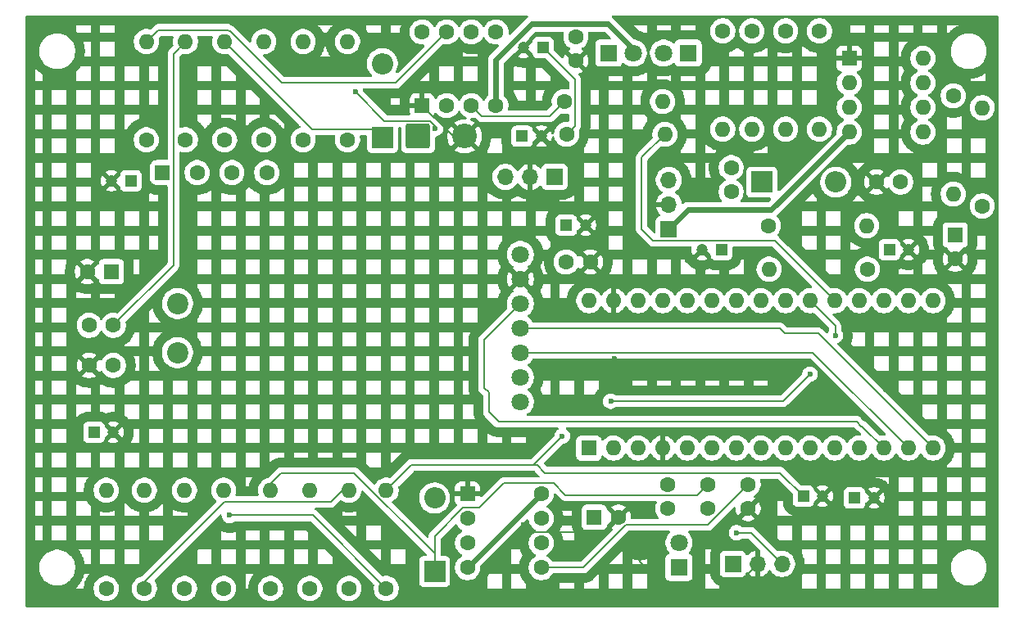
<source format=gbl>
%TF.GenerationSoftware,KiCad,Pcbnew,9.0.0*%
%TF.CreationDate,2025-03-25T19:27:28-07:00*%
%TF.ProjectId,Speedometer,53706565-646f-46d6-9574-65722e6b6963,v1*%
%TF.SameCoordinates,Original*%
%TF.FileFunction,Copper,L2,Bot*%
%TF.FilePolarity,Positive*%
%FSLAX46Y46*%
G04 Gerber Fmt 4.6, Leading zero omitted, Abs format (unit mm)*
G04 Created by KiCad (PCBNEW 9.0.0) date 2025-03-25 19:27:28*
%MOMM*%
%LPD*%
G01*
G04 APERTURE LIST*
G04 Aperture macros list*
%AMRoundRect*
0 Rectangle with rounded corners*
0 $1 Rounding radius*
0 $2 $3 $4 $5 $6 $7 $8 $9 X,Y pos of 4 corners*
0 Add a 4 corners polygon primitive as box body*
4,1,4,$2,$3,$4,$5,$6,$7,$8,$9,$2,$3,0*
0 Add four circle primitives for the rounded corners*
1,1,$1+$1,$2,$3*
1,1,$1+$1,$4,$5*
1,1,$1+$1,$6,$7*
1,1,$1+$1,$8,$9*
0 Add four rect primitives between the rounded corners*
20,1,$1+$1,$2,$3,$4,$5,0*
20,1,$1+$1,$4,$5,$6,$7,0*
20,1,$1+$1,$6,$7,$8,$9,0*
20,1,$1+$1,$8,$9,$2,$3,0*%
G04 Aperture macros list end*
%TA.AperFunction,ComponentPad*%
%ADD10O,1.600000X1.600000*%
%TD*%
%TA.AperFunction,ComponentPad*%
%ADD11C,1.600000*%
%TD*%
%TA.AperFunction,ComponentPad*%
%ADD12RoundRect,0.250000X-0.550000X-0.550000X0.550000X-0.550000X0.550000X0.550000X-0.550000X0.550000X0*%
%TD*%
%TA.AperFunction,ComponentPad*%
%ADD13R,1.700000X1.700000*%
%TD*%
%TA.AperFunction,ComponentPad*%
%ADD14O,1.700000X1.700000*%
%TD*%
%TA.AperFunction,ComponentPad*%
%ADD15R,2.200000X2.200000*%
%TD*%
%TA.AperFunction,ComponentPad*%
%ADD16O,2.200000X2.200000*%
%TD*%
%TA.AperFunction,ComponentPad*%
%ADD17R,1.800000X1.800000*%
%TD*%
%TA.AperFunction,ComponentPad*%
%ADD18C,1.800000*%
%TD*%
%TA.AperFunction,ComponentPad*%
%ADD19R,1.600000X1.600000*%
%TD*%
%TA.AperFunction,ComponentPad*%
%ADD20R,1.200000X1.200000*%
%TD*%
%TA.AperFunction,ComponentPad*%
%ADD21C,1.200000*%
%TD*%
%TA.AperFunction,ComponentPad*%
%ADD22RoundRect,0.250000X0.550000X-0.550000X0.550000X0.550000X-0.550000X0.550000X-0.550000X-0.550000X0*%
%TD*%
%TA.AperFunction,ComponentPad*%
%ADD23RoundRect,0.249999X-1.025001X-1.025001X1.025001X-1.025001X1.025001X1.025001X-1.025001X1.025001X0*%
%TD*%
%TA.AperFunction,ComponentPad*%
%ADD24C,2.550000*%
%TD*%
%TA.AperFunction,ComponentPad*%
%ADD25C,2.200000*%
%TD*%
%TA.AperFunction,ViaPad*%
%ADD26C,0.600000*%
%TD*%
%TA.AperFunction,Conductor*%
%ADD27C,0.200000*%
%TD*%
%TA.AperFunction,Conductor*%
%ADD28C,0.600000*%
%TD*%
G04 APERTURE END LIST*
D10*
%TO.P,R8,2*%
%TO.N,/Filter1.2*%
X69450000Y-96600000D03*
D11*
%TO.P,R8,1*%
%TO.N,/NE555_Out2*%
X69450000Y-106760000D03*
%TD*%
D10*
%TO.P,R18,2*%
%TO.N,/Hall_Out2*%
X81600000Y-96600000D03*
D11*
%TO.P,R18,1*%
%TO.N,+5V*%
X81600000Y-106760000D03*
%TD*%
D10*
%TO.P,R16,2*%
%TO.N,/Hall_Out2*%
X77550000Y-96600000D03*
D11*
%TO.P,R16,1*%
%TO.N,Net-(D5-K)*%
X77550000Y-106760000D03*
%TD*%
D10*
%TO.P,R23,2*%
%TO.N,Net-(R23-Pad2)*%
X94550000Y-96600000D03*
D11*
%TO.P,R23,1*%
%TO.N,+5V*%
X94550000Y-106760000D03*
%TD*%
D10*
%TO.P,R19,2*%
%TO.N,/Diff2*%
X86450000Y-96600000D03*
D11*
%TO.P,R19,1*%
%TO.N,+5V*%
X86450000Y-106760000D03*
%TD*%
D10*
%TO.P,R24,2*%
%TO.N,/DIS_THR2*%
X73400000Y-96600000D03*
D11*
%TO.P,R24,1*%
%TO.N,Net-(R23-Pad2)*%
X73400000Y-106760000D03*
%TD*%
D10*
%TO.P,R22,2*%
%TO.N,/Rect2*%
X90500000Y-96600000D03*
D11*
%TO.P,R22,1*%
%TO.N,+5V*%
X90500000Y-106760000D03*
%TD*%
D10*
%TO.P,R10,2*%
%TO.N,/Nano_Input2*%
X98400000Y-96600000D03*
D11*
%TO.P,R10,1*%
%TO.N,/Filter1.2*%
X98400000Y-106760000D03*
%TD*%
D12*
%TO.P,U6,1,GND*%
%TO.N,GND*%
X106795000Y-96990000D03*
D11*
%TO.P,U6,2,TR*%
%TO.N,/Rect2*%
X106795000Y-99530000D03*
%TO.P,U6,3,Q*%
%TO.N,/NE555_Out2*%
X106795000Y-102070000D03*
%TO.P,U6,4,R*%
%TO.N,+5V*%
X106795000Y-104610000D03*
%TO.P,U6,5,CV*%
%TO.N,/CV2*%
X114415000Y-104610000D03*
%TO.P,U6,6,THR*%
%TO.N,/DIS_THR2*%
X114415000Y-102070000D03*
%TO.P,U6,7,DIS*%
X114415000Y-99530000D03*
%TO.P,U6,8,VCC*%
%TO.N,+5V*%
X114415000Y-96990000D03*
%TD*%
D13*
%TO.P,U4,1,Vcc*%
%TO.N,+5V*%
X134220000Y-104220000D03*
D14*
%TO.P,U4,2,GND*%
%TO.N,GND*%
X136760000Y-104220000D03*
%TO.P,U4,3,OUT*%
%TO.N,/Hall_Out2*%
X139300000Y-104220000D03*
%TD*%
D15*
%TO.P,D6,1,K*%
%TO.N,/Diff2*%
X103400000Y-105020000D03*
D16*
%TO.P,D6,2,A*%
%TO.N,/Rect2*%
X103400000Y-97400000D03*
%TD*%
D17*
%TO.P,D5,1,K*%
%TO.N,Net-(D5-K)*%
X128660000Y-104580000D03*
D18*
%TO.P,D5,2,A*%
%TO.N,+5V*%
X128660000Y-102040000D03*
%TD*%
D19*
%TO.P,C21,1*%
%TO.N,/DIS_THR2*%
X119900000Y-99400000D03*
D11*
%TO.P,C21,2*%
%TO.N,GND*%
X122400000Y-99400000D03*
%TD*%
%TO.P,C20,1*%
%TO.N,GND*%
X135800000Y-98500000D03*
%TO.P,C20,2*%
%TO.N,/CV2*%
X135800000Y-96000000D03*
%TD*%
%TO.P,C18,1*%
%TO.N,/Hall_Out2*%
X131650000Y-98500000D03*
%TO.P,C18,2*%
%TO.N,/Diff2*%
X131650000Y-96000000D03*
%TD*%
%TO.P,C13,1*%
%TO.N,+5V*%
X127500000Y-98500000D03*
%TO.P,C13,2*%
%TO.N,GND*%
X127500000Y-96000000D03*
%TD*%
D20*
%TO.P,C12,1*%
%TO.N,+5V*%
X146800000Y-97400000D03*
D21*
%TO.P,C12,2*%
%TO.N,GND*%
X148800000Y-97400000D03*
%TD*%
D20*
%TO.P,C9,1*%
%TO.N,/Nano_Input2*%
X141500000Y-97200000D03*
D21*
%TO.P,C9,2*%
%TO.N,GND*%
X143500000Y-97200000D03*
%TD*%
D20*
%TO.P,C7,1*%
%TO.N,/Filter1.2*%
X68200000Y-90600000D03*
D21*
%TO.P,C7,2*%
%TO.N,GND*%
X70200000Y-90600000D03*
%TD*%
D17*
%TO.P,D1,1,K*%
%TO.N,Net-(D1-K)*%
X129600000Y-51400000D03*
D18*
%TO.P,D1,2,A*%
%TO.N,+5V*%
X127060000Y-51400000D03*
%TD*%
D11*
%TO.P,C14,1*%
%TO.N,/Hall_Out1*%
X70200000Y-79550000D03*
%TO.P,C14,2*%
%TO.N,/Diff1*%
X67700000Y-79550000D03*
%TD*%
%TO.P,C2,1*%
%TO.N,+5V*%
X117000000Y-73000000D03*
%TO.P,C2,2*%
%TO.N,GND*%
X119500000Y-73000000D03*
%TD*%
%TO.P,C11,1*%
%TO.N,+5V*%
X70200000Y-83700000D03*
%TO.P,C11,2*%
%TO.N,GND*%
X67700000Y-83700000D03*
%TD*%
D20*
%TO.P,C15,1*%
%TO.N,/Filter1.1*%
X114600000Y-50800000D03*
D21*
%TO.P,C15,2*%
%TO.N,GND*%
X112600000Y-50800000D03*
%TD*%
D22*
%TO.P,U5,1,GND*%
%TO.N,GND*%
X102120000Y-56820000D03*
D11*
%TO.P,U5,2,TR*%
%TO.N,/Rect1*%
X104660000Y-56820000D03*
%TO.P,U5,3,Q*%
%TO.N,/NE555_Out1*%
X107200000Y-56820000D03*
%TO.P,U5,4,R*%
%TO.N,+5V*%
X109740000Y-56820000D03*
%TO.P,U5,5,CV*%
%TO.N,/CV1*%
X109740000Y-49200000D03*
%TO.P,U5,6,THR*%
%TO.N,/DIS_THR1*%
X107200000Y-49200000D03*
%TO.P,U5,7,DIS*%
X104660000Y-49200000D03*
%TO.P,U5,8,VCC*%
%TO.N,+5V*%
X102120000Y-49200000D03*
%TD*%
%TO.P,R1,1*%
%TO.N,Net-(D1-K)*%
X133181046Y-49094564D03*
D10*
%TO.P,R1,2*%
%TO.N,/Hall_Out*%
X133181046Y-59254564D03*
%TD*%
D11*
%TO.P,R11,1*%
%TO.N,Net-(D3-K)*%
X94400000Y-60360000D03*
D10*
%TO.P,R11,2*%
%TO.N,/Hall_Out1*%
X94400000Y-50200000D03*
%TD*%
D11*
%TO.P,R3,1*%
%TO.N,+5V*%
X139681046Y-49094564D03*
D10*
%TO.P,R3,2*%
%TO.N,/Diff*%
X139681046Y-59254564D03*
%TD*%
D19*
%TO.P,UNIT_2,1,D1/TX*%
%TO.N,unconnected-(UNIT_2-D1{slash}TX-Pad1)*%
X119340000Y-92240000D03*
D10*
%TO.P,UNIT_2,2,D0/RX*%
%TO.N,unconnected-(UNIT_2-D0{slash}RX-Pad2)*%
X121880000Y-92240000D03*
%TO.P,UNIT_2,3,RESET*%
%TO.N,unconnected-(UNIT_2-RESET-Pad3)*%
X124420000Y-92240000D03*
%TO.P,UNIT_2,4,COM/GND*%
%TO.N,GND*%
X126960000Y-92240000D03*
%TO.P,UNIT_2,5,D2*%
%TO.N,unconnected-(UNIT_2-D2-Pad5)*%
X129500000Y-92240000D03*
%TO.P,UNIT_2,6,D3*%
%TO.N,unconnected-(UNIT_2-D3-Pad6)*%
X132040000Y-92240000D03*
%TO.P,UNIT_2,7,D4*%
%TO.N,unconnected-(UNIT_2-D4-Pad7)*%
X134580000Y-92240000D03*
%TO.P,UNIT_2,8,D5*%
%TO.N,unconnected-(UNIT_2-D5-Pad8)*%
X137120000Y-92240000D03*
%TO.P,UNIT_2,9,D6*%
%TO.N,unconnected-(UNIT_2-D6-Pad9)*%
X139660000Y-92240000D03*
%TO.P,UNIT_2,10,D7*%
%TO.N,unconnected-(UNIT_2-D7-Pad10)*%
X142200000Y-92240000D03*
%TO.P,UNIT_2,11,D8*%
%TO.N,unconnected-(UNIT_2-D8-Pad11)*%
X144740000Y-92240000D03*
%TO.P,UNIT_2,12,D9*%
%TO.N,unconnected-(UNIT_2-D9-Pad12)*%
X147280000Y-92240000D03*
%TO.P,UNIT_2,13,D10*%
%TO.N,CS*%
X149820000Y-92240000D03*
%TO.P,UNIT_2,14,D11/MOSI*%
%TO.N,SI*%
X152360000Y-92240000D03*
%TO.P,UNIT_2,15,D12/MISO*%
%TO.N,SO*%
X154900000Y-92240000D03*
%TO.P,UNIT_2,16,D13/SCK*%
%TO.N,SCK*%
X154900000Y-77000000D03*
%TO.P,UNIT_2,17,3V3*%
%TO.N,unconnected-(UNIT_2-3V3-Pad17)*%
X152360000Y-77000000D03*
%TO.P,UNIT_2,18,AREF*%
%TO.N,unconnected-(UNIT_2-AREF-Pad18)*%
X149820000Y-77000000D03*
%TO.P,UNIT_2,19,A0*%
%TO.N,/Nano_Input*%
X147280000Y-77000000D03*
%TO.P,UNIT_2,20,A1*%
%TO.N,/Nano_Input1*%
X144740000Y-77000000D03*
%TO.P,UNIT_2,21,A2*%
%TO.N,/Nano_Input2*%
X142200000Y-77000000D03*
%TO.P,UNIT_2,22,A3*%
%TO.N,unconnected-(UNIT_2-A3-Pad22)*%
X139660000Y-77000000D03*
%TO.P,UNIT_2,23,A4*%
%TO.N,unconnected-(UNIT_2-A4-Pad23)*%
X137120000Y-77000000D03*
%TO.P,UNIT_2,24,A5*%
%TO.N,unconnected-(UNIT_2-A5-Pad24)*%
X134580000Y-77000000D03*
%TO.P,UNIT_2,25,A6*%
%TO.N,unconnected-(UNIT_2-A6-Pad25)*%
X132040000Y-77000000D03*
%TO.P,UNIT_2,26,A7*%
%TO.N,unconnected-(UNIT_2-A7-Pad26)*%
X129500000Y-77000000D03*
%TO.P,UNIT_2,27,+5V*%
%TO.N,+5V*%
X126960000Y-77000000D03*
%TO.P,UNIT_2,28,RESET*%
%TO.N,unconnected-(UNIT_2-RESET-Pad28)*%
X124420000Y-77000000D03*
%TO.P,UNIT_2,29,COM/GND*%
%TO.N,GND*%
X121880000Y-77000000D03*
%TO.P,UNIT_2,30,VIN*%
%TO.N,+5V*%
X119340000Y-77000000D03*
%TD*%
D20*
%TO.P,C1,1*%
%TO.N,+5V*%
X117000000Y-69200000D03*
D21*
%TO.P,C1,2*%
%TO.N,GND*%
X119000000Y-69200000D03*
%TD*%
D11*
%TO.P,R13,1*%
%TO.N,/NE555_Out1*%
X116800000Y-56400000D03*
D10*
%TO.P,R13,2*%
%TO.N,/Filter1.1*%
X126960000Y-56400000D03*
%TD*%
D11*
%TO.P,R7,1*%
%TO.N,/NE555_Out*%
X137885988Y-69238035D03*
D10*
%TO.P,R7,2*%
%TO.N,/Filter1*%
X148045988Y-69238035D03*
%TD*%
D11*
%TO.P,R12,1*%
%TO.N,+5V*%
X77650000Y-60360000D03*
D10*
%TO.P,R12,2*%
%TO.N,/Hall_Out1*%
X77650000Y-50200000D03*
%TD*%
D11*
%TO.P,C3,1*%
%TO.N,/Hall_Out*%
X134045988Y-63238035D03*
%TO.P,C3,2*%
%TO.N,/Diff*%
X134045988Y-65738035D03*
%TD*%
%TO.P,R2,1*%
%TO.N,+5V*%
X136181046Y-49094564D03*
D10*
%TO.P,R2,2*%
%TO.N,/Hall_Out*%
X136181046Y-59254564D03*
%TD*%
D11*
%TO.P,R5,1*%
%TO.N,+5V*%
X160000000Y-67200000D03*
D10*
%TO.P,R5,2*%
%TO.N,Net-(R5-Pad2)*%
X160000000Y-57040000D03*
%TD*%
D11*
%TO.P,R20,1*%
%TO.N,+5V*%
X89800000Y-60360000D03*
D10*
%TO.P,R20,2*%
%TO.N,Net-(R20-Pad2)*%
X89800000Y-50200000D03*
%TD*%
D20*
%TO.P,C6,1*%
%TO.N,/Filter1*%
X150400000Y-71738035D03*
D21*
%TO.P,C6,2*%
%TO.N,GND*%
X152400000Y-71738035D03*
%TD*%
D23*
%TO.P,J1,1,Pin_1*%
%TO.N,+5V*%
X101700000Y-60000000D03*
D24*
%TO.P,J1,2,Pin_2*%
%TO.N,GND*%
X106500000Y-60000000D03*
%TD*%
D11*
%TO.P,C17,1*%
%TO.N,GND*%
X118000000Y-52200000D03*
%TO.P,C17,2*%
%TO.N,/CV1*%
X118000000Y-49700000D03*
%TD*%
%TO.P,R6,1*%
%TO.N,Net-(R5-Pad2)*%
X157000000Y-55800000D03*
D10*
%TO.P,R6,2*%
%TO.N,/DIS_THR*%
X157000000Y-65960000D03*
%TD*%
D11*
%TO.P,R15,1*%
%TO.N,/Filter1.1*%
X117040000Y-59800000D03*
D10*
%TO.P,R15,2*%
%TO.N,/Nano_Input1*%
X127200000Y-59800000D03*
%TD*%
D12*
%TO.P,J2,1,Pin_1*%
%TO.N,Low*%
X75250000Y-63750000D03*
D11*
%TO.P,J2,2,Pin_2*%
%TO.N,High*%
X78850000Y-63750000D03*
%TO.P,J2,3,Pin_3*%
%TO.N,Low*%
X82450000Y-63750000D03*
%TO.P,J2,4,Pin_4*%
%TO.N,High*%
X86050000Y-63750000D03*
%TD*%
%TO.P,C4,1*%
%TO.N,GND*%
X149065988Y-64738035D03*
%TO.P,C4,2*%
%TO.N,/CV*%
X151565988Y-64738035D03*
%TD*%
D15*
%TO.P,D4,1,K*%
%TO.N,/Diff1*%
X98000000Y-60110000D03*
D16*
%TO.P,D4,2,A*%
%TO.N,/Rect1*%
X98000000Y-52490000D03*
%TD*%
D19*
%TO.P,U2,1,GND*%
%TO.N,GND*%
X146245988Y-51938035D03*
D10*
%TO.P,U2,2,TR*%
%TO.N,/Rect*%
X146245988Y-54478035D03*
%TO.P,U2,3,Q*%
%TO.N,/NE555_Out*%
X146245988Y-57018035D03*
%TO.P,U2,4,R*%
%TO.N,+5V*%
X146245988Y-59558035D03*
%TO.P,U2,5,CV*%
%TO.N,/CV*%
X153865988Y-59558035D03*
%TO.P,U2,6,THR*%
%TO.N,/DIS_THR*%
X153865988Y-57018035D03*
%TO.P,U2,7,DIS*%
X153865988Y-54478035D03*
%TO.P,U2,8,VCC*%
%TO.N,+5V*%
X153865988Y-51938035D03*
%TD*%
D19*
%TO.P,C5,1*%
%TO.N,/DIS_THR*%
X157200000Y-70200000D03*
D11*
%TO.P,C5,2*%
%TO.N,GND*%
X157200000Y-72700000D03*
%TD*%
D15*
%TO.P,D2,1,K*%
%TO.N,/Diff*%
X137235988Y-64738035D03*
D16*
%TO.P,D2,2,A*%
%TO.N,/Rect*%
X144855988Y-64738035D03*
%TD*%
D11*
%TO.P,R9,1*%
%TO.N,/Filter1*%
X148125988Y-73738035D03*
D10*
%TO.P,R9,2*%
%TO.N,/Nano_Input*%
X137965988Y-73738035D03*
%TD*%
D20*
%TO.P,C16,1*%
%TO.N,/Nano_Input1*%
X112427401Y-60000000D03*
D21*
%TO.P,C16,2*%
%TO.N,GND*%
X114427401Y-60000000D03*
%TD*%
D13*
%TO.P,U1,1,Vcc*%
%TO.N,+5V*%
X127600000Y-69600000D03*
D14*
%TO.P,U1,2,GND*%
%TO.N,GND*%
X127600000Y-67060000D03*
%TO.P,U1,3,OUT*%
%TO.N,/Hall_Out*%
X127600000Y-64520000D03*
%TD*%
D11*
%TO.P,R4,1*%
%TO.N,+5V*%
X143181046Y-49094564D03*
D10*
%TO.P,R4,2*%
%TO.N,/Rect*%
X143181046Y-59254564D03*
%TD*%
D13*
%TO.P,U3,1,Vcc*%
%TO.N,+5V*%
X115800000Y-64200000D03*
D14*
%TO.P,U3,2,GND*%
%TO.N,GND*%
X113260000Y-64200000D03*
%TO.P,U3,3,OUT*%
%TO.N,/Hall_Out1*%
X110720000Y-64200000D03*
%TD*%
D20*
%TO.P,C8,1*%
%TO.N,/Nano_Input*%
X133045988Y-71738035D03*
D21*
%TO.P,C8,2*%
%TO.N,GND*%
X131045988Y-71738035D03*
%TD*%
D20*
%TO.P,C10,1*%
%TO.N,+5V*%
X72000000Y-64600000D03*
D21*
%TO.P,C10,2*%
%TO.N,GND*%
X70000000Y-64600000D03*
%TD*%
D19*
%TO.P,C19,1*%
%TO.N,/DIS_THR1*%
X70000000Y-74000000D03*
D11*
%TO.P,C19,2*%
%TO.N,GND*%
X67500000Y-74000000D03*
%TD*%
D18*
%TO.P,UNIT_1,1,INT*%
%TO.N,unconnected-(UNIT_1-INT-Pad1)*%
X112260000Y-87470000D03*
%TO.P,UNIT_1,2,SCK*%
%TO.N,SCK*%
X112260000Y-84930000D03*
%TO.P,UNIT_1,3,SI*%
%TO.N,SI*%
X112260000Y-82390000D03*
%TO.P,UNIT_1,4,SO*%
%TO.N,SO*%
X112260000Y-79850000D03*
%TO.P,UNIT_1,5,CS*%
%TO.N,CS*%
X112260000Y-77310000D03*
%TO.P,UNIT_1,6,GND*%
%TO.N,GND*%
X112260000Y-74770000D03*
%TO.P,UNIT_1,7,VCC*%
%TO.N,+5V*%
X112260000Y-72230000D03*
D25*
%TO.P,UNIT_1,8,High_CAN*%
%TO.N,High*%
X76820000Y-82370000D03*
%TO.P,UNIT_1,9,Low_CAN*%
%TO.N,Low*%
X76840000Y-77290000D03*
%TD*%
D11*
%TO.P,R17,1*%
%TO.N,+5V*%
X85750000Y-60360000D03*
D10*
%TO.P,R17,2*%
%TO.N,/Rect1*%
X85750000Y-50200000D03*
%TD*%
D11*
%TO.P,R14,1*%
%TO.N,+5V*%
X81700000Y-60360000D03*
D10*
%TO.P,R14,2*%
%TO.N,/Diff1*%
X81700000Y-50200000D03*
%TD*%
D11*
%TO.P,R21,1*%
%TO.N,Net-(R20-Pad2)*%
X73600000Y-60360000D03*
D10*
%TO.P,R21,2*%
%TO.N,/DIS_THR1*%
X73600000Y-50200000D03*
%TD*%
D17*
%TO.P,D3,1,K*%
%TO.N,Net-(D3-K)*%
X121400000Y-51400000D03*
D18*
%TO.P,D3,2,A*%
%TO.N,+5V*%
X123940000Y-51400000D03*
%TD*%
D26*
%TO.N,GND*%
X124600000Y-102600000D03*
X112600000Y-100200000D03*
%TO.N,/Nano_Input2*%
X142200000Y-84600000D03*
X121600000Y-87400000D03*
X116600000Y-91000000D03*
X144800000Y-80600000D03*
%TO.N,/Hall_Out2*%
X134600000Y-101000000D03*
%TO.N,/Filter1.2*%
X82200000Y-99200000D03*
%TO.N,GND*%
X122000000Y-85500000D03*
X122000000Y-83000000D03*
%TO.N,/Hall_Out1*%
X103475000Y-59203603D03*
X95200000Y-55400000D03*
%TD*%
D27*
%TO.N,GND*%
X105300000Y-60000000D02*
X106500000Y-60000000D01*
X102120000Y-56820000D02*
X105300000Y-60000000D01*
X133980000Y-107000000D02*
X136760000Y-104220000D01*
X124600000Y-102600000D02*
X124600000Y-104000000D01*
X124600000Y-104000000D02*
X127600000Y-107000000D01*
X127600000Y-107000000D02*
X133980000Y-107000000D01*
X120831000Y-100969000D02*
X122400000Y-99400000D01*
X112600000Y-100200000D02*
X113369000Y-100969000D01*
X113369000Y-100969000D02*
X120831000Y-100969000D01*
%TO.N,Net-(R23-Pad2)*%
X92670000Y-97800000D02*
X81680000Y-97800000D01*
X81680000Y-97800000D02*
X73400000Y-106080000D01*
X94550000Y-95920000D02*
X92670000Y-97800000D01*
%TO.N,/DIS_THR1*%
X99401000Y-54459000D02*
X87600000Y-54459000D01*
X104660000Y-49200000D02*
X99401000Y-54459000D01*
X82290000Y-49149000D02*
X87600000Y-54459000D01*
X82156050Y-49149000D02*
X82290000Y-49149000D01*
X82156050Y-49149000D02*
X82007050Y-49000000D01*
X74850000Y-49000000D02*
X73600000Y-50250000D01*
X82007050Y-49000000D02*
X74850000Y-49000000D01*
%TO.N,SO*%
X143060000Y-80400000D02*
X154900000Y-92240000D01*
X139600000Y-80400000D02*
X143060000Y-80400000D01*
X139050000Y-79850000D02*
X139600000Y-80400000D01*
X112260000Y-79850000D02*
X139050000Y-79850000D01*
%TO.N,/Nano_Input2*%
X114800000Y-94800000D02*
X139100000Y-94800000D01*
X139100000Y-94800000D02*
X141500000Y-97200000D01*
X101000000Y-94000000D02*
X114000000Y-94000000D01*
X114000000Y-94000000D02*
X114800000Y-94800000D01*
X98400000Y-96600000D02*
X101000000Y-94000000D01*
X113600000Y-94000000D02*
X116600000Y-91000000D01*
X144800000Y-79600000D02*
X142200000Y-77000000D01*
X144800000Y-80600000D02*
X144800000Y-79600000D01*
X139400000Y-87400000D02*
X142200000Y-84600000D01*
X121600000Y-87400000D02*
X139400000Y-87400000D01*
%TO.N,/Hall_Out2*%
X136080000Y-101000000D02*
X134600000Y-101000000D01*
X139300000Y-104220000D02*
X136080000Y-101000000D01*
%TO.N,/Diff2*%
X103400000Y-101367950D02*
X103400000Y-103157050D01*
X106338950Y-98429000D02*
X103400000Y-101367950D01*
X110511000Y-95889000D02*
X107971000Y-98429000D01*
X115689000Y-95889000D02*
X110511000Y-95889000D01*
X116901000Y-97101000D02*
X115689000Y-95889000D01*
X130549000Y-97101000D02*
X116901000Y-97101000D01*
X107971000Y-98429000D02*
X106338950Y-98429000D01*
X131650000Y-96000000D02*
X130549000Y-97101000D01*
%TO.N,/CV2*%
X123157050Y-100200000D02*
X131600000Y-100200000D01*
X118747050Y-104610000D02*
X123157050Y-100200000D01*
X114415000Y-104610000D02*
X118747050Y-104610000D01*
X131600000Y-100200000D02*
X135800000Y-96000000D01*
D28*
%TO.N,+5V*%
X106795000Y-104610000D02*
X114415000Y-96990000D01*
D27*
%TO.N,/Filter1.2*%
X90840000Y-99200000D02*
X82200000Y-99200000D01*
X98400000Y-106760000D02*
X90840000Y-99200000D01*
%TO.N,/Diff2*%
X95061950Y-94819000D02*
X103400000Y-103157050D01*
X87551000Y-94819000D02*
X95061950Y-94819000D01*
X86450000Y-95920000D02*
X87551000Y-94819000D01*
X103400000Y-103157050D02*
X103400000Y-105020000D01*
D28*
%TO.N,+5V*%
X123940000Y-51000000D02*
X123940000Y-51400000D01*
X121339000Y-48399000D02*
X123940000Y-51000000D01*
X109740000Y-52102950D02*
X113443950Y-48399000D01*
X113443950Y-48399000D02*
X121339000Y-48399000D01*
X109740000Y-56820000D02*
X109740000Y-52102950D01*
D27*
%TO.N,GND*%
X122000000Y-85500000D02*
X122000000Y-83000000D01*
%TO.N,SI*%
X142510000Y-82390000D02*
X112260000Y-82390000D01*
X152360000Y-92240000D02*
X142510000Y-82390000D01*
D28*
%TO.N,+5V*%
X146245988Y-59558035D02*
X138184420Y-67619603D01*
X129580397Y-67619603D02*
X127600000Y-69600000D01*
X138184420Y-67619603D02*
X129580397Y-67619603D01*
D27*
%TO.N,CS*%
X112260000Y-77310000D02*
X108500000Y-81070000D01*
X147000000Y-89500000D02*
X147500000Y-90000000D01*
X109000000Y-88500000D02*
X110000000Y-89500000D01*
X147500000Y-90000000D02*
X147580000Y-90000000D01*
X147580000Y-90000000D02*
X149820000Y-92240000D01*
X108500000Y-81070000D02*
X108500000Y-86000000D01*
X108500000Y-86000000D02*
X109000000Y-86500000D01*
X109000000Y-86500000D02*
X109000000Y-88500000D01*
X110000000Y-89500000D02*
X147000000Y-89500000D01*
%TO.N,/Hall_Out1*%
X102960160Y-58424000D02*
X98224000Y-58424000D01*
X103475000Y-58938840D02*
X102960160Y-58424000D01*
X98224000Y-58424000D02*
X95200000Y-55400000D01*
X103475000Y-59203603D02*
X103475000Y-58938840D01*
X70200000Y-79550000D02*
X76400000Y-73350000D01*
X76400000Y-73350000D02*
X76400000Y-51500000D01*
X76400000Y-51500000D02*
X77650000Y-50250000D01*
%TO.N,/Diff1*%
X97149000Y-59259000D02*
X90709000Y-59259000D01*
X98000000Y-60110000D02*
X97149000Y-59259000D01*
X90709000Y-59259000D02*
X81700000Y-50250000D01*
%TO.N,/NE555_Out1*%
X115279000Y-57921000D02*
X116800000Y-56400000D01*
X107200000Y-56820000D02*
X108301000Y-57921000D01*
X108301000Y-57921000D02*
X115279000Y-57921000D01*
%TO.N,/Nano_Input1*%
X124800000Y-69600000D02*
X126000000Y-70800000D01*
X127200000Y-59800000D02*
X124800000Y-62200000D01*
X138540000Y-70800000D02*
X144740000Y-77000000D01*
X124800000Y-62200000D02*
X124800000Y-69600000D01*
X126000000Y-70800000D02*
X138540000Y-70800000D01*
%TO.N,/Filter1.1*%
X114600000Y-50800000D02*
X117901000Y-54101000D01*
X117901000Y-58939000D02*
X117040000Y-59800000D01*
X117901000Y-54101000D02*
X117901000Y-58939000D01*
%TD*%
%TA.AperFunction,Conductor*%
%TO.N,GND*%
G36*
X115920703Y-96970384D02*
G01*
X115927181Y-96976416D01*
X116416139Y-97465374D01*
X116416149Y-97465385D01*
X116420479Y-97469715D01*
X116420480Y-97469716D01*
X116532284Y-97581520D01*
X116611034Y-97626985D01*
X116619095Y-97631639D01*
X116619097Y-97631641D01*
X116639934Y-97643671D01*
X116669215Y-97660577D01*
X116821943Y-97701501D01*
X116821946Y-97701501D01*
X116987653Y-97701501D01*
X116987669Y-97701500D01*
X126244922Y-97701500D01*
X126311961Y-97721185D01*
X126357716Y-97773989D01*
X126367660Y-97843147D01*
X126355407Y-97881792D01*
X126350971Y-97890500D01*
X126294781Y-98000776D01*
X126231522Y-98195465D01*
X126199500Y-98397648D01*
X126199500Y-98602351D01*
X126231522Y-98804534D01*
X126294781Y-98999223D01*
X126356911Y-99121158D01*
X126387585Y-99181359D01*
X126387715Y-99181613D01*
X126508028Y-99347213D01*
X126548634Y-99387819D01*
X126582119Y-99449142D01*
X126577135Y-99518834D01*
X126535263Y-99574767D01*
X126469799Y-99599184D01*
X126460953Y-99599500D01*
X123824000Y-99599500D01*
X123756961Y-99579815D01*
X123711206Y-99527011D01*
X123700000Y-99475500D01*
X123700000Y-99297682D01*
X123667990Y-99095582D01*
X123604755Y-98900968D01*
X123511859Y-98718650D01*
X123479474Y-98674077D01*
X123479474Y-98674076D01*
X122800000Y-99353553D01*
X122800000Y-99347339D01*
X122772741Y-99245606D01*
X122720080Y-99154394D01*
X122645606Y-99079920D01*
X122554394Y-99027259D01*
X122452661Y-99000000D01*
X122446446Y-99000000D01*
X123125922Y-98320524D01*
X123125921Y-98320523D01*
X123081359Y-98288147D01*
X123081350Y-98288141D01*
X122899031Y-98195244D01*
X122704417Y-98132009D01*
X122502317Y-98100000D01*
X122297683Y-98100000D01*
X122095582Y-98132009D01*
X121900968Y-98195244D01*
X121718644Y-98288143D01*
X121674077Y-98320523D01*
X121674077Y-98320524D01*
X122353554Y-99000000D01*
X122347339Y-99000000D01*
X122245606Y-99027259D01*
X122154394Y-99079920D01*
X122079920Y-99154394D01*
X122027259Y-99245606D01*
X122000000Y-99347339D01*
X122000000Y-99353553D01*
X121315513Y-98669066D01*
X121265849Y-98658633D01*
X121216093Y-98609581D01*
X121202048Y-98555362D01*
X121200900Y-98555423D01*
X121200854Y-98555429D01*
X121200853Y-98555426D01*
X121200676Y-98555436D01*
X121200499Y-98552135D01*
X121200499Y-98552128D01*
X121194091Y-98492517D01*
X121193378Y-98490606D01*
X121143797Y-98357671D01*
X121143793Y-98357664D01*
X121057547Y-98242455D01*
X121057544Y-98242452D01*
X120942335Y-98156206D01*
X120942328Y-98156202D01*
X120807482Y-98105908D01*
X120807483Y-98105908D01*
X120747883Y-98099501D01*
X120747881Y-98099500D01*
X120747873Y-98099500D01*
X120747864Y-98099500D01*
X119052129Y-98099500D01*
X119052123Y-98099501D01*
X118992516Y-98105908D01*
X118857671Y-98156202D01*
X118857664Y-98156206D01*
X118742455Y-98242452D01*
X118742452Y-98242455D01*
X118656206Y-98357664D01*
X118656202Y-98357671D01*
X118605908Y-98492517D01*
X118601015Y-98538034D01*
X118599501Y-98552123D01*
X118599500Y-98552135D01*
X118599500Y-100247870D01*
X118599501Y-100247876D01*
X118605908Y-100307483D01*
X118656202Y-100442328D01*
X118656206Y-100442335D01*
X118742452Y-100557544D01*
X118742455Y-100557547D01*
X118857664Y-100643793D01*
X118857671Y-100643797D01*
X118992517Y-100694091D01*
X118992516Y-100694091D01*
X118999444Y-100694835D01*
X119052127Y-100700500D01*
X120747872Y-100700499D01*
X120807483Y-100694091D01*
X120942331Y-100643796D01*
X121057546Y-100557546D01*
X121143796Y-100442331D01*
X121194091Y-100307483D01*
X121200500Y-100247873D01*
X121200499Y-100247845D01*
X121200678Y-100244547D01*
X121202307Y-100244634D01*
X121220067Y-100183760D01*
X121272792Y-100137913D01*
X121316254Y-100130192D01*
X122000000Y-99446446D01*
X122000000Y-99452661D01*
X122027259Y-99554394D01*
X122079920Y-99645606D01*
X122154394Y-99720080D01*
X122245606Y-99772741D01*
X122347339Y-99800000D01*
X122353553Y-99800000D01*
X121674076Y-100479474D01*
X121718650Y-100511859D01*
X121750282Y-100527976D01*
X121801079Y-100575950D01*
X121817875Y-100643771D01*
X121795339Y-100709906D01*
X121781670Y-100726143D01*
X118534634Y-103973181D01*
X118473311Y-104006666D01*
X118446953Y-104009500D01*
X115644602Y-104009500D01*
X115577563Y-103989815D01*
X115534117Y-103941795D01*
X115527284Y-103928385D01*
X115406971Y-103762786D01*
X115262213Y-103618028D01*
X115096614Y-103497715D01*
X115044416Y-103471119D01*
X115003917Y-103450483D01*
X114953123Y-103402511D01*
X114936328Y-103334690D01*
X114958865Y-103268555D01*
X115003917Y-103229516D01*
X115096610Y-103182287D01*
X115121055Y-103164527D01*
X115262213Y-103061971D01*
X115262215Y-103061968D01*
X115262219Y-103061966D01*
X115406966Y-102917219D01*
X115406968Y-102917215D01*
X115406971Y-102917213D01*
X115505817Y-102781161D01*
X115527287Y-102751610D01*
X115620220Y-102569219D01*
X115683477Y-102374534D01*
X115715500Y-102172352D01*
X115715500Y-101967648D01*
X115684154Y-101769738D01*
X115683477Y-101765465D01*
X115641677Y-101636819D01*
X115620220Y-101570781D01*
X115620218Y-101570778D01*
X115620218Y-101570776D01*
X115571412Y-101474991D01*
X115527287Y-101388390D01*
X115467409Y-101305974D01*
X115406971Y-101222786D01*
X115262213Y-101078028D01*
X115096614Y-100957715D01*
X115090006Y-100954348D01*
X115003917Y-100910483D01*
X114953123Y-100862511D01*
X114936328Y-100794690D01*
X114941650Y-100779072D01*
X116348500Y-100779072D01*
X116348500Y-100820926D01*
X116348995Y-100821637D01*
X116365361Y-100846131D01*
X116367986Y-100850233D01*
X116388467Y-100883656D01*
X116390929Y-100887856D01*
X116405319Y-100913552D01*
X116407614Y-100917845D01*
X116518349Y-101135173D01*
X116520475Y-101139557D01*
X116532818Y-101166333D01*
X116534772Y-101170800D01*
X116549770Y-101207016D01*
X116551543Y-101211547D01*
X116561727Y-101239156D01*
X116563320Y-101243750D01*
X116638692Y-101475717D01*
X116640106Y-101480380D01*
X116648109Y-101508759D01*
X116649340Y-101513478D01*
X116658488Y-101551597D01*
X116659530Y-101556348D01*
X116665270Y-101585211D01*
X116666125Y-101589999D01*
X116691547Y-101750500D01*
X117850500Y-101750500D01*
X117850500Y-101031375D01*
X117835902Y-101011875D01*
X117830854Y-101004604D01*
X117801890Y-100959537D01*
X117797372Y-100951923D01*
X117763195Y-100889333D01*
X117759233Y-100881419D01*
X117736975Y-100832682D01*
X117733587Y-100824502D01*
X117659931Y-100627018D01*
X117657452Y-100619679D01*
X117643847Y-100574828D01*
X117641832Y-100567352D01*
X117627484Y-100506637D01*
X117625939Y-100499045D01*
X117618028Y-100452840D01*
X117616959Y-100445167D01*
X117605788Y-100341245D01*
X117605477Y-100337936D01*
X117603865Y-100317899D01*
X117603643Y-100314587D01*
X117602214Y-100287905D01*
X117602081Y-100284587D01*
X117601545Y-100264536D01*
X117601501Y-100261222D01*
X117601501Y-100248500D01*
X116598331Y-100248500D01*
X116563320Y-100356250D01*
X116561727Y-100360844D01*
X116551543Y-100388453D01*
X116549770Y-100392984D01*
X116534772Y-100429200D01*
X116532818Y-100433667D01*
X116520475Y-100460443D01*
X116518349Y-100464827D01*
X116407614Y-100682155D01*
X116405319Y-100686448D01*
X116390929Y-100712144D01*
X116388467Y-100716344D01*
X116367986Y-100749767D01*
X116365361Y-100753869D01*
X116348995Y-100778363D01*
X116348500Y-100779072D01*
X114941650Y-100779072D01*
X114958865Y-100728555D01*
X115003917Y-100689516D01*
X115096610Y-100642287D01*
X115126165Y-100620814D01*
X115262213Y-100521971D01*
X115262215Y-100521968D01*
X115262219Y-100521966D01*
X115406966Y-100377219D01*
X115406968Y-100377215D01*
X115406971Y-100377213D01*
X115469891Y-100290609D01*
X115527287Y-100211610D01*
X115620220Y-100029219D01*
X115683477Y-99834534D01*
X115715500Y-99632352D01*
X115715500Y-99427648D01*
X115683477Y-99225466D01*
X115683476Y-99225464D01*
X115645287Y-99107930D01*
X115620220Y-99030781D01*
X115620218Y-99030778D01*
X115620218Y-99030776D01*
X115571475Y-98935114D01*
X115527287Y-98848390D01*
X115507713Y-98821448D01*
X115406971Y-98682786D01*
X115385309Y-98661124D01*
X116547330Y-98661124D01*
X116549770Y-98667016D01*
X116551543Y-98671547D01*
X116561727Y-98699156D01*
X116563320Y-98703750D01*
X116638692Y-98935717D01*
X116640106Y-98940380D01*
X116648109Y-98968759D01*
X116649340Y-98973478D01*
X116658488Y-99011597D01*
X116659530Y-99016348D01*
X116665270Y-99045211D01*
X116666125Y-99049999D01*
X116697882Y-99250500D01*
X117601500Y-99250500D01*
X117601500Y-98699500D01*
X117011017Y-98699500D01*
X117010985Y-98699501D01*
X116789258Y-98699501D01*
X116781146Y-98699235D01*
X116732136Y-98696022D01*
X116724059Y-98695227D01*
X116659259Y-98686694D01*
X116651257Y-98685372D01*
X116603105Y-98675794D01*
X116595202Y-98673952D01*
X116547330Y-98661124D01*
X115385309Y-98661124D01*
X115262213Y-98538028D01*
X115096614Y-98417715D01*
X115088575Y-98413619D01*
X115003917Y-98370483D01*
X114953123Y-98322511D01*
X114936328Y-98254690D01*
X114958865Y-98188555D01*
X115003917Y-98149516D01*
X115096610Y-98102287D01*
X115117770Y-98086913D01*
X115262213Y-97981971D01*
X115262215Y-97981968D01*
X115262219Y-97981966D01*
X115406966Y-97837219D01*
X115406968Y-97837215D01*
X115406971Y-97837213D01*
X115468933Y-97751928D01*
X115527287Y-97671610D01*
X115620220Y-97489219D01*
X115683477Y-97294534D01*
X115715500Y-97092352D01*
X115715500Y-97064097D01*
X115735185Y-96997058D01*
X115787989Y-96951303D01*
X115857147Y-96941359D01*
X115920703Y-96970384D01*
G37*
%TD.AperFunction*%
%TA.AperFunction,Conductor*%
G36*
X113513347Y-94600501D02*
G01*
X113520943Y-94600501D01*
X113686653Y-94600501D01*
X113686669Y-94600500D01*
X113699903Y-94600500D01*
X113766942Y-94620185D01*
X113787584Y-94636819D01*
X114227584Y-95076819D01*
X114261069Y-95138142D01*
X114256085Y-95207834D01*
X114214213Y-95263767D01*
X114148749Y-95288184D01*
X114139903Y-95288500D01*
X110431940Y-95288500D01*
X110391019Y-95299464D01*
X110391019Y-95299465D01*
X110362544Y-95307095D01*
X110279214Y-95329423D01*
X110279209Y-95329426D01*
X110142290Y-95408475D01*
X110142282Y-95408481D01*
X110030478Y-95520286D01*
X108290562Y-97260200D01*
X108229239Y-97293685D01*
X108159547Y-97288701D01*
X108115199Y-97260199D01*
X108095000Y-97240000D01*
X107110686Y-97240000D01*
X107115080Y-97235606D01*
X107167741Y-97144394D01*
X107195000Y-97042661D01*
X107195000Y-96937339D01*
X107167741Y-96835606D01*
X107115080Y-96744394D01*
X107110686Y-96740000D01*
X108094999Y-96740000D01*
X108094999Y-96390028D01*
X108094998Y-96390013D01*
X108084505Y-96287302D01*
X108029358Y-96120880D01*
X108029356Y-96120875D01*
X107937315Y-95971654D01*
X107813345Y-95847684D01*
X107664124Y-95755643D01*
X107664119Y-95755641D01*
X107497697Y-95700494D01*
X107497690Y-95700493D01*
X107394986Y-95690000D01*
X107045000Y-95690000D01*
X107045000Y-96674314D01*
X107040606Y-96669920D01*
X106949394Y-96617259D01*
X106847661Y-96590000D01*
X106742339Y-96590000D01*
X106640606Y-96617259D01*
X106549394Y-96669920D01*
X106545000Y-96674314D01*
X106545000Y-95690000D01*
X106195028Y-95690000D01*
X106195012Y-95690001D01*
X106092302Y-95700494D01*
X105925880Y-95755641D01*
X105925875Y-95755643D01*
X105776654Y-95847684D01*
X105652684Y-95971654D01*
X105560643Y-96120875D01*
X105560641Y-96120880D01*
X105505494Y-96287302D01*
X105505493Y-96287309D01*
X105495000Y-96390013D01*
X105495000Y-96740000D01*
X106479314Y-96740000D01*
X106474920Y-96744394D01*
X106422259Y-96835606D01*
X106395000Y-96937339D01*
X106395000Y-97042661D01*
X106422259Y-97144394D01*
X106474920Y-97235606D01*
X106479314Y-97240000D01*
X105495001Y-97240000D01*
X105495001Y-97589986D01*
X105505494Y-97692697D01*
X105560641Y-97859119D01*
X105560643Y-97859124D01*
X105652684Y-98008345D01*
X105693845Y-98049506D01*
X105727330Y-98110829D01*
X105722346Y-98180521D01*
X105693845Y-98224868D01*
X103031286Y-100887428D01*
X102919481Y-100999232D01*
X102919479Y-100999234D01*
X102893169Y-101044806D01*
X102882048Y-101064069D01*
X102840423Y-101136165D01*
X102799499Y-101288893D01*
X102799499Y-101288895D01*
X102799499Y-101407952D01*
X102779814Y-101474991D01*
X102727010Y-101520746D01*
X102657852Y-101530690D01*
X102594296Y-101501665D01*
X102587818Y-101495633D01*
X99018700Y-97926515D01*
X98985215Y-97865192D01*
X98990199Y-97795500D01*
X99032071Y-97739567D01*
X99050083Y-97728350D01*
X99081610Y-97712287D01*
X99129964Y-97677156D01*
X99247213Y-97591971D01*
X99247215Y-97591968D01*
X99247219Y-97591966D01*
X99391966Y-97447219D01*
X99391968Y-97447215D01*
X99391971Y-97447213D01*
X99454778Y-97360765D01*
X99512287Y-97281610D01*
X99516145Y-97274038D01*
X101799500Y-97274038D01*
X101799500Y-97525962D01*
X101828590Y-97709626D01*
X101838910Y-97774785D01*
X101916760Y-98014383D01*
X101981174Y-98140801D01*
X102024008Y-98224868D01*
X102031132Y-98238848D01*
X102179201Y-98442649D01*
X102179205Y-98442654D01*
X102357345Y-98620794D01*
X102357350Y-98620798D01*
X102473899Y-98705475D01*
X102561155Y-98768870D01*
X102689647Y-98834340D01*
X102785616Y-98883239D01*
X102785618Y-98883239D01*
X102785621Y-98883241D01*
X103025215Y-98961090D01*
X103274038Y-99000500D01*
X103274039Y-99000500D01*
X103525961Y-99000500D01*
X103525962Y-99000500D01*
X103774785Y-98961090D01*
X104014379Y-98883241D01*
X104238845Y-98768870D01*
X104442656Y-98620793D01*
X104620793Y-98442656D01*
X104768870Y-98238845D01*
X104883241Y-98014379D01*
X104961090Y-97774785D01*
X105000500Y-97525962D01*
X105000500Y-97274038D01*
X104961090Y-97025215D01*
X104883241Y-96785621D01*
X104883239Y-96785618D01*
X104883239Y-96785616D01*
X104834709Y-96690371D01*
X104768870Y-96561155D01*
X104718869Y-96492334D01*
X104620798Y-96357350D01*
X104620794Y-96357345D01*
X104442654Y-96179205D01*
X104442649Y-96179201D01*
X104238848Y-96031132D01*
X104238847Y-96031131D01*
X104238845Y-96031130D01*
X104122117Y-95971654D01*
X104014383Y-95916760D01*
X103774785Y-95838910D01*
X103525962Y-95799500D01*
X103274038Y-95799500D01*
X103149626Y-95819205D01*
X103025214Y-95838910D01*
X102785616Y-95916760D01*
X102561151Y-96031132D01*
X102357350Y-96179201D01*
X102357345Y-96179205D01*
X102179205Y-96357345D01*
X102179201Y-96357350D01*
X102031132Y-96561151D01*
X101916760Y-96785616D01*
X101838910Y-97025214D01*
X101820762Y-97139795D01*
X101799500Y-97274038D01*
X99516145Y-97274038D01*
X99605220Y-97099219D01*
X99668477Y-96904534D01*
X99700500Y-96702352D01*
X99700500Y-96497648D01*
X99668477Y-96295466D01*
X99663825Y-96281151D01*
X99661832Y-96211312D01*
X99694075Y-96155158D01*
X101212416Y-94636819D01*
X101273739Y-94603334D01*
X101300097Y-94600500D01*
X113513331Y-94600500D01*
X113513347Y-94600501D01*
G37*
%TD.AperFunction*%
%TA.AperFunction,Conductor*%
G36*
X142276942Y-83010185D02*
G01*
X142297584Y-83026819D01*
X149998583Y-90727819D01*
X150032068Y-90789142D01*
X150027084Y-90858834D01*
X149985212Y-90914767D01*
X149919748Y-90939184D01*
X149910902Y-90939500D01*
X149717648Y-90939500D01*
X149688997Y-90944038D01*
X149515468Y-90971522D01*
X149506717Y-90974365D01*
X149501154Y-90976173D01*
X149431313Y-90978167D01*
X149375157Y-90945922D01*
X148067590Y-89638355D01*
X148067588Y-89638352D01*
X147948717Y-89519481D01*
X147948716Y-89519480D01*
X147861904Y-89469360D01*
X147861904Y-89469359D01*
X147861902Y-89469359D01*
X147811785Y-89440423D01*
X147811782Y-89440422D01*
X147811780Y-89440421D01*
X147804274Y-89437312D01*
X147804875Y-89435859D01*
X147758064Y-89408829D01*
X147480521Y-89131285D01*
X147368717Y-89019481D01*
X147368716Y-89019480D01*
X147281904Y-88969360D01*
X147281904Y-88969359D01*
X147281900Y-88969358D01*
X147231785Y-88940423D01*
X147079057Y-88899499D01*
X146920943Y-88899499D01*
X146913347Y-88899499D01*
X146913331Y-88899500D01*
X113055618Y-88899500D01*
X112988579Y-88879815D01*
X112942824Y-88827011D01*
X112932880Y-88757853D01*
X112961905Y-88694297D01*
X112990827Y-88669774D01*
X112994019Y-88667817D01*
X113116188Y-88579057D01*
X113172365Y-88538242D01*
X113328242Y-88382365D01*
X113457815Y-88204022D01*
X113557895Y-88007606D01*
X113626015Y-87797951D01*
X113660500Y-87580222D01*
X113660500Y-87359778D01*
X113654382Y-87321153D01*
X120799500Y-87321153D01*
X120799500Y-87478846D01*
X120830261Y-87633489D01*
X120830264Y-87633501D01*
X120890602Y-87779172D01*
X120890609Y-87779185D01*
X120978210Y-87910288D01*
X120978213Y-87910292D01*
X121089707Y-88021786D01*
X121089711Y-88021789D01*
X121220814Y-88109390D01*
X121220827Y-88109397D01*
X121366498Y-88169735D01*
X121366503Y-88169737D01*
X121518152Y-88199902D01*
X121521153Y-88200499D01*
X121521156Y-88200500D01*
X121521158Y-88200500D01*
X121678844Y-88200500D01*
X121678845Y-88200499D01*
X121833497Y-88169737D01*
X121979179Y-88109394D01*
X121979185Y-88109390D01*
X122110875Y-88021398D01*
X122177553Y-88000520D01*
X122179766Y-88000500D01*
X139313331Y-88000500D01*
X139313347Y-88000501D01*
X139320943Y-88000501D01*
X139479054Y-88000501D01*
X139479057Y-88000501D01*
X139631785Y-87959577D01*
X139699934Y-87920231D01*
X139768716Y-87880520D01*
X139880520Y-87768716D01*
X139880520Y-87768714D01*
X139890724Y-87758511D01*
X139890727Y-87758506D01*
X142214662Y-85434572D01*
X142275983Y-85401089D01*
X142278150Y-85400638D01*
X142336085Y-85389113D01*
X142433497Y-85369737D01*
X142579179Y-85309394D01*
X142710289Y-85221789D01*
X142821789Y-85110289D01*
X142909394Y-84979179D01*
X142969737Y-84833497D01*
X143000500Y-84678842D01*
X143000500Y-84521158D01*
X143000500Y-84521155D01*
X143000499Y-84521153D01*
X142974887Y-84392393D01*
X142969737Y-84366503D01*
X142934970Y-84282567D01*
X142909397Y-84220827D01*
X142909390Y-84220814D01*
X142821789Y-84089711D01*
X142821786Y-84089707D01*
X142710292Y-83978213D01*
X142710288Y-83978210D01*
X142579185Y-83890609D01*
X142579172Y-83890602D01*
X142433501Y-83830264D01*
X142433489Y-83830261D01*
X142278845Y-83799500D01*
X142278842Y-83799500D01*
X142121158Y-83799500D01*
X142121155Y-83799500D01*
X141966510Y-83830261D01*
X141966498Y-83830264D01*
X141820827Y-83890602D01*
X141820814Y-83890609D01*
X141689711Y-83978210D01*
X141689707Y-83978213D01*
X141578213Y-84089707D01*
X141578210Y-84089711D01*
X141490609Y-84220814D01*
X141490602Y-84220827D01*
X141430264Y-84366498D01*
X141430261Y-84366508D01*
X141399361Y-84521850D01*
X141366976Y-84583761D01*
X141365425Y-84585339D01*
X139187584Y-86763181D01*
X139126261Y-86796666D01*
X139099903Y-86799500D01*
X122179766Y-86799500D01*
X122112727Y-86779815D01*
X122110875Y-86778602D01*
X121979185Y-86690609D01*
X121979172Y-86690602D01*
X121833501Y-86630264D01*
X121833489Y-86630261D01*
X121678845Y-86599500D01*
X121678842Y-86599500D01*
X121521158Y-86599500D01*
X121521155Y-86599500D01*
X121366510Y-86630261D01*
X121366498Y-86630264D01*
X121220827Y-86690602D01*
X121220814Y-86690609D01*
X121089711Y-86778210D01*
X121089707Y-86778213D01*
X120978213Y-86889707D01*
X120978210Y-86889711D01*
X120890609Y-87020814D01*
X120890602Y-87020827D01*
X120830264Y-87166498D01*
X120830261Y-87166510D01*
X120799500Y-87321153D01*
X113654382Y-87321153D01*
X113626015Y-87142049D01*
X113557895Y-86932394D01*
X113557895Y-86932393D01*
X113523237Y-86864375D01*
X113457815Y-86735978D01*
X113396296Y-86651304D01*
X113328247Y-86557641D01*
X113328243Y-86557636D01*
X113172363Y-86401756D01*
X113172358Y-86401752D01*
X113032745Y-86300318D01*
X112990079Y-86244989D01*
X112986215Y-86200000D01*
X114299849Y-86200000D01*
X114318994Y-86231241D01*
X114321458Y-86235445D01*
X114335847Y-86261140D01*
X114338141Y-86265431D01*
X114456018Y-86496775D01*
X114458142Y-86501155D01*
X114470478Y-86527913D01*
X114472431Y-86532378D01*
X114487432Y-86568596D01*
X114489206Y-86573127D01*
X114499400Y-86600759D01*
X114500995Y-86605361D01*
X114548153Y-86750500D01*
X115350500Y-86750500D01*
X116348500Y-86750500D01*
X117850500Y-86750500D01*
X118848500Y-86750500D01*
X119922350Y-86750500D01*
X119977948Y-86616272D01*
X119980414Y-86610708D01*
X119996155Y-86577426D01*
X119998891Y-86571991D01*
X120021992Y-86528770D01*
X120024991Y-86523475D01*
X120043926Y-86491882D01*
X120047184Y-86486737D01*
X120162017Y-86314878D01*
X120165522Y-86309902D01*
X120187455Y-86280329D01*
X120191199Y-86275531D01*
X120222288Y-86237649D01*
X120226262Y-86233042D01*
X120250993Y-86205755D01*
X120255191Y-86201346D01*
X120350500Y-86106037D01*
X120350500Y-85801500D01*
X123848500Y-85801500D01*
X125350500Y-85801500D01*
X126348500Y-85801500D01*
X127850500Y-85801500D01*
X128848500Y-85801500D01*
X130350500Y-85801500D01*
X131348500Y-85801500D01*
X132850500Y-85801500D01*
X133848500Y-85801500D01*
X135350500Y-85801500D01*
X136348500Y-85801500D01*
X137850500Y-85801500D01*
X137850500Y-85248500D01*
X136348500Y-85248500D01*
X136348500Y-85801500D01*
X135350500Y-85801500D01*
X135350500Y-85248500D01*
X133848500Y-85248500D01*
X133848500Y-85801500D01*
X132850500Y-85801500D01*
X132850500Y-85248500D01*
X131348500Y-85248500D01*
X131348500Y-85801500D01*
X130350500Y-85801500D01*
X130350500Y-85248500D01*
X128848500Y-85248500D01*
X128848500Y-85801500D01*
X127850500Y-85801500D01*
X127850500Y-85248500D01*
X126348500Y-85248500D01*
X126348500Y-85801500D01*
X125350500Y-85801500D01*
X125350500Y-85248500D01*
X123848500Y-85248500D01*
X123848500Y-85801500D01*
X120350500Y-85801500D01*
X120350500Y-85248500D01*
X118848500Y-85248500D01*
X118848500Y-86750500D01*
X117850500Y-86750500D01*
X117850500Y-85248500D01*
X116348500Y-85248500D01*
X116348500Y-86750500D01*
X115350500Y-86750500D01*
X115350500Y-85248500D01*
X114637952Y-85248500D01*
X114608663Y-85433422D01*
X114607808Y-85438211D01*
X114602066Y-85467083D01*
X114601023Y-85471838D01*
X114591874Y-85509954D01*
X114590644Y-85514669D01*
X114582644Y-85543036D01*
X114581230Y-85547696D01*
X114500995Y-85794639D01*
X114499400Y-85799241D01*
X114489206Y-85826873D01*
X114487432Y-85831404D01*
X114472431Y-85867622D01*
X114470478Y-85872087D01*
X114458142Y-85898845D01*
X114456018Y-85903225D01*
X114338141Y-86134569D01*
X114335847Y-86138860D01*
X114321458Y-86164555D01*
X114318994Y-86168759D01*
X114299849Y-86200000D01*
X112986215Y-86200000D01*
X112984100Y-86175375D01*
X113016705Y-86113580D01*
X113032745Y-86099682D01*
X113172358Y-85998247D01*
X113172356Y-85998247D01*
X113172365Y-85998242D01*
X113328242Y-85842365D01*
X113457815Y-85664022D01*
X113557895Y-85467606D01*
X113558211Y-85466635D01*
X113568538Y-85434850D01*
X113626015Y-85257951D01*
X113660500Y-85040222D01*
X113660500Y-84819778D01*
X113626015Y-84602049D01*
X113568789Y-84425922D01*
X113557896Y-84392396D01*
X113557895Y-84392393D01*
X113523237Y-84324375D01*
X113457815Y-84195978D01*
X113388807Y-84100996D01*
X113328247Y-84017641D01*
X113328243Y-84017636D01*
X113172363Y-83861756D01*
X113172358Y-83861752D01*
X113032745Y-83760318D01*
X112990079Y-83704989D01*
X112984100Y-83635375D01*
X113016705Y-83573580D01*
X113032745Y-83559682D01*
X113172358Y-83458247D01*
X113172356Y-83458247D01*
X113172365Y-83458242D01*
X113328242Y-83302365D01*
X113457815Y-83124022D01*
X113484129Y-83072379D01*
X113491352Y-83058204D01*
X113539326Y-83007409D01*
X113601836Y-82990500D01*
X142209903Y-82990500D01*
X142276942Y-83010185D01*
G37*
%TD.AperFunction*%
%TA.AperFunction,Conductor*%
G36*
X113006053Y-47520185D02*
G01*
X113051808Y-47572989D01*
X113061752Y-47642147D01*
X113032727Y-47705703D01*
X113007905Y-47727602D01*
X112933662Y-47777209D01*
X112884786Y-47826086D01*
X112822161Y-47888711D01*
X112822159Y-47888713D01*
X111241096Y-49469774D01*
X111179773Y-49503259D01*
X111110081Y-49498275D01*
X111054148Y-49456403D01*
X111029731Y-49390939D01*
X111030941Y-49362699D01*
X111040500Y-49302352D01*
X111040500Y-49097648D01*
X111026003Y-49006119D01*
X111008477Y-48895465D01*
X110951464Y-48719999D01*
X110945220Y-48700781D01*
X110945218Y-48700778D01*
X110945218Y-48700776D01*
X110896782Y-48605717D01*
X110852287Y-48518390D01*
X110816665Y-48469360D01*
X110731971Y-48352786D01*
X110587213Y-48208028D01*
X110421613Y-48087715D01*
X110421612Y-48087714D01*
X110421610Y-48087713D01*
X110364653Y-48058691D01*
X110239223Y-47994781D01*
X110044534Y-47931522D01*
X109869995Y-47903878D01*
X109842352Y-47899500D01*
X109637648Y-47899500D01*
X109613329Y-47903351D01*
X109435465Y-47931522D01*
X109240776Y-47994781D01*
X109058386Y-48087715D01*
X108892786Y-48208028D01*
X108748028Y-48352786D01*
X108627715Y-48518386D01*
X108580485Y-48611080D01*
X108532510Y-48661876D01*
X108464689Y-48678671D01*
X108398554Y-48656134D01*
X108359515Y-48611080D01*
X108356782Y-48605717D01*
X108312287Y-48518390D01*
X108276665Y-48469360D01*
X108191971Y-48352786D01*
X108047213Y-48208028D01*
X107881613Y-48087715D01*
X107881612Y-48087714D01*
X107881610Y-48087713D01*
X107824653Y-48058691D01*
X107699223Y-47994781D01*
X107504534Y-47931522D01*
X107329995Y-47903878D01*
X107302352Y-47899500D01*
X107097648Y-47899500D01*
X107073329Y-47903351D01*
X106895465Y-47931522D01*
X106700776Y-47994781D01*
X106518386Y-48087715D01*
X106352786Y-48208028D01*
X106208028Y-48352786D01*
X106087715Y-48518386D01*
X106040485Y-48611080D01*
X105992510Y-48661876D01*
X105924689Y-48678671D01*
X105858554Y-48656134D01*
X105819515Y-48611080D01*
X105816782Y-48605717D01*
X105772287Y-48518390D01*
X105736665Y-48469360D01*
X105651971Y-48352786D01*
X105507213Y-48208028D01*
X105341613Y-48087715D01*
X105341612Y-48087714D01*
X105341610Y-48087713D01*
X105284653Y-48058691D01*
X105159223Y-47994781D01*
X104964534Y-47931522D01*
X104789995Y-47903878D01*
X104762352Y-47899500D01*
X104557648Y-47899500D01*
X104533329Y-47903351D01*
X104355465Y-47931522D01*
X104160776Y-47994781D01*
X103978386Y-48087715D01*
X103812786Y-48208028D01*
X103668028Y-48352786D01*
X103547715Y-48518386D01*
X103500485Y-48611080D01*
X103452510Y-48661876D01*
X103384689Y-48678671D01*
X103318554Y-48656134D01*
X103279515Y-48611080D01*
X103276782Y-48605717D01*
X103232287Y-48518390D01*
X103196665Y-48469360D01*
X103111971Y-48352786D01*
X102967213Y-48208028D01*
X102801613Y-48087715D01*
X102801612Y-48087714D01*
X102801610Y-48087713D01*
X102744653Y-48058691D01*
X102619223Y-47994781D01*
X102424534Y-47931522D01*
X102249995Y-47903878D01*
X102222352Y-47899500D01*
X102017648Y-47899500D01*
X101993329Y-47903351D01*
X101815465Y-47931522D01*
X101620776Y-47994781D01*
X101438386Y-48087715D01*
X101272786Y-48208028D01*
X101128028Y-48352786D01*
X101007715Y-48518386D01*
X100914781Y-48700776D01*
X100851522Y-48895465D01*
X100819500Y-49097648D01*
X100819500Y-49302351D01*
X100851522Y-49504534D01*
X100914781Y-49699223D01*
X100967328Y-49802351D01*
X100998592Y-49863710D01*
X101007715Y-49881613D01*
X101128028Y-50047213D01*
X101272786Y-50191971D01*
X101424859Y-50302456D01*
X101438390Y-50312287D01*
X101524743Y-50356286D01*
X101620776Y-50405218D01*
X101620778Y-50405218D01*
X101620781Y-50405220D01*
X101690029Y-50427720D01*
X101815465Y-50468477D01*
X101916320Y-50484451D01*
X102017648Y-50500500D01*
X102017649Y-50500500D01*
X102210902Y-50500500D01*
X102277941Y-50520185D01*
X102323696Y-50572989D01*
X102333640Y-50642147D01*
X102304615Y-50705703D01*
X102298583Y-50712181D01*
X99597257Y-53413506D01*
X99535934Y-53446991D01*
X99466242Y-53442007D01*
X99410309Y-53400135D01*
X99385892Y-53334671D01*
X99399091Y-53269532D01*
X99483241Y-53104379D01*
X99561090Y-52864785D01*
X99600500Y-52615962D01*
X99600500Y-52364038D01*
X99561090Y-52115215D01*
X99483241Y-51875621D01*
X99483239Y-51875618D01*
X99483239Y-51875616D01*
X99423078Y-51757544D01*
X99368870Y-51651155D01*
X99316488Y-51579057D01*
X99220798Y-51447350D01*
X99220794Y-51447345D01*
X99042654Y-51269205D01*
X99042649Y-51269201D01*
X98838848Y-51121132D01*
X98838847Y-51121131D01*
X98838845Y-51121130D01*
X98767706Y-51084883D01*
X98614383Y-51006760D01*
X98374785Y-50928910D01*
X98225213Y-50905220D01*
X98125962Y-50889500D01*
X97874038Y-50889500D01*
X97774787Y-50905220D01*
X97625214Y-50928910D01*
X97385616Y-51006760D01*
X97161151Y-51121132D01*
X96957350Y-51269201D01*
X96957345Y-51269205D01*
X96779205Y-51447345D01*
X96779201Y-51447350D01*
X96631132Y-51651151D01*
X96516760Y-51875616D01*
X96438910Y-52115214D01*
X96402062Y-52347864D01*
X96399500Y-52364038D01*
X96399500Y-52615962D01*
X96426313Y-52785254D01*
X96438910Y-52864785D01*
X96516760Y-53104383D01*
X96568798Y-53206512D01*
X96629619Y-53325880D01*
X96631132Y-53328848D01*
X96779201Y-53532649D01*
X96779205Y-53532654D01*
X96893370Y-53646819D01*
X96926855Y-53708142D01*
X96921871Y-53777834D01*
X96879999Y-53833767D01*
X96814535Y-53858184D01*
X96805689Y-53858500D01*
X87900097Y-53858500D01*
X87833058Y-53838815D01*
X87812416Y-53822181D01*
X85740735Y-51750500D01*
X91500069Y-51750500D01*
X92699931Y-51750500D01*
X92688494Y-51739063D01*
X92685124Y-51735559D01*
X92665150Y-51713954D01*
X92661916Y-51710315D01*
X92636455Y-51680508D01*
X92633365Y-51676743D01*
X92615106Y-51653584D01*
X92612163Y-51649696D01*
X92468790Y-51452358D01*
X92466005Y-51448363D01*
X92449639Y-51423869D01*
X92447014Y-51419767D01*
X92426533Y-51386344D01*
X92424071Y-51382144D01*
X92409681Y-51356448D01*
X92407386Y-51352155D01*
X92296651Y-51134827D01*
X92294525Y-51130443D01*
X92282182Y-51103667D01*
X92280228Y-51099200D01*
X92265230Y-51062984D01*
X92263457Y-51058453D01*
X92253273Y-51030844D01*
X92251680Y-51026250D01*
X92176308Y-50794283D01*
X92174894Y-50789620D01*
X92166891Y-50761241D01*
X92165660Y-50756522D01*
X92156512Y-50718403D01*
X92155470Y-50713652D01*
X92149730Y-50684789D01*
X92148875Y-50680001D01*
X92110723Y-50439125D01*
X92110055Y-50434301D01*
X92106595Y-50405067D01*
X92106119Y-50400230D01*
X92103041Y-50361151D01*
X92102754Y-50356286D01*
X92101596Y-50326834D01*
X92101500Y-50321962D01*
X92101500Y-50248500D01*
X92098500Y-50248500D01*
X92098500Y-50321962D01*
X92098404Y-50326834D01*
X92097246Y-50356286D01*
X92096959Y-50361151D01*
X92093881Y-50400230D01*
X92093405Y-50405067D01*
X92089945Y-50434301D01*
X92089277Y-50439125D01*
X92051125Y-50680001D01*
X92050270Y-50684789D01*
X92044530Y-50713652D01*
X92043488Y-50718403D01*
X92034340Y-50756522D01*
X92033109Y-50761241D01*
X92025106Y-50789620D01*
X92023692Y-50794283D01*
X91948320Y-51026250D01*
X91946727Y-51030844D01*
X91936543Y-51058453D01*
X91934770Y-51062984D01*
X91919772Y-51099200D01*
X91917818Y-51103667D01*
X91905475Y-51130443D01*
X91903349Y-51134827D01*
X91792614Y-51352155D01*
X91790319Y-51356448D01*
X91775929Y-51382144D01*
X91773467Y-51386344D01*
X91752986Y-51419767D01*
X91750361Y-51423869D01*
X91733995Y-51448363D01*
X91731210Y-51452358D01*
X91587837Y-51649696D01*
X91584894Y-51653584D01*
X91566635Y-51676743D01*
X91563545Y-51680508D01*
X91538084Y-51710315D01*
X91534850Y-51713954D01*
X91514876Y-51735559D01*
X91511506Y-51739063D01*
X91500069Y-51750500D01*
X85740735Y-51750500D01*
X85702416Y-51712181D01*
X85668931Y-51650858D01*
X85673915Y-51581166D01*
X85715787Y-51525233D01*
X85781251Y-51500816D01*
X85790097Y-51500500D01*
X85852351Y-51500500D01*
X85852352Y-51500500D01*
X86054534Y-51468477D01*
X86249219Y-51405220D01*
X86431610Y-51312287D01*
X86545786Y-51229334D01*
X86597213Y-51191971D01*
X86597219Y-51191966D01*
X86668662Y-51120523D01*
X86741966Y-51047219D01*
X86741968Y-51047215D01*
X86741971Y-51047213D01*
X86815455Y-50946069D01*
X86862287Y-50881610D01*
X86955220Y-50699219D01*
X87018477Y-50504534D01*
X87050500Y-50302352D01*
X87050500Y-50097648D01*
X88499500Y-50097648D01*
X88499500Y-50302352D01*
X88501073Y-50312284D01*
X88531522Y-50504534D01*
X88594781Y-50699223D01*
X88652391Y-50812286D01*
X88686616Y-50879458D01*
X88687715Y-50881613D01*
X88808028Y-51047213D01*
X88952786Y-51191971D01*
X89107749Y-51304556D01*
X89118390Y-51312287D01*
X89205061Y-51356448D01*
X89300776Y-51405218D01*
X89300778Y-51405218D01*
X89300781Y-51405220D01*
X89349178Y-51420945D01*
X89495465Y-51468477D01*
X89530822Y-51474077D01*
X89697648Y-51500500D01*
X89697649Y-51500500D01*
X89902351Y-51500500D01*
X89902352Y-51500500D01*
X90104534Y-51468477D01*
X90299219Y-51405220D01*
X90481610Y-51312287D01*
X90595786Y-51229334D01*
X90647213Y-51191971D01*
X90647219Y-51191966D01*
X90718662Y-51120523D01*
X90791966Y-51047219D01*
X90791968Y-51047215D01*
X90791971Y-51047213D01*
X90865455Y-50946069D01*
X90912287Y-50881610D01*
X91005220Y-50699219D01*
X91068477Y-50504534D01*
X91100500Y-50302352D01*
X91100500Y-50097648D01*
X93099500Y-50097648D01*
X93099500Y-50302352D01*
X93101073Y-50312284D01*
X93131522Y-50504534D01*
X93194781Y-50699223D01*
X93252391Y-50812286D01*
X93286616Y-50879458D01*
X93287715Y-50881613D01*
X93408028Y-51047213D01*
X93552786Y-51191971D01*
X93707749Y-51304556D01*
X93718390Y-51312287D01*
X93805061Y-51356448D01*
X93900776Y-51405218D01*
X93900778Y-51405218D01*
X93900781Y-51405220D01*
X93949178Y-51420945D01*
X94095465Y-51468477D01*
X94130822Y-51474077D01*
X94297648Y-51500500D01*
X94297649Y-51500500D01*
X94502351Y-51500500D01*
X94502352Y-51500500D01*
X94704534Y-51468477D01*
X94899219Y-51405220D01*
X95081610Y-51312287D01*
X95195786Y-51229334D01*
X95247213Y-51191971D01*
X95247219Y-51191966D01*
X95318662Y-51120523D01*
X95391966Y-51047219D01*
X95391968Y-51047215D01*
X95391971Y-51047213D01*
X95465455Y-50946069D01*
X95512287Y-50881610D01*
X95605220Y-50699219D01*
X95668477Y-50504534D01*
X95700500Y-50302352D01*
X95700500Y-50097648D01*
X95693936Y-50056204D01*
X95668477Y-49895465D01*
X95619219Y-49743865D01*
X95605220Y-49700781D01*
X95605218Y-49700778D01*
X95605218Y-49700776D01*
X95552671Y-49597648D01*
X95512287Y-49518390D01*
X95476966Y-49469774D01*
X95391971Y-49352786D01*
X95247213Y-49208028D01*
X95081613Y-49087715D01*
X95081612Y-49087714D01*
X95081610Y-49087713D01*
X95003365Y-49047845D01*
X94899223Y-48994781D01*
X94833251Y-48973345D01*
X96348500Y-48973345D01*
X96350361Y-48976131D01*
X96352986Y-48980233D01*
X96373467Y-49013656D01*
X96375929Y-49017856D01*
X96390319Y-49043552D01*
X96392614Y-49047845D01*
X96495873Y-49250500D01*
X97850500Y-49250500D01*
X98848500Y-49250500D01*
X99821500Y-49250500D01*
X99821500Y-49078038D01*
X99821596Y-49073166D01*
X99822754Y-49043714D01*
X99823041Y-49038849D01*
X99826119Y-48999770D01*
X99826595Y-48994933D01*
X99830055Y-48965699D01*
X99830723Y-48960875D01*
X99868875Y-48719999D01*
X99869730Y-48715211D01*
X99875470Y-48686348D01*
X99876512Y-48681597D01*
X99885660Y-48643478D01*
X99886891Y-48638759D01*
X99894894Y-48610380D01*
X99896308Y-48605717D01*
X99931146Y-48498500D01*
X98848500Y-48498500D01*
X98848500Y-49250500D01*
X97850500Y-49250500D01*
X97850500Y-48498500D01*
X96348500Y-48498500D01*
X96348500Y-48973345D01*
X94833251Y-48973345D01*
X94704534Y-48931522D01*
X94529995Y-48903878D01*
X94502352Y-48899500D01*
X94297648Y-48899500D01*
X94273329Y-48903351D01*
X94095465Y-48931522D01*
X93900776Y-48994781D01*
X93718386Y-49087715D01*
X93552786Y-49208028D01*
X93408028Y-49352786D01*
X93287715Y-49518386D01*
X93194781Y-49700776D01*
X93131522Y-49895465D01*
X93106064Y-50056204D01*
X93099500Y-50097648D01*
X91100500Y-50097648D01*
X91093936Y-50056204D01*
X91068477Y-49895465D01*
X91019219Y-49743865D01*
X91005220Y-49700781D01*
X91005218Y-49700778D01*
X91005218Y-49700776D01*
X90952671Y-49597648D01*
X90912287Y-49518390D01*
X90876966Y-49469774D01*
X90791971Y-49352786D01*
X90647213Y-49208028D01*
X90481613Y-49087715D01*
X90481612Y-49087714D01*
X90481610Y-49087713D01*
X90403365Y-49047845D01*
X90299223Y-48994781D01*
X90104534Y-48931522D01*
X89929995Y-48903878D01*
X89902352Y-48899500D01*
X89697648Y-48899500D01*
X89673329Y-48903351D01*
X89495465Y-48931522D01*
X89300776Y-48994781D01*
X89118386Y-49087715D01*
X88952786Y-49208028D01*
X88808028Y-49352786D01*
X88687715Y-49518386D01*
X88594781Y-49700776D01*
X88531522Y-49895465D01*
X88506064Y-50056204D01*
X88499500Y-50097648D01*
X87050500Y-50097648D01*
X87043936Y-50056204D01*
X87018477Y-49895465D01*
X86969219Y-49743865D01*
X86955220Y-49700781D01*
X86955218Y-49700778D01*
X86955218Y-49700776D01*
X86902671Y-49597648D01*
X86862287Y-49518390D01*
X86826966Y-49469774D01*
X86741971Y-49352786D01*
X86597213Y-49208028D01*
X86431613Y-49087715D01*
X86431612Y-49087714D01*
X86431610Y-49087713D01*
X86353365Y-49047845D01*
X86249223Y-48994781D01*
X86054534Y-48931522D01*
X85879995Y-48903878D01*
X85852352Y-48899500D01*
X85647648Y-48899500D01*
X85623329Y-48903351D01*
X85445465Y-48931522D01*
X85250776Y-48994781D01*
X85068386Y-49087715D01*
X84902786Y-49208028D01*
X84758028Y-49352786D01*
X84637715Y-49518386D01*
X84544781Y-49700776D01*
X84481522Y-49895465D01*
X84449500Y-50097648D01*
X84449500Y-50159903D01*
X84429815Y-50226942D01*
X84377011Y-50272697D01*
X84307853Y-50282641D01*
X84244297Y-50253616D01*
X84237819Y-50247584D01*
X82777590Y-48787355D01*
X82777588Y-48787352D01*
X82658717Y-48668481D01*
X82658716Y-48668480D01*
X82571904Y-48618360D01*
X82571904Y-48618359D01*
X82571900Y-48618358D01*
X82521785Y-48589423D01*
X82521784Y-48589422D01*
X82521783Y-48589422D01*
X82521781Y-48589421D01*
X82449953Y-48570174D01*
X82394367Y-48538081D01*
X82375767Y-48519481D01*
X82375766Y-48519480D01*
X82339427Y-48498500D01*
X91349069Y-48498500D01*
X91511506Y-48660937D01*
X91514876Y-48664441D01*
X91534850Y-48686046D01*
X91538084Y-48689685D01*
X91563545Y-48719492D01*
X91566635Y-48723257D01*
X91584894Y-48746416D01*
X91587837Y-48750304D01*
X91731210Y-48947642D01*
X91733995Y-48951637D01*
X91750361Y-48976131D01*
X91752986Y-48980233D01*
X91773467Y-49013656D01*
X91775929Y-49017856D01*
X91790319Y-49043552D01*
X91792614Y-49047845D01*
X91895873Y-49250500D01*
X92304127Y-49250500D01*
X92407386Y-49047845D01*
X92409681Y-49043552D01*
X92424071Y-49017856D01*
X92426533Y-49013656D01*
X92447014Y-48980233D01*
X92449639Y-48976131D01*
X92466005Y-48951637D01*
X92468790Y-48947642D01*
X92612163Y-48750304D01*
X92615106Y-48746416D01*
X92633365Y-48723257D01*
X92636455Y-48719492D01*
X92661916Y-48689685D01*
X92665150Y-48686046D01*
X92685124Y-48664441D01*
X92688494Y-48660937D01*
X92850500Y-48498931D01*
X92850500Y-48498500D01*
X91349069Y-48498500D01*
X82339427Y-48498500D01*
X82288954Y-48469360D01*
X82288954Y-48469359D01*
X82288950Y-48469358D01*
X82238835Y-48440423D01*
X82086107Y-48399499D01*
X81927993Y-48399499D01*
X81920397Y-48399499D01*
X81920381Y-48399500D01*
X74936669Y-48399500D01*
X74936653Y-48399499D01*
X74929057Y-48399499D01*
X74770943Y-48399499D01*
X74663587Y-48428265D01*
X74618210Y-48440424D01*
X74618209Y-48440425D01*
X74568096Y-48469359D01*
X74568095Y-48469360D01*
X74524689Y-48494420D01*
X74481285Y-48519479D01*
X74481282Y-48519481D01*
X74369478Y-48631286D01*
X74082580Y-48918183D01*
X74021257Y-48951668D01*
X73956582Y-48948433D01*
X73904537Y-48931523D01*
X73737588Y-48905081D01*
X73702352Y-48899500D01*
X73497648Y-48899500D01*
X73473329Y-48903351D01*
X73295465Y-48931522D01*
X73100776Y-48994781D01*
X72918386Y-49087715D01*
X72752786Y-49208028D01*
X72608028Y-49352786D01*
X72487715Y-49518386D01*
X72394781Y-49700776D01*
X72331522Y-49895465D01*
X72306064Y-50056204D01*
X72299500Y-50097648D01*
X72299500Y-50302352D01*
X72301073Y-50312284D01*
X72331522Y-50504534D01*
X72394781Y-50699223D01*
X72452391Y-50812286D01*
X72486616Y-50879458D01*
X72487715Y-50881613D01*
X72608028Y-51047213D01*
X72752786Y-51191971D01*
X72907749Y-51304556D01*
X72918390Y-51312287D01*
X73005061Y-51356448D01*
X73100776Y-51405218D01*
X73100778Y-51405218D01*
X73100781Y-51405220D01*
X73149178Y-51420945D01*
X73295465Y-51468477D01*
X73330822Y-51474077D01*
X73497648Y-51500500D01*
X73497649Y-51500500D01*
X73702351Y-51500500D01*
X73702352Y-51500500D01*
X73904534Y-51468477D01*
X74099219Y-51405220D01*
X74281610Y-51312287D01*
X74395786Y-51229334D01*
X74447213Y-51191971D01*
X74447219Y-51191966D01*
X74518662Y-51120523D01*
X74591966Y-51047219D01*
X74591968Y-51047215D01*
X74591971Y-51047213D01*
X74665455Y-50946069D01*
X74712287Y-50881610D01*
X74805220Y-50699219D01*
X74868477Y-50504534D01*
X74900500Y-50302352D01*
X74900500Y-50097648D01*
X74869513Y-49902006D01*
X74878467Y-49832714D01*
X74904300Y-49794933D01*
X75062417Y-49636816D01*
X75123740Y-49603334D01*
X75150097Y-49600500D01*
X76306692Y-49600500D01*
X76373731Y-49620185D01*
X76419486Y-49672989D01*
X76429430Y-49742147D01*
X76424623Y-49762814D01*
X76417054Y-49786112D01*
X76381522Y-49895465D01*
X76356064Y-50056204D01*
X76349500Y-50097648D01*
X76349500Y-50302352D01*
X76351073Y-50312284D01*
X76381523Y-50504537D01*
X76398433Y-50556582D01*
X76400428Y-50626424D01*
X76368183Y-50682580D01*
X76031286Y-51019478D01*
X75919481Y-51131282D01*
X75919479Y-51131285D01*
X75884447Y-51191964D01*
X75884446Y-51191966D01*
X75840423Y-51268214D01*
X75840157Y-51269207D01*
X75799499Y-51420943D01*
X75799499Y-51420945D01*
X75799499Y-51589046D01*
X75799500Y-51589059D01*
X75799500Y-62325500D01*
X75779815Y-62392539D01*
X75727011Y-62438294D01*
X75675500Y-62449500D01*
X74649998Y-62449500D01*
X74649981Y-62449501D01*
X74547203Y-62460000D01*
X74547200Y-62460001D01*
X74380668Y-62515185D01*
X74380663Y-62515187D01*
X74231342Y-62607289D01*
X74107289Y-62731342D01*
X74015187Y-62880663D01*
X74015185Y-62880668D01*
X73992574Y-62948903D01*
X73960001Y-63047203D01*
X73960001Y-63047204D01*
X73960000Y-63047204D01*
X73949500Y-63149983D01*
X73949500Y-64350001D01*
X73949501Y-64350018D01*
X73960000Y-64452796D01*
X73960001Y-64452799D01*
X74015185Y-64619331D01*
X74015187Y-64619336D01*
X74025270Y-64635683D01*
X74107288Y-64768656D01*
X74231344Y-64892712D01*
X74380666Y-64984814D01*
X74547203Y-65039999D01*
X74649991Y-65050500D01*
X75675500Y-65050499D01*
X75742539Y-65070183D01*
X75788294Y-65122987D01*
X75799500Y-65174499D01*
X75799500Y-73049902D01*
X75779815Y-73116941D01*
X75763181Y-73137583D01*
X70644842Y-78255921D01*
X70583519Y-78289406D01*
X70518848Y-78286173D01*
X70504534Y-78281522D01*
X70320396Y-78252358D01*
X70302352Y-78249500D01*
X70097648Y-78249500D01*
X70079604Y-78252358D01*
X69895465Y-78281522D01*
X69700776Y-78344781D01*
X69518386Y-78437715D01*
X69352786Y-78558028D01*
X69208028Y-78702786D01*
X69087713Y-78868388D01*
X69060484Y-78921828D01*
X69012510Y-78972623D01*
X68944688Y-78989418D01*
X68878554Y-78966880D01*
X68839516Y-78921828D01*
X68812286Y-78868388D01*
X68691971Y-78702786D01*
X68547213Y-78558028D01*
X68381613Y-78437715D01*
X68381612Y-78437714D01*
X68381610Y-78437713D01*
X68324653Y-78408691D01*
X68199223Y-78344781D01*
X68004534Y-78281522D01*
X67820396Y-78252358D01*
X67802352Y-78249500D01*
X67597648Y-78249500D01*
X67579604Y-78252358D01*
X67395465Y-78281522D01*
X67200776Y-78344781D01*
X67018386Y-78437715D01*
X66852786Y-78558028D01*
X66708028Y-78702786D01*
X66587715Y-78868386D01*
X66494781Y-79050776D01*
X66431522Y-79245465D01*
X66399500Y-79447648D01*
X66399500Y-79652351D01*
X66431522Y-79854534D01*
X66494781Y-80049223D01*
X66558691Y-80174653D01*
X66582212Y-80220814D01*
X66587715Y-80231613D01*
X66708028Y-80397213D01*
X66852786Y-80541971D01*
X66986343Y-80639004D01*
X67018390Y-80662287D01*
X67133579Y-80720979D01*
X67200776Y-80755218D01*
X67200778Y-80755218D01*
X67200781Y-80755220D01*
X67258177Y-80773869D01*
X67395465Y-80818477D01*
X67490297Y-80833497D01*
X67597648Y-80850500D01*
X67597649Y-80850500D01*
X67802351Y-80850500D01*
X67802352Y-80850500D01*
X68004534Y-80818477D01*
X68199219Y-80755220D01*
X68381610Y-80662287D01*
X68489332Y-80584023D01*
X68547213Y-80541971D01*
X68547215Y-80541968D01*
X68547219Y-80541966D01*
X68691966Y-80397219D01*
X68691968Y-80397215D01*
X68691971Y-80397213D01*
X68759463Y-80304316D01*
X68812287Y-80231610D01*
X68839515Y-80178171D01*
X68887490Y-80127376D01*
X68955311Y-80110581D01*
X69021446Y-80133118D01*
X69060484Y-80178171D01*
X69082212Y-80220814D01*
X69087715Y-80231613D01*
X69208028Y-80397213D01*
X69352786Y-80541971D01*
X69486343Y-80639004D01*
X69518390Y-80662287D01*
X69633579Y-80720979D01*
X69700776Y-80755218D01*
X69700778Y-80755218D01*
X69700781Y-80755220D01*
X69758177Y-80773869D01*
X69895465Y-80818477D01*
X69990297Y-80833497D01*
X70097648Y-80850500D01*
X70097649Y-80850500D01*
X70302351Y-80850500D01*
X70302352Y-80850500D01*
X70504534Y-80818477D01*
X70699219Y-80755220D01*
X70881610Y-80662287D01*
X70989332Y-80584023D01*
X71047213Y-80541971D01*
X71047215Y-80541968D01*
X71047219Y-80541966D01*
X71191966Y-80397219D01*
X71191968Y-80397215D01*
X71191971Y-80397213D01*
X71259463Y-80304316D01*
X71312287Y-80231610D01*
X71405220Y-80049219D01*
X71468477Y-79854534D01*
X71500500Y-79652352D01*
X71500500Y-79447648D01*
X71468477Y-79245466D01*
X71463825Y-79231151D01*
X71461832Y-79161312D01*
X71494075Y-79105158D01*
X72437117Y-78162116D01*
X73848500Y-78162116D01*
X73848500Y-79250500D01*
X75127173Y-79250500D01*
X75109004Y-79233703D01*
X75105500Y-79230333D01*
X74899667Y-79024500D01*
X74896297Y-79020996D01*
X74876323Y-78999391D01*
X74873089Y-78995752D01*
X74847628Y-78965945D01*
X74844537Y-78962179D01*
X74831500Y-78945643D01*
X78848500Y-78945643D01*
X78848500Y-79250500D01*
X80350500Y-79250500D01*
X81348500Y-79250500D01*
X82850500Y-79250500D01*
X83848500Y-79250500D01*
X85350500Y-79250500D01*
X86348500Y-79250500D01*
X87850500Y-79250500D01*
X88848500Y-79250500D01*
X90350500Y-79250500D01*
X91348500Y-79250500D01*
X92850500Y-79250500D01*
X93848500Y-79250500D01*
X95350500Y-79250500D01*
X96348500Y-79250500D01*
X97850500Y-79250500D01*
X98848500Y-79250500D01*
X100350500Y-79250500D01*
X101348500Y-79250500D01*
X102850500Y-79250500D01*
X103848500Y-79250500D01*
X105350500Y-79250500D01*
X106348500Y-79250500D01*
X107850500Y-79250500D01*
X107850500Y-77748500D01*
X106348500Y-77748500D01*
X106348500Y-79250500D01*
X105350500Y-79250500D01*
X105350500Y-77748500D01*
X103848500Y-77748500D01*
X103848500Y-79250500D01*
X102850500Y-79250500D01*
X102850500Y-77748500D01*
X101348500Y-77748500D01*
X101348500Y-79250500D01*
X100350500Y-79250500D01*
X100350500Y-77748500D01*
X98848500Y-77748500D01*
X98848500Y-79250500D01*
X97850500Y-79250500D01*
X97850500Y-77748500D01*
X96348500Y-77748500D01*
X96348500Y-79250500D01*
X95350500Y-79250500D01*
X95350500Y-77748500D01*
X93848500Y-77748500D01*
X93848500Y-79250500D01*
X92850500Y-79250500D01*
X92850500Y-77748500D01*
X91348500Y-77748500D01*
X91348500Y-79250500D01*
X90350500Y-79250500D01*
X90350500Y-77748500D01*
X88848500Y-77748500D01*
X88848500Y-79250500D01*
X87850500Y-79250500D01*
X87850500Y-77748500D01*
X86348500Y-77748500D01*
X86348500Y-79250500D01*
X85350500Y-79250500D01*
X85350500Y-77748500D01*
X83848500Y-77748500D01*
X83848500Y-79250500D01*
X82850500Y-79250500D01*
X82850500Y-77748500D01*
X81348500Y-77748500D01*
X81348500Y-79250500D01*
X80350500Y-79250500D01*
X80350500Y-77748500D01*
X79398270Y-77748500D01*
X79383738Y-77840252D01*
X79382883Y-77845040D01*
X79377143Y-77873903D01*
X79376101Y-77878654D01*
X79366953Y-77916772D01*
X79365722Y-77921491D01*
X79357719Y-77949870D01*
X79356305Y-77954533D01*
X79266341Y-78231410D01*
X79264748Y-78236004D01*
X79254564Y-78263613D01*
X79252791Y-78268144D01*
X79237793Y-78304360D01*
X79235838Y-78308828D01*
X79223495Y-78335603D01*
X79221370Y-78339986D01*
X79089197Y-78599390D01*
X79086902Y-78603683D01*
X79072512Y-78629379D01*
X79070050Y-78633579D01*
X79049569Y-78667002D01*
X79046945Y-78671103D01*
X79030578Y-78695599D01*
X79027792Y-78699595D01*
X78856663Y-78935134D01*
X78853721Y-78939021D01*
X78848500Y-78945643D01*
X74831500Y-78945643D01*
X74826279Y-78939021D01*
X74823337Y-78935134D01*
X74652208Y-78699595D01*
X74649422Y-78695599D01*
X74633055Y-78671103D01*
X74630431Y-78667002D01*
X74609950Y-78633579D01*
X74607488Y-78629379D01*
X74593098Y-78603683D01*
X74590803Y-78599390D01*
X74458630Y-78339986D01*
X74456505Y-78335603D01*
X74444162Y-78308828D01*
X74442207Y-78304360D01*
X74427209Y-78268144D01*
X74425436Y-78263613D01*
X74415252Y-78236004D01*
X74413659Y-78231410D01*
X74323695Y-77954533D01*
X74322281Y-77949870D01*
X74314278Y-77921491D01*
X74313047Y-77916772D01*
X74303899Y-77878654D01*
X74302857Y-77873903D01*
X74297117Y-77845040D01*
X74296262Y-77840252D01*
X74281730Y-77748500D01*
X74262116Y-77748500D01*
X73848500Y-78162116D01*
X72437117Y-78162116D01*
X73435195Y-77164038D01*
X75239500Y-77164038D01*
X75239500Y-77415962D01*
X75258762Y-77537574D01*
X75278910Y-77664785D01*
X75356760Y-77904383D01*
X75427912Y-78044025D01*
X75462693Y-78112287D01*
X75471132Y-78128848D01*
X75619201Y-78332649D01*
X75619205Y-78332654D01*
X75797345Y-78510794D01*
X75797350Y-78510798D01*
X75925196Y-78603683D01*
X76001155Y-78658870D01*
X76144184Y-78731747D01*
X76225616Y-78773239D01*
X76225618Y-78773239D01*
X76225621Y-78773241D01*
X76465215Y-78851090D01*
X76714038Y-78890500D01*
X76714039Y-78890500D01*
X76965961Y-78890500D01*
X76965962Y-78890500D01*
X77214785Y-78851090D01*
X77454379Y-78773241D01*
X77678845Y-78658870D01*
X77882656Y-78510793D01*
X78060793Y-78332656D01*
X78208870Y-78128845D01*
X78323241Y-77904379D01*
X78401090Y-77664785D01*
X78440500Y-77415962D01*
X78440500Y-77164038D01*
X78401090Y-76915215D01*
X78323241Y-76675621D01*
X78323239Y-76675618D01*
X78323239Y-76675616D01*
X78272468Y-76575974D01*
X78208870Y-76451155D01*
X78181241Y-76413127D01*
X78060798Y-76247350D01*
X78060794Y-76247345D01*
X77882654Y-76069205D01*
X77882649Y-76069201D01*
X77678848Y-75921132D01*
X77678847Y-75921131D01*
X77678845Y-75921130D01*
X77598918Y-75880405D01*
X77454383Y-75806760D01*
X77214785Y-75728910D01*
X77079318Y-75707454D01*
X76965962Y-75689500D01*
X76714038Y-75689500D01*
X76600682Y-75707454D01*
X76465214Y-75728910D01*
X76225616Y-75806760D01*
X76001151Y-75921132D01*
X75797350Y-76069201D01*
X75797345Y-76069205D01*
X75619205Y-76247345D01*
X75619201Y-76247350D01*
X75471132Y-76451151D01*
X75356760Y-76675616D01*
X75314069Y-76807007D01*
X75278910Y-76915215D01*
X75239500Y-77164038D01*
X73435195Y-77164038D01*
X74964878Y-75634356D01*
X78848500Y-75634356D01*
X78853721Y-75640979D01*
X78856663Y-75644866D01*
X79027792Y-75880405D01*
X79030578Y-75884401D01*
X79046945Y-75908897D01*
X79049569Y-75912998D01*
X79070050Y-75946421D01*
X79072512Y-75950621D01*
X79086902Y-75976317D01*
X79089197Y-75980610D01*
X79221370Y-76240014D01*
X79223495Y-76244397D01*
X79235838Y-76271172D01*
X79237793Y-76275640D01*
X79252791Y-76311856D01*
X79254564Y-76316387D01*
X79264748Y-76343996D01*
X79266341Y-76348590D01*
X79356305Y-76625467D01*
X79357719Y-76630130D01*
X79365722Y-76658509D01*
X79366953Y-76663228D01*
X79376101Y-76701346D01*
X79377143Y-76706097D01*
X79382883Y-76734960D01*
X79383738Y-76739747D01*
X79385441Y-76750500D01*
X80350500Y-76750500D01*
X81348500Y-76750500D01*
X82850500Y-76750500D01*
X83848500Y-76750500D01*
X85350500Y-76750500D01*
X86348500Y-76750500D01*
X87850500Y-76750500D01*
X88848500Y-76750500D01*
X90350500Y-76750500D01*
X91348500Y-76750500D01*
X92850500Y-76750500D01*
X93848500Y-76750500D01*
X95350500Y-76750500D01*
X96348500Y-76750500D01*
X97850500Y-76750500D01*
X98848500Y-76750500D01*
X100350500Y-76750500D01*
X101348500Y-76750500D01*
X102850500Y-76750500D01*
X103848500Y-76750500D01*
X105350500Y-76750500D01*
X106348500Y-76750500D01*
X107850500Y-76750500D01*
X108848500Y-76750500D01*
X109923216Y-76750500D01*
X109928126Y-76730046D01*
X109929356Y-76725331D01*
X109937356Y-76696964D01*
X109938770Y-76692304D01*
X110019005Y-76445361D01*
X110020600Y-76440759D01*
X110030794Y-76413127D01*
X110032568Y-76408596D01*
X110047569Y-76372378D01*
X110049522Y-76367913D01*
X110061858Y-76341155D01*
X110063982Y-76336775D01*
X110181859Y-76105431D01*
X110184153Y-76101140D01*
X110198542Y-76075445D01*
X110201006Y-76071241D01*
X110220445Y-76039518D01*
X110201451Y-76008525D01*
X110198987Y-76004321D01*
X110184587Y-75978608D01*
X110182291Y-75974314D01*
X110064448Y-75743037D01*
X110062324Y-75738657D01*
X110049995Y-75711914D01*
X110048044Y-75707454D01*
X110033042Y-75671238D01*
X110031267Y-75666702D01*
X110021068Y-75639057D01*
X110019472Y-75634456D01*
X109939258Y-75387581D01*
X109937844Y-75382919D01*
X109929844Y-75354551D01*
X109928614Y-75349837D01*
X109919465Y-75311721D01*
X109918422Y-75306966D01*
X109912680Y-75278094D01*
X109911825Y-75273305D01*
X109907896Y-75248500D01*
X108848500Y-75248500D01*
X108848500Y-76750500D01*
X107850500Y-76750500D01*
X107850500Y-75248500D01*
X106348500Y-75248500D01*
X106348500Y-76750500D01*
X105350500Y-76750500D01*
X105350500Y-75248500D01*
X103848500Y-75248500D01*
X103848500Y-76750500D01*
X102850500Y-76750500D01*
X102850500Y-75248500D01*
X101348500Y-75248500D01*
X101348500Y-76750500D01*
X100350500Y-76750500D01*
X100350500Y-75248500D01*
X98848500Y-75248500D01*
X98848500Y-76750500D01*
X97850500Y-76750500D01*
X97850500Y-75248500D01*
X96348500Y-75248500D01*
X96348500Y-76750500D01*
X95350500Y-76750500D01*
X95350500Y-75248500D01*
X93848500Y-75248500D01*
X93848500Y-76750500D01*
X92850500Y-76750500D01*
X92850500Y-75248500D01*
X91348500Y-75248500D01*
X91348500Y-76750500D01*
X90350500Y-76750500D01*
X90350500Y-75248500D01*
X88848500Y-75248500D01*
X88848500Y-76750500D01*
X87850500Y-76750500D01*
X87850500Y-75248500D01*
X86348500Y-75248500D01*
X86348500Y-76750500D01*
X85350500Y-76750500D01*
X85350500Y-75248500D01*
X83848500Y-75248500D01*
X83848500Y-76750500D01*
X82850500Y-76750500D01*
X82850500Y-75248500D01*
X81348500Y-75248500D01*
X81348500Y-76750500D01*
X80350500Y-76750500D01*
X80350500Y-75248500D01*
X78848500Y-75248500D01*
X78848500Y-75634356D01*
X74964878Y-75634356D01*
X76348734Y-74250500D01*
X78848500Y-74250500D01*
X80350500Y-74250500D01*
X81348500Y-74250500D01*
X82850500Y-74250500D01*
X83848500Y-74250500D01*
X85350500Y-74250500D01*
X86348500Y-74250500D01*
X87850500Y-74250500D01*
X88848500Y-74250500D01*
X90350500Y-74250500D01*
X91348500Y-74250500D01*
X92850500Y-74250500D01*
X93848500Y-74250500D01*
X95350500Y-74250500D01*
X96348500Y-74250500D01*
X97850500Y-74250500D01*
X98848500Y-74250500D01*
X100350500Y-74250500D01*
X101348500Y-74250500D01*
X102850500Y-74250500D01*
X103848500Y-74250500D01*
X105350500Y-74250500D01*
X106348500Y-74250500D01*
X107850500Y-74250500D01*
X108848500Y-74250500D01*
X109914948Y-74250500D01*
X109918422Y-74233034D01*
X109919465Y-74228279D01*
X109928614Y-74190163D01*
X109929844Y-74185449D01*
X109937844Y-74157081D01*
X109939258Y-74152419D01*
X110019472Y-73905544D01*
X110021068Y-73900943D01*
X110031267Y-73873298D01*
X110033042Y-73868762D01*
X110048044Y-73832546D01*
X110049996Y-73828084D01*
X110062326Y-73801340D01*
X110064449Y-73796962D01*
X110182279Y-73565709D01*
X110184572Y-73561419D01*
X110198945Y-73535752D01*
X110201403Y-73531559D01*
X110220444Y-73500479D01*
X110201006Y-73468759D01*
X110198542Y-73464555D01*
X110184153Y-73438860D01*
X110181859Y-73434569D01*
X110063982Y-73203225D01*
X110061858Y-73198845D01*
X110049522Y-73172087D01*
X110047569Y-73167622D01*
X110032568Y-73131404D01*
X110030794Y-73126873D01*
X110020600Y-73099241D01*
X110019005Y-73094639D01*
X109938770Y-72847696D01*
X109937356Y-72843036D01*
X109929356Y-72814669D01*
X109928126Y-72809954D01*
X109918977Y-72771838D01*
X109917934Y-72767083D01*
X109914238Y-72748500D01*
X108848500Y-72748500D01*
X108848500Y-74250500D01*
X107850500Y-74250500D01*
X107850500Y-72748500D01*
X106348500Y-72748500D01*
X106348500Y-74250500D01*
X105350500Y-74250500D01*
X105350500Y-72748500D01*
X103848500Y-72748500D01*
X103848500Y-74250500D01*
X102850500Y-74250500D01*
X102850500Y-72748500D01*
X101348500Y-72748500D01*
X101348500Y-74250500D01*
X100350500Y-74250500D01*
X100350500Y-72748500D01*
X98848500Y-72748500D01*
X98848500Y-74250500D01*
X97850500Y-74250500D01*
X97850500Y-72748500D01*
X96348500Y-72748500D01*
X96348500Y-74250500D01*
X95350500Y-74250500D01*
X95350500Y-72748500D01*
X93848500Y-72748500D01*
X93848500Y-74250500D01*
X92850500Y-74250500D01*
X92850500Y-72748500D01*
X91348500Y-72748500D01*
X91348500Y-74250500D01*
X90350500Y-74250500D01*
X90350500Y-72748500D01*
X88848500Y-72748500D01*
X88848500Y-74250500D01*
X87850500Y-74250500D01*
X87850500Y-72748500D01*
X86348500Y-72748500D01*
X86348500Y-74250500D01*
X85350500Y-74250500D01*
X85350500Y-72748500D01*
X83848500Y-72748500D01*
X83848500Y-74250500D01*
X82850500Y-74250500D01*
X82850500Y-72748500D01*
X81348500Y-72748500D01*
X81348500Y-74250500D01*
X80350500Y-74250500D01*
X80350500Y-72748500D01*
X78848500Y-72748500D01*
X78848500Y-74250500D01*
X76348734Y-74250500D01*
X76758506Y-73840728D01*
X76758511Y-73840724D01*
X76768714Y-73830520D01*
X76768716Y-73830520D01*
X76880520Y-73718716D01*
X76944914Y-73607181D01*
X76951360Y-73596017D01*
X76951361Y-73596016D01*
X76959125Y-73582567D01*
X76959577Y-73581785D01*
X77000500Y-73429057D01*
X77000500Y-73270943D01*
X77000500Y-71750500D01*
X78848500Y-71750500D01*
X80350500Y-71750500D01*
X81348500Y-71750500D01*
X82850500Y-71750500D01*
X83848500Y-71750500D01*
X85350500Y-71750500D01*
X86348500Y-71750500D01*
X87850500Y-71750500D01*
X88848500Y-71750500D01*
X90350500Y-71750500D01*
X91348500Y-71750500D01*
X92850500Y-71750500D01*
X93848500Y-71750500D01*
X95350500Y-71750500D01*
X96348500Y-71750500D01*
X97850500Y-71750500D01*
X98848500Y-71750500D01*
X100350500Y-71750500D01*
X101348500Y-71750500D01*
X102850500Y-71750500D01*
X103848500Y-71750500D01*
X105350500Y-71750500D01*
X106348500Y-71750500D01*
X107850500Y-71750500D01*
X108848500Y-71750500D01*
X109907548Y-71750500D01*
X109911337Y-71726578D01*
X109912192Y-71721789D01*
X109917934Y-71692917D01*
X109918977Y-71688162D01*
X109928126Y-71650046D01*
X109929356Y-71645331D01*
X109937356Y-71616964D01*
X109938770Y-71612304D01*
X110019005Y-71365361D01*
X110020600Y-71360759D01*
X110030794Y-71333127D01*
X110032568Y-71328596D01*
X110047569Y-71292378D01*
X110049522Y-71287913D01*
X110061858Y-71261155D01*
X110063982Y-71256775D01*
X110181859Y-71025431D01*
X110184153Y-71021140D01*
X110198542Y-70995445D01*
X110201006Y-70991241D01*
X110221487Y-70957819D01*
X110224112Y-70953718D01*
X110240479Y-70929223D01*
X110243262Y-70925230D01*
X110350500Y-70777626D01*
X110350500Y-70427564D01*
X113848500Y-70427564D01*
X113860705Y-70438848D01*
X113864209Y-70442218D01*
X114047782Y-70625791D01*
X114051152Y-70629295D01*
X114071126Y-70650900D01*
X114074360Y-70654539D01*
X114099821Y-70684346D01*
X114102910Y-70688109D01*
X114121169Y-70711267D01*
X114124114Y-70715157D01*
X114276738Y-70925229D01*
X114279521Y-70929223D01*
X114295888Y-70953718D01*
X114298513Y-70957819D01*
X114318994Y-70991241D01*
X114321458Y-70995445D01*
X114335847Y-71021140D01*
X114338141Y-71025431D01*
X114456018Y-71256775D01*
X114458142Y-71261155D01*
X114470478Y-71287913D01*
X114472431Y-71292378D01*
X114487432Y-71328596D01*
X114489206Y-71333127D01*
X114499400Y-71360759D01*
X114500995Y-71365361D01*
X114581230Y-71612304D01*
X114582644Y-71616964D01*
X114590644Y-71645331D01*
X114591874Y-71650046D01*
X114601023Y-71688162D01*
X114602066Y-71692917D01*
X114607808Y-71721789D01*
X114608663Y-71726578D01*
X114612452Y-71750500D01*
X115066798Y-71750500D01*
X115068790Y-71747642D01*
X115150883Y-71634649D01*
X121348500Y-71634649D01*
X121430780Y-71747897D01*
X121432594Y-71750500D01*
X122850500Y-71750500D01*
X122850500Y-70248500D01*
X121348500Y-70248500D01*
X121348500Y-71634649D01*
X115150883Y-71634649D01*
X115212163Y-71550304D01*
X115215106Y-71546416D01*
X115233365Y-71523257D01*
X115236455Y-71519492D01*
X115261916Y-71489685D01*
X115265150Y-71486046D01*
X115285124Y-71464441D01*
X115288494Y-71460937D01*
X115350500Y-71398931D01*
X115350500Y-70876977D01*
X115311551Y-70838028D01*
X115305519Y-70831549D01*
X115270439Y-70791064D01*
X115264886Y-70784173D01*
X115135902Y-70611874D01*
X115130854Y-70604604D01*
X115101890Y-70559537D01*
X115097372Y-70551923D01*
X115063195Y-70489333D01*
X115059233Y-70481419D01*
X115036975Y-70432682D01*
X115033587Y-70424502D01*
X114967943Y-70248500D01*
X113848500Y-70248500D01*
X113848500Y-70427564D01*
X110350500Y-70427564D01*
X110350500Y-70248500D01*
X108848500Y-70248500D01*
X108848500Y-71750500D01*
X107850500Y-71750500D01*
X107850500Y-70248500D01*
X106348500Y-70248500D01*
X106348500Y-71750500D01*
X105350500Y-71750500D01*
X105350500Y-70248500D01*
X103848500Y-70248500D01*
X103848500Y-71750500D01*
X102850500Y-71750500D01*
X102850500Y-70248500D01*
X101348500Y-70248500D01*
X101348500Y-71750500D01*
X100350500Y-71750500D01*
X100350500Y-70248500D01*
X98848500Y-70248500D01*
X98848500Y-71750500D01*
X97850500Y-71750500D01*
X97850500Y-70248500D01*
X96348500Y-70248500D01*
X96348500Y-71750500D01*
X95350500Y-71750500D01*
X95350500Y-70248500D01*
X93848500Y-70248500D01*
X93848500Y-71750500D01*
X92850500Y-71750500D01*
X92850500Y-70248500D01*
X91348500Y-70248500D01*
X91348500Y-71750500D01*
X90350500Y-71750500D01*
X90350500Y-70248500D01*
X88848500Y-70248500D01*
X88848500Y-71750500D01*
X87850500Y-71750500D01*
X87850500Y-70248500D01*
X86348500Y-70248500D01*
X86348500Y-71750500D01*
X85350500Y-71750500D01*
X85350500Y-70248500D01*
X83848500Y-70248500D01*
X83848500Y-71750500D01*
X82850500Y-71750500D01*
X82850500Y-70248500D01*
X81348500Y-70248500D01*
X81348500Y-71750500D01*
X80350500Y-71750500D01*
X80350500Y-70248500D01*
X78848500Y-70248500D01*
X78848500Y-71750500D01*
X77000500Y-71750500D01*
X77000500Y-69250500D01*
X78848500Y-69250500D01*
X80350500Y-69250500D01*
X81348500Y-69250500D01*
X82850500Y-69250500D01*
X83848500Y-69250500D01*
X85350500Y-69250500D01*
X86348500Y-69250500D01*
X87850500Y-69250500D01*
X88848500Y-69250500D01*
X90350500Y-69250500D01*
X91348500Y-69250500D01*
X92850500Y-69250500D01*
X93848500Y-69250500D01*
X95350500Y-69250500D01*
X96348500Y-69250500D01*
X97850500Y-69250500D01*
X98848500Y-69250500D01*
X100350500Y-69250500D01*
X101348500Y-69250500D01*
X102850500Y-69250500D01*
X103848500Y-69250500D01*
X105350500Y-69250500D01*
X106348500Y-69250500D01*
X107850500Y-69250500D01*
X108848500Y-69250500D01*
X110350500Y-69250500D01*
X111348500Y-69250500D01*
X112850500Y-69250500D01*
X113848500Y-69250500D01*
X114901501Y-69250500D01*
X114901500Y-68552135D01*
X115899500Y-68552135D01*
X115899500Y-69847870D01*
X115899501Y-69847872D01*
X115905908Y-69907483D01*
X115956202Y-70042328D01*
X115956206Y-70042335D01*
X116042452Y-70157544D01*
X116042455Y-70157547D01*
X116157664Y-70243793D01*
X116157671Y-70243797D01*
X116292517Y-70294091D01*
X116292516Y-70294091D01*
X116299444Y-70294835D01*
X116352127Y-70300500D01*
X117647872Y-70300499D01*
X117707483Y-70294091D01*
X117842331Y-70243796D01*
X117957546Y-70157546D01*
X117973459Y-70136289D01*
X118417261Y-70136289D01*
X118417262Y-70136290D01*
X118423471Y-70140801D01*
X118577742Y-70219408D01*
X118742415Y-70272914D01*
X118913429Y-70300000D01*
X119086571Y-70300000D01*
X119257584Y-70272914D01*
X119422257Y-70219408D01*
X119576525Y-70140803D01*
X119582736Y-70136289D01*
X119582737Y-70136289D01*
X119000001Y-69553553D01*
X119000000Y-69553553D01*
X118417261Y-70136289D01*
X117973459Y-70136289D01*
X118043796Y-70042331D01*
X118094091Y-69907483D01*
X118100500Y-69847873D01*
X118100499Y-69797305D01*
X118120182Y-69730269D01*
X118136818Y-69709626D01*
X118646446Y-69200000D01*
X118646446Y-69199999D01*
X118606951Y-69160504D01*
X118700000Y-69160504D01*
X118700000Y-69239496D01*
X118720444Y-69315796D01*
X118759940Y-69384205D01*
X118815795Y-69440060D01*
X118884204Y-69479556D01*
X118960504Y-69500000D01*
X119039496Y-69500000D01*
X119115796Y-69479556D01*
X119184205Y-69440060D01*
X119240060Y-69384205D01*
X119279556Y-69315796D01*
X119300000Y-69239496D01*
X119300000Y-69199999D01*
X119353553Y-69199999D01*
X119353553Y-69200000D01*
X119936289Y-69782736D01*
X119940803Y-69776525D01*
X120019408Y-69622257D01*
X120072914Y-69457584D01*
X120100000Y-69286571D01*
X120100000Y-69250500D01*
X121348500Y-69250500D01*
X122850500Y-69250500D01*
X122850500Y-67748500D01*
X121348500Y-67748500D01*
X121348500Y-69250500D01*
X120100000Y-69250500D01*
X120100000Y-69113428D01*
X120072914Y-68942415D01*
X120019408Y-68777742D01*
X119940801Y-68623471D01*
X119936290Y-68617262D01*
X119936289Y-68617261D01*
X119353553Y-69199999D01*
X119300000Y-69199999D01*
X119300000Y-69160504D01*
X119279556Y-69084204D01*
X119240060Y-69015795D01*
X119184205Y-68959940D01*
X119115796Y-68920444D01*
X119039496Y-68900000D01*
X118960504Y-68900000D01*
X118884204Y-68920444D01*
X118815795Y-68959940D01*
X118759940Y-69015795D01*
X118720444Y-69084204D01*
X118700000Y-69160504D01*
X118606951Y-69160504D01*
X118136818Y-68690371D01*
X118103333Y-68629048D01*
X118100499Y-68602690D01*
X118100499Y-68552129D01*
X118100498Y-68552123D01*
X118100497Y-68552116D01*
X118094091Y-68492517D01*
X118080628Y-68456422D01*
X118043797Y-68357671D01*
X118043793Y-68357664D01*
X117973457Y-68263708D01*
X118417261Y-68263708D01*
X118417261Y-68263709D01*
X119000000Y-68846446D01*
X119000001Y-68846446D01*
X119582737Y-68263709D01*
X119576525Y-68259196D01*
X119422259Y-68180592D01*
X119257584Y-68127085D01*
X119086571Y-68100000D01*
X118913429Y-68100000D01*
X118742415Y-68127085D01*
X118577740Y-68180592D01*
X118423480Y-68259193D01*
X118423463Y-68259203D01*
X118417261Y-68263708D01*
X117973457Y-68263708D01*
X117957547Y-68242455D01*
X117957544Y-68242452D01*
X117842335Y-68156206D01*
X117842328Y-68156202D01*
X117707482Y-68105908D01*
X117707483Y-68105908D01*
X117647883Y-68099501D01*
X117647881Y-68099500D01*
X117647873Y-68099500D01*
X117647864Y-68099500D01*
X116352129Y-68099500D01*
X116352123Y-68099501D01*
X116292516Y-68105908D01*
X116157671Y-68156202D01*
X116157664Y-68156206D01*
X116042455Y-68242452D01*
X116042452Y-68242455D01*
X115956206Y-68357664D01*
X115956202Y-68357671D01*
X115905908Y-68492517D01*
X115901295Y-68535428D01*
X115899501Y-68552123D01*
X115899500Y-68552135D01*
X114901500Y-68552135D01*
X114901500Y-68538752D01*
X114901545Y-68535428D01*
X114902084Y-68515327D01*
X114902217Y-68512007D01*
X114903649Y-68485320D01*
X114903871Y-68482011D01*
X114905481Y-68462018D01*
X114905792Y-68458715D01*
X114916962Y-68354825D01*
X114918029Y-68347157D01*
X114925936Y-68300971D01*
X114927481Y-68293381D01*
X114941826Y-68232670D01*
X114943842Y-68225191D01*
X114957450Y-68180328D01*
X114959929Y-68172988D01*
X115033587Y-67975498D01*
X115036975Y-67967318D01*
X115059233Y-67918581D01*
X115063195Y-67910667D01*
X115097372Y-67848077D01*
X115101890Y-67840463D01*
X115130854Y-67795396D01*
X115135902Y-67788126D01*
X115165566Y-67748500D01*
X113848500Y-67748500D01*
X113848500Y-69250500D01*
X112850500Y-69250500D01*
X112850500Y-67748500D01*
X111348500Y-67748500D01*
X111348500Y-69250500D01*
X110350500Y-69250500D01*
X110350500Y-67748500D01*
X108848500Y-67748500D01*
X108848500Y-69250500D01*
X107850500Y-69250500D01*
X107850500Y-67748500D01*
X106348500Y-67748500D01*
X106348500Y-69250500D01*
X105350500Y-69250500D01*
X105350500Y-67748500D01*
X103848500Y-67748500D01*
X103848500Y-69250500D01*
X102850500Y-69250500D01*
X102850500Y-67748500D01*
X101348500Y-67748500D01*
X101348500Y-69250500D01*
X100350500Y-69250500D01*
X100350500Y-67748500D01*
X98848500Y-67748500D01*
X98848500Y-69250500D01*
X97850500Y-69250500D01*
X97850500Y-67748500D01*
X96348500Y-67748500D01*
X96348500Y-69250500D01*
X95350500Y-69250500D01*
X95350500Y-67748500D01*
X93848500Y-67748500D01*
X93848500Y-69250500D01*
X92850500Y-69250500D01*
X92850500Y-67748500D01*
X91348500Y-67748500D01*
X91348500Y-69250500D01*
X90350500Y-69250500D01*
X90350500Y-67748500D01*
X88848500Y-67748500D01*
X88848500Y-69250500D01*
X87850500Y-69250500D01*
X87850500Y-67748500D01*
X86348500Y-67748500D01*
X86348500Y-69250500D01*
X85350500Y-69250500D01*
X85350500Y-67748500D01*
X83848500Y-67748500D01*
X83848500Y-69250500D01*
X82850500Y-69250500D01*
X82850500Y-67748500D01*
X81348500Y-67748500D01*
X81348500Y-69250500D01*
X80350500Y-69250500D01*
X80350500Y-67748500D01*
X78848500Y-67748500D01*
X78848500Y-69250500D01*
X77000500Y-69250500D01*
X77000500Y-66048500D01*
X78848500Y-66048500D01*
X78848500Y-66750500D01*
X80350500Y-66750500D01*
X81348500Y-66750500D01*
X82850500Y-66750500D01*
X82850500Y-66013717D01*
X82689125Y-66039277D01*
X82684301Y-66039945D01*
X82655067Y-66043405D01*
X82650230Y-66043881D01*
X82611151Y-66046959D01*
X82606286Y-66047246D01*
X82576834Y-66048404D01*
X82571962Y-66048500D01*
X82328038Y-66048500D01*
X82323166Y-66048404D01*
X82293714Y-66047246D01*
X82288849Y-66046959D01*
X82249770Y-66043881D01*
X82244933Y-66043405D01*
X82215699Y-66039945D01*
X82210875Y-66039277D01*
X81969999Y-66001125D01*
X81965211Y-66000270D01*
X81936348Y-65994530D01*
X81931597Y-65993488D01*
X81893478Y-65984340D01*
X81888759Y-65983109D01*
X81860380Y-65975106D01*
X81855717Y-65973692D01*
X81623750Y-65898320D01*
X81619156Y-65896727D01*
X81591547Y-65886543D01*
X81587016Y-65884770D01*
X81550800Y-65869772D01*
X81546333Y-65867818D01*
X81519557Y-65855475D01*
X81515173Y-65853349D01*
X81348500Y-65768424D01*
X81348500Y-66750500D01*
X80350500Y-66750500D01*
X80350500Y-65575033D01*
X83848500Y-65575033D01*
X83848500Y-66750500D01*
X85350500Y-66750500D01*
X85350500Y-66029872D01*
X86348500Y-66029872D01*
X86348500Y-66750500D01*
X87850500Y-66750500D01*
X88848500Y-66750500D01*
X90350500Y-66750500D01*
X91348500Y-66750500D01*
X92850500Y-66750500D01*
X93848500Y-66750500D01*
X95350500Y-66750500D01*
X96348500Y-66750500D01*
X97850500Y-66750500D01*
X98848500Y-66750500D01*
X100350500Y-66750500D01*
X101348500Y-66750500D01*
X102850500Y-66750500D01*
X103848500Y-66750500D01*
X105350500Y-66750500D01*
X106348500Y-66750500D01*
X107850500Y-66750500D01*
X108848500Y-66750500D01*
X110350500Y-66750500D01*
X110350500Y-66519250D01*
X110228272Y-66499892D01*
X110223477Y-66499036D01*
X110194577Y-66493287D01*
X110189817Y-66492242D01*
X110151700Y-66483089D01*
X110146995Y-66481862D01*
X110118653Y-66473869D01*
X110113993Y-66472455D01*
X110091498Y-66465146D01*
X111348500Y-66465146D01*
X111348500Y-66750500D01*
X112850500Y-66750500D01*
X112850500Y-66548499D01*
X116348500Y-66548499D01*
X116348500Y-66750500D01*
X117850500Y-66750500D01*
X118848500Y-66750500D01*
X120350500Y-66750500D01*
X121348500Y-66750500D01*
X122850500Y-66750500D01*
X122850500Y-65248500D01*
X121348500Y-65248500D01*
X121348500Y-66750500D01*
X120350500Y-66750500D01*
X120350500Y-65248500D01*
X118848500Y-65248500D01*
X118848500Y-66750500D01*
X117850500Y-66750500D01*
X117850500Y-65946829D01*
X117785114Y-66034173D01*
X117779561Y-66041064D01*
X117744481Y-66081549D01*
X117738449Y-66088028D01*
X117688028Y-66138449D01*
X117681549Y-66144481D01*
X117641064Y-66179561D01*
X117634173Y-66185114D01*
X117461874Y-66314098D01*
X117454604Y-66319146D01*
X117409537Y-66348110D01*
X117401923Y-66352628D01*
X117339333Y-66386805D01*
X117331419Y-66390767D01*
X117282682Y-66413025D01*
X117274502Y-66416413D01*
X117077018Y-66490069D01*
X117069679Y-66492548D01*
X117024828Y-66506153D01*
X117017352Y-66508168D01*
X116956637Y-66522516D01*
X116949045Y-66524061D01*
X116902840Y-66531972D01*
X116895167Y-66533041D01*
X116791245Y-66544212D01*
X116787936Y-66544523D01*
X116767899Y-66546135D01*
X116764587Y-66546357D01*
X116737905Y-66547786D01*
X116734587Y-66547919D01*
X116714536Y-66548455D01*
X116711222Y-66548499D01*
X116348500Y-66548499D01*
X112850500Y-66548499D01*
X112850500Y-66512407D01*
X112768408Y-66499406D01*
X112763620Y-66498551D01*
X112734757Y-66492811D01*
X112730005Y-66491769D01*
X112691888Y-66482621D01*
X112687172Y-66481391D01*
X112658795Y-66473389D01*
X112654131Y-66471974D01*
X112414737Y-66394191D01*
X112410136Y-66392595D01*
X112382491Y-66382396D01*
X112377955Y-66380621D01*
X112341739Y-66365619D01*
X112337281Y-66363669D01*
X112310537Y-66351340D01*
X112306155Y-66349215D01*
X112081900Y-66234950D01*
X112077606Y-66232654D01*
X112051911Y-66218264D01*
X112047712Y-66215803D01*
X112014289Y-66195322D01*
X112010186Y-66192696D01*
X111990451Y-66179510D01*
X111970073Y-66193126D01*
X111965973Y-66195750D01*
X111932550Y-66216231D01*
X111928350Y-66218693D01*
X111902654Y-66233083D01*
X111898361Y-66235378D01*
X111674019Y-66349686D01*
X111669636Y-66351811D01*
X111642861Y-66364154D01*
X111638392Y-66366109D01*
X111602175Y-66381107D01*
X111597647Y-66382879D01*
X111570037Y-66393064D01*
X111565440Y-66394658D01*
X111348500Y-66465146D01*
X110091498Y-66465146D01*
X109874560Y-66394658D01*
X109869963Y-66393064D01*
X109842353Y-66382879D01*
X109837825Y-66381107D01*
X109801608Y-66366109D01*
X109797139Y-66364154D01*
X109770364Y-66351811D01*
X109765981Y-66349686D01*
X109541639Y-66235378D01*
X109537346Y-66233083D01*
X109511650Y-66218693D01*
X109507450Y-66216231D01*
X109474027Y-66195750D01*
X109469927Y-66193126D01*
X109445432Y-66176760D01*
X109441435Y-66173974D01*
X109237731Y-66025975D01*
X109233843Y-66023032D01*
X109210684Y-66004773D01*
X109206919Y-66001683D01*
X109177112Y-65976222D01*
X109173473Y-65972988D01*
X109151868Y-65953014D01*
X109148364Y-65949644D01*
X108970356Y-65771636D01*
X108966986Y-65768132D01*
X108947012Y-65746527D01*
X108943778Y-65742888D01*
X108918317Y-65713081D01*
X108915227Y-65709316D01*
X108896968Y-65686157D01*
X108894025Y-65682269D01*
X108848500Y-65619608D01*
X108848500Y-66750500D01*
X107850500Y-66750500D01*
X107850500Y-65248500D01*
X106348500Y-65248500D01*
X106348500Y-66750500D01*
X105350500Y-66750500D01*
X105350500Y-65248500D01*
X103848500Y-65248500D01*
X103848500Y-66750500D01*
X102850500Y-66750500D01*
X102850500Y-65248500D01*
X101348500Y-65248500D01*
X101348500Y-66750500D01*
X100350500Y-66750500D01*
X100350500Y-65248500D01*
X98848500Y-65248500D01*
X98848500Y-66750500D01*
X97850500Y-66750500D01*
X97850500Y-65248500D01*
X96348500Y-65248500D01*
X96348500Y-66750500D01*
X95350500Y-66750500D01*
X95350500Y-65248500D01*
X93848500Y-65248500D01*
X93848500Y-66750500D01*
X92850500Y-66750500D01*
X92850500Y-65248500D01*
X91348500Y-65248500D01*
X91348500Y-66750500D01*
X90350500Y-66750500D01*
X90350500Y-65248500D01*
X88848500Y-65248500D01*
X88848500Y-66750500D01*
X87850500Y-66750500D01*
X87850500Y-65248500D01*
X87798176Y-65248500D01*
X87788084Y-65260315D01*
X87784850Y-65263954D01*
X87764876Y-65285559D01*
X87761506Y-65289063D01*
X87589063Y-65461506D01*
X87585559Y-65464876D01*
X87563954Y-65484850D01*
X87560315Y-65488084D01*
X87530508Y-65513545D01*
X87526743Y-65516635D01*
X87503584Y-65534894D01*
X87499696Y-65537837D01*
X87302358Y-65681210D01*
X87298363Y-65683995D01*
X87273869Y-65700361D01*
X87269767Y-65702986D01*
X87236344Y-65723467D01*
X87232144Y-65725929D01*
X87206448Y-65740319D01*
X87202155Y-65742614D01*
X86984827Y-65853349D01*
X86980443Y-65855475D01*
X86953667Y-65867818D01*
X86949200Y-65869772D01*
X86912984Y-65884770D01*
X86908453Y-65886543D01*
X86880844Y-65896727D01*
X86876250Y-65898320D01*
X86644283Y-65973692D01*
X86639620Y-65975106D01*
X86611241Y-65983109D01*
X86606522Y-65984340D01*
X86568403Y-65993488D01*
X86563652Y-65994530D01*
X86534789Y-66000270D01*
X86530001Y-66001125D01*
X86348500Y-66029872D01*
X85350500Y-66029872D01*
X85350500Y-65939504D01*
X85223750Y-65898320D01*
X85219156Y-65896727D01*
X85191547Y-65886543D01*
X85187016Y-65884770D01*
X85150800Y-65869772D01*
X85146333Y-65867818D01*
X85119557Y-65855475D01*
X85115173Y-65853349D01*
X84897845Y-65742614D01*
X84893552Y-65740319D01*
X84867856Y-65725929D01*
X84863656Y-65723467D01*
X84830233Y-65702986D01*
X84826131Y-65700361D01*
X84801637Y-65683995D01*
X84797642Y-65681210D01*
X84600304Y-65537837D01*
X84596416Y-65534894D01*
X84573257Y-65516635D01*
X84569492Y-65513545D01*
X84539685Y-65488084D01*
X84536046Y-65484850D01*
X84514441Y-65464876D01*
X84510937Y-65461506D01*
X84338494Y-65289063D01*
X84335124Y-65285559D01*
X84315150Y-65263954D01*
X84311916Y-65260315D01*
X84301824Y-65248500D01*
X84198176Y-65248500D01*
X84188084Y-65260315D01*
X84184850Y-65263954D01*
X84164876Y-65285559D01*
X84161506Y-65289063D01*
X83989063Y-65461506D01*
X83985559Y-65464876D01*
X83963954Y-65484850D01*
X83960315Y-65488084D01*
X83930508Y-65513545D01*
X83926743Y-65516635D01*
X83903584Y-65534894D01*
X83899696Y-65537838D01*
X83848500Y-65575033D01*
X80350500Y-65575033D01*
X80350500Y-65496467D01*
X80330508Y-65513545D01*
X80326743Y-65516635D01*
X80303584Y-65534894D01*
X80299696Y-65537837D01*
X80102358Y-65681210D01*
X80098363Y-65683995D01*
X80073869Y-65700361D01*
X80069767Y-65702986D01*
X80036344Y-65723467D01*
X80032144Y-65725929D01*
X80006448Y-65740319D01*
X80002155Y-65742614D01*
X79784827Y-65853349D01*
X79780443Y-65855475D01*
X79753667Y-65867818D01*
X79749200Y-65869772D01*
X79712984Y-65884770D01*
X79708453Y-65886543D01*
X79680844Y-65896727D01*
X79676250Y-65898320D01*
X79444283Y-65973692D01*
X79439620Y-65975106D01*
X79411241Y-65983109D01*
X79406522Y-65984340D01*
X79368403Y-65993488D01*
X79363652Y-65994530D01*
X79334789Y-66000270D01*
X79330001Y-66001125D01*
X79089125Y-66039277D01*
X79084301Y-66039945D01*
X79055067Y-66043405D01*
X79050230Y-66043881D01*
X79011151Y-66046959D01*
X79006286Y-66047246D01*
X78976834Y-66048404D01*
X78971962Y-66048500D01*
X78848500Y-66048500D01*
X77000500Y-66048500D01*
X77000500Y-63647648D01*
X77549500Y-63647648D01*
X77549500Y-63852351D01*
X77581522Y-64054534D01*
X77644781Y-64249223D01*
X77701195Y-64359940D01*
X77730755Y-64417955D01*
X77737715Y-64431613D01*
X77858028Y-64597213D01*
X78002786Y-64741971D01*
X78138247Y-64840387D01*
X78168390Y-64862287D01*
X78284607Y-64921503D01*
X78350776Y-64955218D01*
X78350778Y-64955218D01*
X78350781Y-64955220D01*
X78438252Y-64983641D01*
X78545465Y-65018477D01*
X78646557Y-65034488D01*
X78747648Y-65050500D01*
X78747649Y-65050500D01*
X78952351Y-65050500D01*
X78952352Y-65050500D01*
X79154534Y-65018477D01*
X79349219Y-64955220D01*
X79531610Y-64862287D01*
X79660482Y-64768657D01*
X79697213Y-64741971D01*
X79697215Y-64741968D01*
X79697219Y-64741966D01*
X79841966Y-64597219D01*
X79841968Y-64597215D01*
X79841971Y-64597213D01*
X79917433Y-64493347D01*
X79962287Y-64431610D01*
X80055220Y-64249219D01*
X80118477Y-64054534D01*
X80150500Y-63852352D01*
X80150500Y-63647648D01*
X81149500Y-63647648D01*
X81149500Y-63852351D01*
X81181522Y-64054534D01*
X81244781Y-64249223D01*
X81301195Y-64359940D01*
X81330755Y-64417955D01*
X81337715Y-64431613D01*
X81458028Y-64597213D01*
X81602786Y-64741971D01*
X81738247Y-64840387D01*
X81768390Y-64862287D01*
X81884607Y-64921503D01*
X81950776Y-64955218D01*
X81950778Y-64955218D01*
X81950781Y-64955220D01*
X82038252Y-64983641D01*
X82145465Y-65018477D01*
X82246557Y-65034488D01*
X82347648Y-65050500D01*
X82347649Y-65050500D01*
X82552351Y-65050500D01*
X82552352Y-65050500D01*
X82754534Y-65018477D01*
X82949219Y-64955220D01*
X83131610Y-64862287D01*
X83260482Y-64768657D01*
X83297213Y-64741971D01*
X83297215Y-64741968D01*
X83297219Y-64741966D01*
X83441966Y-64597219D01*
X83441968Y-64597215D01*
X83441971Y-64597213D01*
X83517433Y-64493347D01*
X83562287Y-64431610D01*
X83655220Y-64249219D01*
X83718477Y-64054534D01*
X83750500Y-63852352D01*
X83750500Y-63647648D01*
X84749500Y-63647648D01*
X84749500Y-63852351D01*
X84781522Y-64054534D01*
X84844781Y-64249223D01*
X84901195Y-64359940D01*
X84930755Y-64417955D01*
X84937715Y-64431613D01*
X85058028Y-64597213D01*
X85202786Y-64741971D01*
X85338247Y-64840387D01*
X85368390Y-64862287D01*
X85484607Y-64921503D01*
X85550776Y-64955218D01*
X85550778Y-64955218D01*
X85550781Y-64955220D01*
X85638252Y-64983641D01*
X85745465Y-65018477D01*
X85846557Y-65034488D01*
X85947648Y-65050500D01*
X85947649Y-65050500D01*
X86152351Y-65050500D01*
X86152352Y-65050500D01*
X86354534Y-65018477D01*
X86549219Y-64955220D01*
X86731610Y-64862287D01*
X86860482Y-64768657D01*
X86897213Y-64741971D01*
X86897215Y-64741968D01*
X86897219Y-64741966D01*
X87041966Y-64597219D01*
X87041968Y-64597215D01*
X87041971Y-64597213D01*
X87117433Y-64493347D01*
X87162287Y-64431610D01*
X87254567Y-64250500D01*
X88848500Y-64250500D01*
X90350500Y-64250500D01*
X91348500Y-64250500D01*
X92850500Y-64250500D01*
X93848500Y-64250500D01*
X95350500Y-64250500D01*
X96348500Y-64250500D01*
X97850500Y-64250500D01*
X98848500Y-64250500D01*
X100350500Y-64250500D01*
X100350500Y-62773500D01*
X101348500Y-62773500D01*
X101348500Y-64250500D01*
X102850500Y-64250500D01*
X103848500Y-64250500D01*
X105350500Y-64250500D01*
X105350500Y-62772450D01*
X106348500Y-62772450D01*
X106348500Y-64250500D01*
X107850500Y-64250500D01*
X107850500Y-64093713D01*
X109369500Y-64093713D01*
X109369500Y-64306287D01*
X109375222Y-64342415D01*
X109399127Y-64493347D01*
X109402754Y-64516243D01*
X109459706Y-64691523D01*
X109468444Y-64718414D01*
X109564951Y-64907820D01*
X109689890Y-65079786D01*
X109840213Y-65230109D01*
X110012179Y-65355048D01*
X110012181Y-65355049D01*
X110012184Y-65355051D01*
X110201588Y-65451557D01*
X110403757Y-65517246D01*
X110613713Y-65550500D01*
X110613714Y-65550500D01*
X110826286Y-65550500D01*
X110826287Y-65550500D01*
X111036243Y-65517246D01*
X111238412Y-65451557D01*
X111427816Y-65355051D01*
X111514138Y-65292335D01*
X111599786Y-65230109D01*
X111599788Y-65230106D01*
X111599792Y-65230104D01*
X111750104Y-65079792D01*
X111750106Y-65079788D01*
X111750109Y-65079786D01*
X111840610Y-64955220D01*
X111875051Y-64907816D01*
X111879793Y-64898508D01*
X111927763Y-64847711D01*
X111995583Y-64830911D01*
X112061719Y-64853445D01*
X112100763Y-64898500D01*
X112105377Y-64907555D01*
X112230272Y-65079459D01*
X112230276Y-65079464D01*
X112380535Y-65229723D01*
X112380540Y-65229727D01*
X112552442Y-65354620D01*
X112741782Y-65451095D01*
X112943871Y-65516757D01*
X113010000Y-65527231D01*
X113010000Y-64633012D01*
X113067007Y-64665925D01*
X113194174Y-64700000D01*
X113325826Y-64700000D01*
X113452993Y-64665925D01*
X113510000Y-64633012D01*
X113510000Y-65527230D01*
X113576126Y-65516757D01*
X113576129Y-65516757D01*
X113778217Y-65451095D01*
X113967557Y-65354620D01*
X114139458Y-65229728D01*
X114253133Y-65116053D01*
X114314456Y-65082568D01*
X114384148Y-65087552D01*
X114440082Y-65129423D01*
X114456997Y-65160401D01*
X114506202Y-65292328D01*
X114506206Y-65292335D01*
X114592452Y-65407544D01*
X114592455Y-65407547D01*
X114707664Y-65493793D01*
X114707671Y-65493797D01*
X114842517Y-65544091D01*
X114842516Y-65544091D01*
X114849444Y-65544835D01*
X114902127Y-65550500D01*
X116697872Y-65550499D01*
X116757483Y-65544091D01*
X116892331Y-65493796D01*
X117007546Y-65407546D01*
X117093796Y-65292331D01*
X117144091Y-65157483D01*
X117150500Y-65097873D01*
X117150500Y-64250500D01*
X118848500Y-64250500D01*
X120350500Y-64250500D01*
X121348500Y-64250500D01*
X122850500Y-64250500D01*
X122850500Y-62748500D01*
X121348500Y-62748500D01*
X121348500Y-64250500D01*
X120350500Y-64250500D01*
X120350500Y-62748500D01*
X118848500Y-62748500D01*
X118848500Y-64250500D01*
X117150500Y-64250500D01*
X117150499Y-63302128D01*
X117144091Y-63242517D01*
X117143687Y-63241435D01*
X117093797Y-63107671D01*
X117093793Y-63107664D01*
X117007547Y-62992455D01*
X117007544Y-62992452D01*
X116892335Y-62906206D01*
X116892328Y-62906202D01*
X116757482Y-62855908D01*
X116757483Y-62855908D01*
X116697883Y-62849501D01*
X116697881Y-62849500D01*
X116697873Y-62849500D01*
X116697864Y-62849500D01*
X114902129Y-62849500D01*
X114902123Y-62849501D01*
X114842516Y-62855908D01*
X114707671Y-62906202D01*
X114707664Y-62906206D01*
X114592455Y-62992452D01*
X114592452Y-62992455D01*
X114506206Y-63107664D01*
X114506202Y-63107671D01*
X114456997Y-63239598D01*
X114415126Y-63295532D01*
X114349661Y-63319949D01*
X114281388Y-63305097D01*
X114253134Y-63283946D01*
X114139464Y-63170276D01*
X114139459Y-63170272D01*
X113967557Y-63045379D01*
X113778215Y-62948903D01*
X113576124Y-62883241D01*
X113510000Y-62872768D01*
X113510000Y-63766988D01*
X113452993Y-63734075D01*
X113325826Y-63700000D01*
X113194174Y-63700000D01*
X113067007Y-63734075D01*
X113010000Y-63766988D01*
X113010000Y-62872768D01*
X113009999Y-62872768D01*
X112943875Y-62883241D01*
X112741784Y-62948903D01*
X112552442Y-63045379D01*
X112380540Y-63170272D01*
X112380535Y-63170276D01*
X112230276Y-63320535D01*
X112230272Y-63320540D01*
X112105378Y-63492443D01*
X112100762Y-63501502D01*
X112052784Y-63552295D01*
X111984963Y-63569087D01*
X111918829Y-63546546D01*
X111879794Y-63501493D01*
X111875051Y-63492184D01*
X111875049Y-63492181D01*
X111875048Y-63492179D01*
X111750109Y-63320213D01*
X111599786Y-63169890D01*
X111427820Y-63044951D01*
X111238414Y-62948444D01*
X111238413Y-62948443D01*
X111238412Y-62948443D01*
X111036243Y-62882754D01*
X111036241Y-62882753D01*
X111036240Y-62882753D01*
X110874957Y-62857208D01*
X110826287Y-62849500D01*
X110613713Y-62849500D01*
X110565042Y-62857208D01*
X110403760Y-62882753D01*
X110201585Y-62948444D01*
X110012179Y-63044951D01*
X109840213Y-63169890D01*
X109689890Y-63320213D01*
X109564951Y-63492179D01*
X109468444Y-63681585D01*
X109402753Y-63883760D01*
X109375406Y-64056425D01*
X109369500Y-64093713D01*
X107850500Y-64093713D01*
X107850500Y-62748500D01*
X106867851Y-62748500D01*
X106730411Y-62766594D01*
X106726377Y-62767058D01*
X106701952Y-62769463D01*
X106697914Y-62769794D01*
X106665320Y-62771931D01*
X106661263Y-62772131D01*
X106636729Y-62772934D01*
X106632673Y-62773000D01*
X106367327Y-62773000D01*
X106363271Y-62772934D01*
X106348500Y-62772450D01*
X105350500Y-62772450D01*
X105350500Y-62748500D01*
X103848500Y-62748500D01*
X103848500Y-64250500D01*
X102850500Y-64250500D01*
X102850500Y-62770681D01*
X102841603Y-62771362D01*
X102838453Y-62771563D01*
X102813083Y-62772855D01*
X102809928Y-62772975D01*
X102790857Y-62773460D01*
X102787705Y-62773500D01*
X101348500Y-62773500D01*
X100350500Y-62773500D01*
X100350500Y-62748500D01*
X98848500Y-62748500D01*
X98848500Y-64250500D01*
X97850500Y-64250500D01*
X97850500Y-62748500D01*
X96348500Y-62748500D01*
X96348500Y-64250500D01*
X95350500Y-64250500D01*
X95350500Y-62748500D01*
X93848500Y-62748500D01*
X93848500Y-64250500D01*
X92850500Y-64250500D01*
X92850500Y-62748500D01*
X91348500Y-62748500D01*
X91348500Y-64250500D01*
X90350500Y-64250500D01*
X90350500Y-62748500D01*
X88848500Y-62748500D01*
X88848500Y-64250500D01*
X87254567Y-64250500D01*
X87255220Y-64249219D01*
X87318477Y-64054534D01*
X87350500Y-63852352D01*
X87350500Y-63647648D01*
X87318477Y-63445465D01*
X87277694Y-63319949D01*
X87255220Y-63250781D01*
X87255218Y-63250778D01*
X87255218Y-63250776D01*
X87217599Y-63176945D01*
X87162287Y-63068390D01*
X87140012Y-63037731D01*
X87041971Y-62902786D01*
X86897213Y-62758028D01*
X86731613Y-62637715D01*
X86731612Y-62637714D01*
X86731610Y-62637713D01*
X86671898Y-62607288D01*
X86549223Y-62544781D01*
X86354534Y-62481522D01*
X86179995Y-62453878D01*
X86152352Y-62449500D01*
X85947648Y-62449500D01*
X85923329Y-62453351D01*
X85745465Y-62481522D01*
X85550776Y-62544781D01*
X85368386Y-62637715D01*
X85202786Y-62758028D01*
X85058028Y-62902786D01*
X84937715Y-63068386D01*
X84844781Y-63250776D01*
X84781522Y-63445465D01*
X84749500Y-63647648D01*
X83750500Y-63647648D01*
X83718477Y-63445465D01*
X83677694Y-63319949D01*
X83655220Y-63250781D01*
X83655218Y-63250778D01*
X83655218Y-63250776D01*
X83617599Y-63176945D01*
X83562287Y-63068390D01*
X83540012Y-63037731D01*
X83441971Y-62902786D01*
X83297213Y-62758028D01*
X83131613Y-62637715D01*
X83131612Y-62637714D01*
X83131610Y-62637713D01*
X83071898Y-62607288D01*
X82949223Y-62544781D01*
X82754534Y-62481522D01*
X82579995Y-62453878D01*
X82552352Y-62449500D01*
X82347648Y-62449500D01*
X82323329Y-62453351D01*
X82145465Y-62481522D01*
X81950776Y-62544781D01*
X81768386Y-62637715D01*
X81602786Y-62758028D01*
X81458028Y-62902786D01*
X81337715Y-63068386D01*
X81244781Y-63250776D01*
X81181522Y-63445465D01*
X81149500Y-63647648D01*
X80150500Y-63647648D01*
X80118477Y-63445465D01*
X80077694Y-63319949D01*
X80055220Y-63250781D01*
X80055218Y-63250778D01*
X80055218Y-63250776D01*
X80017599Y-63176945D01*
X79962287Y-63068390D01*
X79940012Y-63037731D01*
X79841971Y-62902786D01*
X79697213Y-62758028D01*
X79531613Y-62637715D01*
X79531612Y-62637714D01*
X79531610Y-62637713D01*
X79471898Y-62607288D01*
X79349223Y-62544781D01*
X79154534Y-62481522D01*
X78979995Y-62453878D01*
X78952352Y-62449500D01*
X78747648Y-62449500D01*
X78723329Y-62453351D01*
X78545465Y-62481522D01*
X78350776Y-62544781D01*
X78168386Y-62637715D01*
X78002786Y-62758028D01*
X77858028Y-62902786D01*
X77737715Y-63068386D01*
X77644781Y-63250776D01*
X77581522Y-63445465D01*
X77549500Y-63647648D01*
X77000500Y-63647648D01*
X77000500Y-61687061D01*
X77020185Y-61620022D01*
X77072989Y-61574267D01*
X77142147Y-61564323D01*
X77162804Y-61569126D01*
X77310735Y-61617192D01*
X77345465Y-61628477D01*
X77446557Y-61644488D01*
X77547648Y-61660500D01*
X77547649Y-61660500D01*
X77752351Y-61660500D01*
X77752352Y-61660500D01*
X77954534Y-61628477D01*
X78149219Y-61565220D01*
X78150980Y-61564323D01*
X78177816Y-61550649D01*
X78331610Y-61472287D01*
X78445786Y-61389334D01*
X78497213Y-61351971D01*
X78497215Y-61351968D01*
X78497219Y-61351966D01*
X78641966Y-61207219D01*
X78641968Y-61207215D01*
X78641971Y-61207213D01*
X78719502Y-61100499D01*
X78762287Y-61041610D01*
X78855220Y-60859219D01*
X78918477Y-60664534D01*
X78950500Y-60462352D01*
X78950500Y-60257648D01*
X80399500Y-60257648D01*
X80399500Y-60462351D01*
X80431522Y-60664534D01*
X80494781Y-60859223D01*
X80558691Y-60984653D01*
X80586616Y-61039458D01*
X80587715Y-61041613D01*
X80708028Y-61207213D01*
X80852786Y-61351971D01*
X80990928Y-61452335D01*
X81018390Y-61472287D01*
X81094410Y-61511021D01*
X81200776Y-61565218D01*
X81200778Y-61565218D01*
X81200781Y-61565220D01*
X81293552Y-61595363D01*
X81395465Y-61628477D01*
X81496557Y-61644488D01*
X81597648Y-61660500D01*
X81597649Y-61660500D01*
X81802351Y-61660500D01*
X81802352Y-61660500D01*
X82004534Y-61628477D01*
X82199219Y-61565220D01*
X82200980Y-61564323D01*
X82227816Y-61550649D01*
X82381610Y-61472287D01*
X82495786Y-61389334D01*
X82547213Y-61351971D01*
X82547215Y-61351968D01*
X82547219Y-61351966D01*
X82691966Y-61207219D01*
X82691968Y-61207215D01*
X82691971Y-61207213D01*
X82769502Y-61100499D01*
X82812287Y-61041610D01*
X82905220Y-60859219D01*
X82968477Y-60664534D01*
X83000500Y-60462352D01*
X83000500Y-60257648D01*
X84449500Y-60257648D01*
X84449500Y-60462351D01*
X84481522Y-60664534D01*
X84544781Y-60859223D01*
X84608691Y-60984653D01*
X84636616Y-61039458D01*
X84637715Y-61041613D01*
X84758028Y-61207213D01*
X84902786Y-61351971D01*
X85040928Y-61452335D01*
X85068390Y-61472287D01*
X85144410Y-61511021D01*
X85250776Y-61565218D01*
X85250778Y-61565218D01*
X85250781Y-61565220D01*
X85343552Y-61595363D01*
X85445465Y-61628477D01*
X85546557Y-61644488D01*
X85647648Y-61660500D01*
X85647649Y-61660500D01*
X85852351Y-61660500D01*
X85852352Y-61660500D01*
X86054534Y-61628477D01*
X86249219Y-61565220D01*
X86250980Y-61564323D01*
X86277816Y-61550649D01*
X86431610Y-61472287D01*
X86545786Y-61389334D01*
X86597213Y-61351971D01*
X86597215Y-61351968D01*
X86597219Y-61351966D01*
X86741966Y-61207219D01*
X86741968Y-61207215D01*
X86741971Y-61207213D01*
X86819502Y-61100499D01*
X86862287Y-61041610D01*
X86955220Y-60859219D01*
X87018477Y-60664534D01*
X87050500Y-60462352D01*
X87050500Y-60257648D01*
X87039961Y-60191110D01*
X87018477Y-60055465D01*
X86978357Y-59931989D01*
X86955220Y-59860781D01*
X86955218Y-59860778D01*
X86955218Y-59860776D01*
X86905236Y-59762683D01*
X86862287Y-59678390D01*
X86792829Y-59582788D01*
X86741971Y-59512786D01*
X86597213Y-59368028D01*
X86431613Y-59247715D01*
X86431612Y-59247714D01*
X86431610Y-59247713D01*
X86353365Y-59207845D01*
X86249223Y-59154781D01*
X86054534Y-59091522D01*
X85878920Y-59063708D01*
X85852352Y-59059500D01*
X85647648Y-59059500D01*
X85623329Y-59063351D01*
X85445465Y-59091522D01*
X85250776Y-59154781D01*
X85068386Y-59247715D01*
X84902786Y-59368028D01*
X84758028Y-59512786D01*
X84637715Y-59678386D01*
X84544781Y-59860776D01*
X84481522Y-60055465D01*
X84449500Y-60257648D01*
X83000500Y-60257648D01*
X82989961Y-60191110D01*
X82968477Y-60055465D01*
X82928357Y-59931989D01*
X82905220Y-59860781D01*
X82905218Y-59860778D01*
X82905218Y-59860776D01*
X82855236Y-59762683D01*
X82812287Y-59678390D01*
X82742829Y-59582788D01*
X82691971Y-59512786D01*
X82547213Y-59368028D01*
X82381613Y-59247715D01*
X82381612Y-59247714D01*
X82381610Y-59247713D01*
X82303365Y-59207845D01*
X82199223Y-59154781D01*
X82004534Y-59091522D01*
X81848120Y-59066749D01*
X83848500Y-59066749D01*
X83962163Y-58910304D01*
X83965106Y-58906416D01*
X83983365Y-58883257D01*
X83986455Y-58879492D01*
X84011916Y-58849685D01*
X84015150Y-58846046D01*
X84035124Y-58824441D01*
X84038494Y-58820937D01*
X84210937Y-58648494D01*
X84214441Y-58645124D01*
X84236046Y-58625150D01*
X84239685Y-58621916D01*
X84269492Y-58596455D01*
X84273257Y-58593365D01*
X84296416Y-58575106D01*
X84300304Y-58572163D01*
X84497642Y-58428790D01*
X84501637Y-58426005D01*
X84526131Y-58409639D01*
X84530233Y-58407014D01*
X84563656Y-58386533D01*
X84567856Y-58384071D01*
X84593552Y-58369681D01*
X84597845Y-58367386D01*
X84815173Y-58256651D01*
X84819557Y-58254525D01*
X84846333Y-58242182D01*
X84850800Y-58240228D01*
X84887016Y-58225230D01*
X84891547Y-58223457D01*
X84919156Y-58213273D01*
X84923750Y-58211680D01*
X85151501Y-58137678D01*
X86348500Y-58137678D01*
X86576250Y-58211680D01*
X86580844Y-58213273D01*
X86608453Y-58223457D01*
X86612984Y-58225230D01*
X86649200Y-58240228D01*
X86653667Y-58242182D01*
X86680443Y-58254525D01*
X86684827Y-58256651D01*
X86902155Y-58367386D01*
X86906448Y-58369681D01*
X86932144Y-58384071D01*
X86936344Y-58386533D01*
X86969767Y-58407014D01*
X86973869Y-58409639D01*
X86998363Y-58426005D01*
X87002358Y-58428790D01*
X87199696Y-58572163D01*
X87203584Y-58575106D01*
X87226743Y-58593365D01*
X87230508Y-58596455D01*
X87260315Y-58621916D01*
X87263954Y-58625150D01*
X87285559Y-58645124D01*
X87289063Y-58648494D01*
X87461506Y-58820937D01*
X87464876Y-58824441D01*
X87484850Y-58846046D01*
X87488084Y-58849685D01*
X87513545Y-58879492D01*
X87516635Y-58883257D01*
X87534894Y-58906416D01*
X87537837Y-58910304D01*
X87681210Y-59107642D01*
X87683995Y-59111637D01*
X87700361Y-59136131D01*
X87702986Y-59140233D01*
X87723467Y-59173656D01*
X87725929Y-59177856D01*
X87740319Y-59203552D01*
X87742613Y-59207845D01*
X87764347Y-59250500D01*
X87785653Y-59250500D01*
X87807387Y-59207845D01*
X87809681Y-59203552D01*
X87824071Y-59177856D01*
X87826533Y-59173656D01*
X87847014Y-59140233D01*
X87849639Y-59136131D01*
X87850500Y-59134842D01*
X87850500Y-58661119D01*
X86937881Y-57748500D01*
X86348500Y-57748500D01*
X86348500Y-58137678D01*
X85151501Y-58137678D01*
X85155717Y-58136308D01*
X85160380Y-58134894D01*
X85188759Y-58126891D01*
X85193478Y-58125660D01*
X85231597Y-58116512D01*
X85236348Y-58115470D01*
X85265211Y-58109730D01*
X85269998Y-58108875D01*
X85350500Y-58096124D01*
X85350500Y-57748500D01*
X83848500Y-57748500D01*
X83848500Y-59066749D01*
X81848120Y-59066749D01*
X81828920Y-59063708D01*
X81802352Y-59059500D01*
X81597648Y-59059500D01*
X81573329Y-59063351D01*
X81395465Y-59091522D01*
X81200776Y-59154781D01*
X81018386Y-59247715D01*
X80852786Y-59368028D01*
X80708028Y-59512786D01*
X80587715Y-59678386D01*
X80494781Y-59860776D01*
X80431522Y-60055465D01*
X80399500Y-60257648D01*
X78950500Y-60257648D01*
X78939961Y-60191110D01*
X78918477Y-60055465D01*
X78878357Y-59931989D01*
X78855220Y-59860781D01*
X78855218Y-59860778D01*
X78855218Y-59860776D01*
X78805236Y-59762683D01*
X78762287Y-59678390D01*
X78692829Y-59582788D01*
X78641971Y-59512786D01*
X78497213Y-59368028D01*
X78331613Y-59247715D01*
X78331612Y-59247714D01*
X78331610Y-59247713D01*
X78253365Y-59207845D01*
X78149223Y-59154781D01*
X77954534Y-59091522D01*
X77778920Y-59063708D01*
X77752352Y-59059500D01*
X77547648Y-59059500D01*
X77523329Y-59063351D01*
X77345465Y-59091522D01*
X77212144Y-59134842D01*
X77162817Y-59150869D01*
X77092977Y-59152864D01*
X77033144Y-59116784D01*
X77002316Y-59054083D01*
X77000500Y-59032938D01*
X77000500Y-58393981D01*
X78848500Y-58393981D01*
X78869767Y-58407014D01*
X78873869Y-58409639D01*
X78898363Y-58426005D01*
X78902358Y-58428790D01*
X79099696Y-58572163D01*
X79103584Y-58575106D01*
X79126743Y-58593365D01*
X79130508Y-58596455D01*
X79160315Y-58621916D01*
X79163954Y-58625150D01*
X79185559Y-58645124D01*
X79189063Y-58648494D01*
X79361506Y-58820937D01*
X79364876Y-58824441D01*
X79384850Y-58846046D01*
X79388084Y-58849685D01*
X79413545Y-58879492D01*
X79416635Y-58883257D01*
X79434894Y-58906416D01*
X79437837Y-58910304D01*
X79581210Y-59107642D01*
X79583995Y-59111637D01*
X79600361Y-59136131D01*
X79602986Y-59140233D01*
X79623467Y-59173656D01*
X79625929Y-59177856D01*
X79640319Y-59203552D01*
X79642613Y-59207845D01*
X79664347Y-59250500D01*
X79685653Y-59250500D01*
X79707387Y-59207845D01*
X79709681Y-59203552D01*
X79724071Y-59177856D01*
X79726533Y-59173656D01*
X79747014Y-59140233D01*
X79749639Y-59136131D01*
X79766005Y-59111637D01*
X79768790Y-59107642D01*
X79912163Y-58910304D01*
X79915106Y-58906416D01*
X79933365Y-58883257D01*
X79936455Y-58879492D01*
X79961916Y-58849685D01*
X79965150Y-58846046D01*
X79985124Y-58824441D01*
X79988494Y-58820937D01*
X80160937Y-58648494D01*
X80164441Y-58645124D01*
X80186046Y-58625150D01*
X80189685Y-58621916D01*
X80219492Y-58596455D01*
X80223257Y-58593365D01*
X80246416Y-58575106D01*
X80250304Y-58572163D01*
X80350500Y-58499366D01*
X80350500Y-58088521D01*
X81348500Y-58088521D01*
X81460875Y-58070723D01*
X81465699Y-58070055D01*
X81494933Y-58066595D01*
X81499770Y-58066119D01*
X81538849Y-58063041D01*
X81543714Y-58062754D01*
X81573166Y-58061596D01*
X81578038Y-58061500D01*
X81821962Y-58061500D01*
X81826834Y-58061596D01*
X81856286Y-58062754D01*
X81861151Y-58063041D01*
X81900230Y-58066119D01*
X81905067Y-58066595D01*
X81934301Y-58070055D01*
X81939125Y-58070723D01*
X82180001Y-58108875D01*
X82184789Y-58109730D01*
X82213652Y-58115470D01*
X82218403Y-58116512D01*
X82256522Y-58125660D01*
X82261241Y-58126891D01*
X82289620Y-58134894D01*
X82294283Y-58136308D01*
X82526250Y-58211680D01*
X82530844Y-58213273D01*
X82558453Y-58223457D01*
X82562984Y-58225230D01*
X82599200Y-58240228D01*
X82603667Y-58242182D01*
X82630443Y-58254525D01*
X82634827Y-58256651D01*
X82850500Y-58366542D01*
X82850500Y-57748500D01*
X81348500Y-57748500D01*
X81348500Y-58088521D01*
X80350500Y-58088521D01*
X80350500Y-57748500D01*
X78848500Y-57748500D01*
X78848500Y-58393981D01*
X77000500Y-58393981D01*
X77000500Y-56750500D01*
X78848500Y-56750500D01*
X80350500Y-56750500D01*
X81348500Y-56750500D01*
X82850500Y-56750500D01*
X83848500Y-56750500D01*
X85350500Y-56750500D01*
X85350500Y-56161119D01*
X84437881Y-55248500D01*
X83848500Y-55248500D01*
X83848500Y-56750500D01*
X82850500Y-56750500D01*
X82850500Y-55248500D01*
X81348500Y-55248500D01*
X81348500Y-56750500D01*
X80350500Y-56750500D01*
X80350500Y-55248500D01*
X78848500Y-55248500D01*
X78848500Y-56750500D01*
X77000500Y-56750500D01*
X77000500Y-54250500D01*
X78848500Y-54250500D01*
X80350500Y-54250500D01*
X81348500Y-54250500D01*
X82850500Y-54250500D01*
X82850500Y-53661119D01*
X81937881Y-52748500D01*
X81348500Y-52748500D01*
X81348500Y-54250500D01*
X80350500Y-54250500D01*
X80350500Y-52748500D01*
X78848500Y-52748500D01*
X78848500Y-54250500D01*
X77000500Y-54250500D01*
X77000500Y-51800096D01*
X77020185Y-51733057D01*
X77036815Y-51712419D01*
X77244930Y-51504303D01*
X77306251Y-51470820D01*
X77352007Y-51469513D01*
X77547648Y-51500500D01*
X77547649Y-51500500D01*
X77752351Y-51500500D01*
X77752352Y-51500500D01*
X77954534Y-51468477D01*
X78149219Y-51405220D01*
X78331610Y-51312287D01*
X78445786Y-51229334D01*
X78497213Y-51191971D01*
X78497219Y-51191966D01*
X78568662Y-51120523D01*
X78641966Y-51047219D01*
X78641968Y-51047215D01*
X78641971Y-51047213D01*
X78715455Y-50946069D01*
X78762287Y-50881610D01*
X78855220Y-50699219D01*
X78918477Y-50504534D01*
X78950500Y-50302352D01*
X78950500Y-50097648D01*
X78943936Y-50056204D01*
X78918477Y-49895465D01*
X78889323Y-49805739D01*
X78875376Y-49762817D01*
X78873382Y-49692977D01*
X78909462Y-49633144D01*
X78972163Y-49602316D01*
X78993308Y-49600500D01*
X80356692Y-49600500D01*
X80423731Y-49620185D01*
X80469486Y-49672989D01*
X80479430Y-49742147D01*
X80474623Y-49762814D01*
X80467054Y-49786112D01*
X80431522Y-49895465D01*
X80406064Y-50056204D01*
X80399500Y-50097648D01*
X80399500Y-50302352D01*
X80401073Y-50312284D01*
X80431522Y-50504534D01*
X80494781Y-50699223D01*
X80552391Y-50812286D01*
X80586616Y-50879458D01*
X80587715Y-50881613D01*
X80708028Y-51047213D01*
X80852786Y-51191971D01*
X81007749Y-51304556D01*
X81018390Y-51312287D01*
X81105061Y-51356448D01*
X81200776Y-51405218D01*
X81200778Y-51405218D01*
X81200781Y-51405220D01*
X81249178Y-51420945D01*
X81395465Y-51468477D01*
X81430822Y-51474077D01*
X81597648Y-51500500D01*
X81597649Y-51500500D01*
X81802351Y-51500500D01*
X81802352Y-51500500D01*
X81997992Y-51469513D01*
X82067284Y-51478467D01*
X82105070Y-51504305D01*
X89500937Y-58900172D01*
X89534422Y-58961495D01*
X89529438Y-59031187D01*
X89487566Y-59087120D01*
X89451575Y-59105784D01*
X89300776Y-59154781D01*
X89118386Y-59247715D01*
X88952786Y-59368028D01*
X88808028Y-59512786D01*
X88687715Y-59678386D01*
X88594781Y-59860776D01*
X88531522Y-60055465D01*
X88499500Y-60257648D01*
X88499500Y-60462351D01*
X88531522Y-60664534D01*
X88594781Y-60859223D01*
X88658691Y-60984653D01*
X88686616Y-61039458D01*
X88687715Y-61041613D01*
X88808028Y-61207213D01*
X88952786Y-61351971D01*
X89090928Y-61452335D01*
X89118390Y-61472287D01*
X89194410Y-61511021D01*
X89300776Y-61565218D01*
X89300778Y-61565218D01*
X89300781Y-61565220D01*
X89393552Y-61595363D01*
X89495465Y-61628477D01*
X89596557Y-61644488D01*
X89697648Y-61660500D01*
X89697649Y-61660500D01*
X89902351Y-61660500D01*
X89902352Y-61660500D01*
X90104534Y-61628477D01*
X90299219Y-61565220D01*
X90300980Y-61564323D01*
X90327816Y-61550649D01*
X90481610Y-61472287D01*
X90595786Y-61389334D01*
X90647213Y-61351971D01*
X90647215Y-61351968D01*
X90647219Y-61351966D01*
X90791966Y-61207219D01*
X90791968Y-61207215D01*
X90791971Y-61207213D01*
X90869502Y-61100499D01*
X90912287Y-61041610D01*
X91005220Y-60859219D01*
X91068477Y-60664534D01*
X91100500Y-60462352D01*
X91100500Y-60257648D01*
X91068477Y-60055466D01*
X91068475Y-60055462D01*
X91068475Y-60055457D01*
X91057545Y-60021817D01*
X91055550Y-59951976D01*
X91091631Y-59892144D01*
X91154332Y-59861316D01*
X91175476Y-59859500D01*
X93024524Y-59859500D01*
X93091563Y-59879185D01*
X93137318Y-59931989D01*
X93147262Y-60001147D01*
X93142455Y-60021817D01*
X93131524Y-60055457D01*
X93131523Y-60055464D01*
X93099500Y-60257648D01*
X93099500Y-60462351D01*
X93131522Y-60664534D01*
X93194781Y-60859223D01*
X93258691Y-60984653D01*
X93286616Y-61039458D01*
X93287715Y-61041613D01*
X93408028Y-61207213D01*
X93552786Y-61351971D01*
X93690928Y-61452335D01*
X93718390Y-61472287D01*
X93794410Y-61511021D01*
X93900776Y-61565218D01*
X93900778Y-61565218D01*
X93900781Y-61565220D01*
X93993552Y-61595363D01*
X94095465Y-61628477D01*
X94196557Y-61644488D01*
X94297648Y-61660500D01*
X94297649Y-61660500D01*
X94502351Y-61660500D01*
X94502352Y-61660500D01*
X94704534Y-61628477D01*
X94899219Y-61565220D01*
X94900980Y-61564323D01*
X94927816Y-61550649D01*
X95081610Y-61472287D01*
X95195786Y-61389334D01*
X95247213Y-61351971D01*
X95247215Y-61351968D01*
X95247219Y-61351966D01*
X95391966Y-61207219D01*
X95391968Y-61207215D01*
X95391971Y-61207213D01*
X95469502Y-61100499D01*
X95512287Y-61041610D01*
X95605220Y-60859219D01*
X95668477Y-60664534D01*
X95700500Y-60462352D01*
X95700500Y-60257648D01*
X95668477Y-60055466D01*
X95668475Y-60055462D01*
X95668475Y-60055457D01*
X95657545Y-60021817D01*
X95655550Y-59951976D01*
X95691631Y-59892144D01*
X95754332Y-59861316D01*
X95775476Y-59859500D01*
X96275500Y-59859500D01*
X96342539Y-59879185D01*
X96388294Y-59931989D01*
X96399500Y-59983500D01*
X96399500Y-61257870D01*
X96399501Y-61257876D01*
X96405908Y-61317483D01*
X96456202Y-61452328D01*
X96456206Y-61452335D01*
X96542452Y-61567544D01*
X96542455Y-61567547D01*
X96657664Y-61653793D01*
X96657671Y-61653797D01*
X96792517Y-61704091D01*
X96792516Y-61704091D01*
X96799444Y-61704835D01*
X96852127Y-61710500D01*
X99147872Y-61710499D01*
X99207483Y-61704091D01*
X99342331Y-61653796D01*
X99457546Y-61567546D01*
X99543796Y-61452331D01*
X99594091Y-61317483D01*
X99600500Y-61257873D01*
X99600499Y-59148499D01*
X99620184Y-59081461D01*
X99672987Y-59035706D01*
X99724499Y-59024500D01*
X99800500Y-59024500D01*
X99867539Y-59044185D01*
X99913294Y-59096989D01*
X99924500Y-59148500D01*
X99924500Y-61075017D01*
X99935000Y-61177796D01*
X99990185Y-61344332D01*
X99990187Y-61344337D01*
X100008691Y-61374336D01*
X100082288Y-61493656D01*
X100206344Y-61617712D01*
X100355665Y-61709814D01*
X100522202Y-61764999D01*
X100624990Y-61775500D01*
X100624995Y-61775500D01*
X102775005Y-61775500D01*
X102775010Y-61775500D01*
X102877798Y-61764999D01*
X103044335Y-61709814D01*
X103193656Y-61617712D01*
X103317712Y-61493656D01*
X103409814Y-61344335D01*
X103464999Y-61177798D01*
X103475500Y-61075010D01*
X103475500Y-60121450D01*
X103495185Y-60054411D01*
X103547989Y-60008656D01*
X103575309Y-59999833D01*
X103591291Y-59996653D01*
X103708497Y-59973340D01*
X103854179Y-59912997D01*
X103985289Y-59825392D01*
X104096789Y-59713892D01*
X104184394Y-59582782D01*
X104244737Y-59437100D01*
X104275500Y-59282445D01*
X104275500Y-59124761D01*
X104275500Y-59124758D01*
X104275499Y-59124756D01*
X104269976Y-59096989D01*
X104244737Y-58970106D01*
X104241170Y-58961495D01*
X104184397Y-58824430D01*
X104184390Y-58824417D01*
X104096789Y-58693314D01*
X104096786Y-58693310D01*
X103985292Y-58581816D01*
X103985288Y-58581813D01*
X103940957Y-58552192D01*
X103922167Y-58536771D01*
X103328875Y-57943479D01*
X103328519Y-57943206D01*
X103328294Y-57942898D01*
X103323129Y-57937733D01*
X103323934Y-57936927D01*
X103287316Y-57886778D01*
X103283162Y-57817032D01*
X103298468Y-57779734D01*
X103354353Y-57689130D01*
X103354359Y-57689117D01*
X103381592Y-57606932D01*
X103421364Y-57549487D01*
X103485879Y-57522663D01*
X103554655Y-57534977D01*
X103599616Y-57573049D01*
X103663149Y-57660495D01*
X103668034Y-57667219D01*
X103812786Y-57811971D01*
X103963821Y-57921702D01*
X103978390Y-57932287D01*
X104083976Y-57986086D01*
X104160776Y-58025218D01*
X104160778Y-58025218D01*
X104160781Y-58025220D01*
X104253312Y-58055285D01*
X104355465Y-58088477D01*
X104456557Y-58104488D01*
X104557648Y-58120500D01*
X104557649Y-58120500D01*
X104762351Y-58120500D01*
X104762352Y-58120500D01*
X104964534Y-58088477D01*
X105159219Y-58025220D01*
X105341610Y-57932287D01*
X105456412Y-57848879D01*
X105507213Y-57811971D01*
X105507215Y-57811968D01*
X105507219Y-57811966D01*
X105651966Y-57667219D01*
X105651968Y-57667215D01*
X105651971Y-57667213D01*
X105772284Y-57501614D01*
X105772283Y-57501614D01*
X105772287Y-57501610D01*
X105819516Y-57408917D01*
X105867489Y-57358123D01*
X105935310Y-57341328D01*
X106001445Y-57363865D01*
X106040483Y-57408917D01*
X106084348Y-57495006D01*
X106087715Y-57501614D01*
X106208028Y-57667213D01*
X106352786Y-57811971D01*
X106518385Y-57932284D01*
X106518387Y-57932285D01*
X106518390Y-57932287D01*
X106632669Y-57990515D01*
X106683465Y-58038490D01*
X106700260Y-58106311D01*
X106677723Y-58172446D01*
X106623008Y-58215897D01*
X106576374Y-58225000D01*
X106383659Y-58225000D01*
X106152975Y-58255369D01*
X105928220Y-58315592D01*
X105713259Y-58404632D01*
X105713249Y-58404636D01*
X105511747Y-58520973D01*
X105434104Y-58580550D01*
X105434104Y-58580551D01*
X106156840Y-59303287D01*
X106132900Y-59313204D01*
X106005966Y-59398018D01*
X105898018Y-59505966D01*
X105813204Y-59632900D01*
X105803287Y-59656840D01*
X105080551Y-58934104D01*
X105080550Y-58934104D01*
X105020973Y-59011747D01*
X104904636Y-59213249D01*
X104904632Y-59213259D01*
X104815592Y-59428220D01*
X104755369Y-59652975D01*
X104725000Y-59883659D01*
X104725000Y-60116340D01*
X104755369Y-60347024D01*
X104815592Y-60571779D01*
X104904632Y-60786740D01*
X104904636Y-60786750D01*
X105020970Y-60988248D01*
X105080551Y-61065894D01*
X105803287Y-60343158D01*
X105813204Y-60367100D01*
X105898018Y-60494034D01*
X106005966Y-60601982D01*
X106132900Y-60686796D01*
X106156839Y-60696712D01*
X105434104Y-61419446D01*
X105434104Y-61419447D01*
X105511752Y-61479029D01*
X105713249Y-61595363D01*
X105713259Y-61595367D01*
X105928220Y-61684407D01*
X106152975Y-61744630D01*
X106383659Y-61775000D01*
X106616341Y-61775000D01*
X106847024Y-61744630D01*
X107071779Y-61684407D01*
X107286740Y-61595367D01*
X107286750Y-61595363D01*
X107488255Y-61479024D01*
X107489227Y-61478278D01*
X108848500Y-61478278D01*
X108848500Y-61750500D01*
X110350500Y-61750500D01*
X110350500Y-61221255D01*
X118848500Y-61221255D01*
X118848500Y-61750500D01*
X120350500Y-61750500D01*
X121348500Y-61750500D01*
X122850500Y-61750500D01*
X122850500Y-60248500D01*
X121348500Y-60248500D01*
X121348500Y-61750500D01*
X120350500Y-61750500D01*
X120350500Y-60248500D01*
X119296114Y-60248500D01*
X119291125Y-60280001D01*
X119290270Y-60284789D01*
X119284530Y-60313652D01*
X119283488Y-60318403D01*
X119274340Y-60356522D01*
X119273109Y-60361241D01*
X119265106Y-60389620D01*
X119263692Y-60394283D01*
X119188320Y-60626250D01*
X119186727Y-60630844D01*
X119176543Y-60658453D01*
X119174770Y-60662984D01*
X119159772Y-60699200D01*
X119157818Y-60703667D01*
X119145475Y-60730443D01*
X119143349Y-60734827D01*
X119032614Y-60952155D01*
X119030319Y-60956448D01*
X119015929Y-60982144D01*
X119013467Y-60986344D01*
X118992986Y-61019767D01*
X118990361Y-61023869D01*
X118973995Y-61048363D01*
X118971210Y-61052358D01*
X118848500Y-61221255D01*
X110350500Y-61221255D01*
X110350500Y-60882457D01*
X110345429Y-60852840D01*
X110344360Y-60845167D01*
X110333189Y-60741245D01*
X110332878Y-60737936D01*
X110331266Y-60717899D01*
X110331044Y-60714587D01*
X110329615Y-60687905D01*
X110329482Y-60684587D01*
X110328946Y-60664537D01*
X110328902Y-60661223D01*
X110328902Y-60248500D01*
X109264213Y-60248500D01*
X109231960Y-60493486D01*
X109231365Y-60497501D01*
X109227366Y-60521722D01*
X109226639Y-60525714D01*
X109220266Y-60557752D01*
X109219410Y-60561717D01*
X109213837Y-60585619D01*
X109212851Y-60589556D01*
X109144173Y-60845863D01*
X109143058Y-60849766D01*
X109135929Y-60873266D01*
X109134687Y-60877132D01*
X109124186Y-60908063D01*
X109122820Y-60911879D01*
X109114178Y-60934840D01*
X109112687Y-60938613D01*
X109011144Y-61183761D01*
X109009528Y-61187489D01*
X108999390Y-61209862D01*
X108997655Y-61213530D01*
X108983207Y-61242825D01*
X108981354Y-61246432D01*
X108969791Y-61268064D01*
X108967821Y-61271609D01*
X108848500Y-61478278D01*
X107489227Y-61478278D01*
X107565894Y-61419447D01*
X107565894Y-61419446D01*
X106843159Y-60696712D01*
X106867100Y-60686796D01*
X106994034Y-60601982D01*
X107101982Y-60494034D01*
X107186796Y-60367100D01*
X107196712Y-60343159D01*
X107919446Y-61065894D01*
X107919447Y-61065894D01*
X107979024Y-60988255D01*
X108095363Y-60786750D01*
X108095367Y-60786740D01*
X108184407Y-60571779D01*
X108244630Y-60347024D01*
X108275000Y-60116340D01*
X108275000Y-59883659D01*
X108244630Y-59652975D01*
X108184407Y-59428220D01*
X108152888Y-59352127D01*
X111326901Y-59352127D01*
X111326901Y-59352128D01*
X111326901Y-59352135D01*
X111326901Y-60647870D01*
X111326902Y-60647876D01*
X111333309Y-60707483D01*
X111383603Y-60842328D01*
X111383607Y-60842335D01*
X111469853Y-60957544D01*
X111469856Y-60957547D01*
X111585065Y-61043793D01*
X111585072Y-61043797D01*
X111719918Y-61094091D01*
X111719917Y-61094091D01*
X111726845Y-61094835D01*
X111779528Y-61100500D01*
X113075273Y-61100499D01*
X113134884Y-61094091D01*
X113269732Y-61043796D01*
X113384947Y-60957546D01*
X113400860Y-60936289D01*
X113844662Y-60936289D01*
X113844663Y-60936290D01*
X113850872Y-60940801D01*
X114005143Y-61019408D01*
X114169816Y-61072914D01*
X114340830Y-61100000D01*
X114513972Y-61100000D01*
X114684985Y-61072914D01*
X114849658Y-61019408D01*
X115003926Y-60940803D01*
X115010137Y-60936289D01*
X115010138Y-60936289D01*
X114427402Y-60353553D01*
X114427401Y-60353553D01*
X113844662Y-60936289D01*
X113400860Y-60936289D01*
X113471197Y-60842331D01*
X113521492Y-60707483D01*
X113523954Y-60684587D01*
X113527900Y-60647886D01*
X113527900Y-60647882D01*
X113527901Y-60647873D01*
X113527900Y-60597305D01*
X113547583Y-60530269D01*
X113564219Y-60509626D01*
X114073847Y-60000000D01*
X114073847Y-59999999D01*
X114034352Y-59960504D01*
X114127401Y-59960504D01*
X114127401Y-60039496D01*
X114147845Y-60115796D01*
X114187341Y-60184205D01*
X114243196Y-60240060D01*
X114311605Y-60279556D01*
X114387905Y-60300000D01*
X114466897Y-60300000D01*
X114543197Y-60279556D01*
X114611606Y-60240060D01*
X114667461Y-60184205D01*
X114706957Y-60115796D01*
X114727401Y-60039496D01*
X114727401Y-59960504D01*
X114706957Y-59884204D01*
X114667461Y-59815795D01*
X114611606Y-59759940D01*
X114543197Y-59720444D01*
X114466897Y-59700000D01*
X114387905Y-59700000D01*
X114311605Y-59720444D01*
X114243196Y-59759940D01*
X114187341Y-59815795D01*
X114147845Y-59884204D01*
X114127401Y-59960504D01*
X114034352Y-59960504D01*
X113564219Y-59490371D01*
X113530734Y-59429048D01*
X113527900Y-59402690D01*
X113527900Y-59352129D01*
X113527899Y-59352123D01*
X113521492Y-59292516D01*
X113471198Y-59157671D01*
X113471194Y-59157664D01*
X113400858Y-59063708D01*
X113844662Y-59063708D01*
X113844662Y-59063709D01*
X114427401Y-59646446D01*
X114427402Y-59646446D01*
X115010138Y-59063709D01*
X115003926Y-59059196D01*
X114849660Y-58980592D01*
X114684985Y-58927085D01*
X114513972Y-58900000D01*
X114340830Y-58900000D01*
X114169816Y-58927085D01*
X114005141Y-58980592D01*
X113850881Y-59059193D01*
X113850864Y-59059203D01*
X113844662Y-59063708D01*
X113400858Y-59063708D01*
X113384948Y-59042455D01*
X113384945Y-59042452D01*
X113269736Y-58956206D01*
X113269729Y-58956202D01*
X113134883Y-58905908D01*
X113134884Y-58905908D01*
X113075284Y-58899501D01*
X113075282Y-58899500D01*
X113075274Y-58899500D01*
X113075265Y-58899500D01*
X111779530Y-58899500D01*
X111779524Y-58899501D01*
X111719917Y-58905908D01*
X111585072Y-58956202D01*
X111585065Y-58956206D01*
X111469856Y-59042452D01*
X111469853Y-59042455D01*
X111383607Y-59157664D01*
X111383603Y-59157671D01*
X111333309Y-59292517D01*
X111326903Y-59352104D01*
X111326901Y-59352127D01*
X108152888Y-59352127D01*
X108095367Y-59213259D01*
X108095363Y-59213249D01*
X107979029Y-59011752D01*
X107919447Y-58934104D01*
X107919446Y-58934104D01*
X107196711Y-59656839D01*
X107186796Y-59632900D01*
X107101982Y-59505966D01*
X106994034Y-59398018D01*
X106867100Y-59313204D01*
X106843158Y-59303286D01*
X107565894Y-58580551D01*
X107488248Y-58520970D01*
X107286750Y-58404636D01*
X107286740Y-58404632D01*
X107176722Y-58359061D01*
X107122319Y-58315220D01*
X107100254Y-58248926D01*
X107117533Y-58181227D01*
X107168670Y-58133616D01*
X107224175Y-58120500D01*
X107302351Y-58120500D01*
X107302352Y-58120500D01*
X107504534Y-58088477D01*
X107518842Y-58083827D01*
X107588682Y-58081831D01*
X107644842Y-58114077D01*
X107816139Y-58285374D01*
X107816149Y-58285385D01*
X107820479Y-58289715D01*
X107820480Y-58289716D01*
X107932284Y-58401520D01*
X108008890Y-58445748D01*
X108008891Y-58445749D01*
X108069209Y-58480574D01*
X108069210Y-58480574D01*
X108069215Y-58480577D01*
X108221943Y-58521500D01*
X115192331Y-58521500D01*
X115192347Y-58521501D01*
X115199943Y-58521501D01*
X115358054Y-58521501D01*
X115358057Y-58521501D01*
X115510785Y-58480577D01*
X115510787Y-58480575D01*
X115510789Y-58480575D01*
X115510790Y-58480574D01*
X115571110Y-58445748D01*
X115647716Y-58401520D01*
X115759520Y-58289716D01*
X115759520Y-58289714D01*
X115769724Y-58279511D01*
X115769728Y-58279506D01*
X116355158Y-57694075D01*
X116416479Y-57660592D01*
X116481151Y-57663825D01*
X116495466Y-57668477D01*
X116697648Y-57700500D01*
X116697649Y-57700500D01*
X116902351Y-57700500D01*
X116902352Y-57700500D01*
X117104534Y-57668477D01*
X117104539Y-57668475D01*
X117104541Y-57668475D01*
X117138180Y-57657545D01*
X117208021Y-57655548D01*
X117267854Y-57691628D01*
X117298684Y-57754328D01*
X117300500Y-57775475D01*
X117300500Y-58379362D01*
X117280815Y-58446401D01*
X117228011Y-58492156D01*
X117158853Y-58502100D01*
X117157104Y-58501836D01*
X117142354Y-58499500D01*
X117142352Y-58499500D01*
X116937648Y-58499500D01*
X116921233Y-58502100D01*
X116735465Y-58531522D01*
X116540776Y-58594781D01*
X116358386Y-58687715D01*
X116192786Y-58808028D01*
X116048028Y-58952786D01*
X115927715Y-59118386D01*
X115834781Y-59300776D01*
X115771522Y-59495465D01*
X115739499Y-59697650D01*
X115739117Y-59702511D01*
X115737520Y-59702385D01*
X115719815Y-59762683D01*
X115667011Y-59808438D01*
X115597853Y-59818382D01*
X115534297Y-59789357D01*
X115497569Y-59733963D01*
X115446809Y-59577742D01*
X115368202Y-59423471D01*
X115363691Y-59417262D01*
X115363690Y-59417261D01*
X114780954Y-59999999D01*
X114780954Y-60000000D01*
X115363690Y-60582736D01*
X115368204Y-60576525D01*
X115446809Y-60422257D01*
X115500314Y-60257585D01*
X115525566Y-60098154D01*
X115555495Y-60035020D01*
X115614806Y-59998088D01*
X115684669Y-59999086D01*
X115742902Y-60037696D01*
X115770511Y-60098149D01*
X115770745Y-60099624D01*
X115771523Y-60104537D01*
X115834781Y-60299223D01*
X115894532Y-60416488D01*
X115917569Y-60461702D01*
X115927715Y-60481613D01*
X116048028Y-60647213D01*
X116192786Y-60791971D01*
X116317332Y-60882457D01*
X116358390Y-60912287D01*
X116445061Y-60956448D01*
X116540776Y-61005218D01*
X116540778Y-61005218D01*
X116540781Y-61005220D01*
X116598177Y-61023869D01*
X116735465Y-61068477D01*
X116776757Y-61075017D01*
X116937648Y-61100500D01*
X116937649Y-61100500D01*
X117142351Y-61100500D01*
X117142352Y-61100500D01*
X117344534Y-61068477D01*
X117539219Y-61005220D01*
X117721610Y-60912287D01*
X117839670Y-60826512D01*
X117887213Y-60791971D01*
X117887215Y-60791968D01*
X117887219Y-60791966D01*
X118031966Y-60647219D01*
X118031968Y-60647215D01*
X118031971Y-60647213D01*
X118116934Y-60530269D01*
X118152287Y-60481610D01*
X118245220Y-60299219D01*
X118308477Y-60104534D01*
X118340500Y-59902352D01*
X118340500Y-59697648D01*
X118308477Y-59495466D01*
X118303827Y-59481157D01*
X118301831Y-59411318D01*
X118334075Y-59355159D01*
X118381520Y-59307716D01*
X118414554Y-59250500D01*
X119472423Y-59250500D01*
X120350500Y-59250500D01*
X121348500Y-59250500D01*
X122850500Y-59250500D01*
X123848500Y-59250500D01*
X124963975Y-59250500D01*
X124965660Y-59243478D01*
X124966891Y-59238759D01*
X124974894Y-59210380D01*
X124976308Y-59205717D01*
X125051680Y-58973750D01*
X125053273Y-58969156D01*
X125063457Y-58941547D01*
X125065230Y-58937016D01*
X125080228Y-58900800D01*
X125082182Y-58896333D01*
X125094525Y-58869557D01*
X125096651Y-58865173D01*
X125207386Y-58647845D01*
X125209681Y-58643552D01*
X125224071Y-58617856D01*
X125226533Y-58613656D01*
X125247014Y-58580233D01*
X125249639Y-58576131D01*
X125266005Y-58551637D01*
X125268789Y-58547642D01*
X125350500Y-58435174D01*
X125350500Y-58197931D01*
X128848500Y-58197931D01*
X128911506Y-58260937D01*
X128914876Y-58264441D01*
X128934850Y-58286046D01*
X128938084Y-58289685D01*
X128963545Y-58319492D01*
X128966635Y-58323257D01*
X128984894Y-58346416D01*
X128987837Y-58350304D01*
X129131210Y-58547642D01*
X129133995Y-58551637D01*
X129150361Y-58576131D01*
X129152986Y-58580233D01*
X129173467Y-58613656D01*
X129175929Y-58617856D01*
X129190319Y-58643552D01*
X129192614Y-58647845D01*
X129303349Y-58865173D01*
X129305475Y-58869557D01*
X129317818Y-58896333D01*
X129319772Y-58900800D01*
X129334770Y-58937016D01*
X129336543Y-58941547D01*
X129346727Y-58969156D01*
X129348320Y-58973750D01*
X129423692Y-59205717D01*
X129425106Y-59210380D01*
X129433109Y-59238759D01*
X129434340Y-59243478D01*
X129436025Y-59250500D01*
X130350500Y-59250500D01*
X130350500Y-59152212D01*
X131880546Y-59152212D01*
X131880546Y-59356915D01*
X131912568Y-59559098D01*
X131975827Y-59753787D01*
X132030342Y-59860776D01*
X132062387Y-59923669D01*
X132068761Y-59936177D01*
X132189074Y-60101777D01*
X132333832Y-60246535D01*
X132472146Y-60347024D01*
X132499436Y-60366851D01*
X132596854Y-60416488D01*
X132681822Y-60459782D01*
X132681824Y-60459782D01*
X132681827Y-60459784D01*
X132749001Y-60481610D01*
X132876511Y-60523041D01*
X132893388Y-60525714D01*
X133078694Y-60555064D01*
X133078695Y-60555064D01*
X133283397Y-60555064D01*
X133283398Y-60555064D01*
X133485580Y-60523041D01*
X133680265Y-60459784D01*
X133862656Y-60366851D01*
X133982196Y-60280001D01*
X134028259Y-60246535D01*
X134028261Y-60246532D01*
X134028265Y-60246530D01*
X134173012Y-60101783D01*
X134173014Y-60101779D01*
X134173017Y-60101777D01*
X134243980Y-60004103D01*
X134293333Y-59936174D01*
X134386266Y-59753783D01*
X134449523Y-59559098D01*
X134481546Y-59356916D01*
X134481546Y-59152212D01*
X134880546Y-59152212D01*
X134880546Y-59356915D01*
X134912568Y-59559098D01*
X134975827Y-59753787D01*
X135030342Y-59860776D01*
X135062387Y-59923669D01*
X135068761Y-59936177D01*
X135189074Y-60101777D01*
X135333832Y-60246535D01*
X135472146Y-60347024D01*
X135499436Y-60366851D01*
X135596854Y-60416488D01*
X135681822Y-60459782D01*
X135681824Y-60459782D01*
X135681827Y-60459784D01*
X135749001Y-60481610D01*
X135876511Y-60523041D01*
X135893388Y-60525714D01*
X136078694Y-60555064D01*
X136078695Y-60555064D01*
X136283397Y-60555064D01*
X136283398Y-60555064D01*
X136485580Y-60523041D01*
X136680265Y-60459784D01*
X136862656Y-60366851D01*
X136982196Y-60280001D01*
X137028259Y-60246535D01*
X137028261Y-60246532D01*
X137028265Y-60246530D01*
X137173012Y-60101783D01*
X137173014Y-60101779D01*
X137173017Y-60101777D01*
X137243980Y-60004103D01*
X137293333Y-59936174D01*
X137386266Y-59753783D01*
X137449523Y-59559098D01*
X137481546Y-59356916D01*
X137481546Y-59152212D01*
X138380546Y-59152212D01*
X138380546Y-59356915D01*
X138412568Y-59559098D01*
X138475827Y-59753787D01*
X138530342Y-59860776D01*
X138562387Y-59923669D01*
X138568761Y-59936177D01*
X138689074Y-60101777D01*
X138833832Y-60246535D01*
X138972146Y-60347024D01*
X138999436Y-60366851D01*
X139096854Y-60416488D01*
X139181822Y-60459782D01*
X139181824Y-60459782D01*
X139181827Y-60459784D01*
X139249001Y-60481610D01*
X139376511Y-60523041D01*
X139393388Y-60525714D01*
X139578694Y-60555064D01*
X139578695Y-60555064D01*
X139783397Y-60555064D01*
X139783398Y-60555064D01*
X139985580Y-60523041D01*
X140180265Y-60459784D01*
X140362656Y-60366851D01*
X140482196Y-60280001D01*
X140528259Y-60246535D01*
X140528261Y-60246532D01*
X140528265Y-60246530D01*
X140673012Y-60101783D01*
X140673014Y-60101779D01*
X140673017Y-60101777D01*
X140743980Y-60004103D01*
X140793333Y-59936174D01*
X140886266Y-59753783D01*
X140949523Y-59559098D01*
X140981546Y-59356916D01*
X140981546Y-59152212D01*
X141880546Y-59152212D01*
X141880546Y-59356915D01*
X141912568Y-59559098D01*
X141975827Y-59753787D01*
X142030342Y-59860776D01*
X142062387Y-59923669D01*
X142068761Y-59936177D01*
X142189074Y-60101777D01*
X142333832Y-60246535D01*
X142472146Y-60347024D01*
X142499436Y-60366851D01*
X142596854Y-60416488D01*
X142681822Y-60459782D01*
X142681824Y-60459782D01*
X142681827Y-60459784D01*
X142749001Y-60481610D01*
X142876511Y-60523041D01*
X142893388Y-60525714D01*
X143078694Y-60555064D01*
X143078695Y-60555064D01*
X143283397Y-60555064D01*
X143283398Y-60555064D01*
X143485580Y-60523041D01*
X143680265Y-60459784D01*
X143862656Y-60366851D01*
X143982196Y-60280001D01*
X144028259Y-60246535D01*
X144028261Y-60246532D01*
X144028265Y-60246530D01*
X144173012Y-60101783D01*
X144173014Y-60101779D01*
X144173017Y-60101777D01*
X144243980Y-60004103D01*
X144293333Y-59936174D01*
X144386266Y-59753783D01*
X144449523Y-59559098D01*
X144481546Y-59356916D01*
X144481546Y-59152212D01*
X144471934Y-59091523D01*
X144449523Y-58950029D01*
X144416919Y-58849685D01*
X144386266Y-58755345D01*
X144386264Y-58755342D01*
X144386264Y-58755340D01*
X144338255Y-58661119D01*
X144293333Y-58572954D01*
X144278249Y-58552192D01*
X144173017Y-58407350D01*
X144028259Y-58262592D01*
X143862659Y-58142279D01*
X143862658Y-58142278D01*
X143862656Y-58142277D01*
X143767674Y-58093881D01*
X143680269Y-58049345D01*
X143485580Y-57986086D01*
X143311041Y-57958442D01*
X143283398Y-57954064D01*
X143078694Y-57954064D01*
X143054375Y-57957915D01*
X142876511Y-57986086D01*
X142681822Y-58049345D01*
X142499432Y-58142279D01*
X142333832Y-58262592D01*
X142189074Y-58407350D01*
X142068761Y-58572950D01*
X141975827Y-58755340D01*
X141912568Y-58950029D01*
X141880546Y-59152212D01*
X140981546Y-59152212D01*
X140971934Y-59091523D01*
X140949523Y-58950029D01*
X140916919Y-58849685D01*
X140886266Y-58755345D01*
X140886264Y-58755342D01*
X140886264Y-58755340D01*
X140838255Y-58661119D01*
X140793333Y-58572954D01*
X140778249Y-58552192D01*
X140673017Y-58407350D01*
X140528259Y-58262592D01*
X140362659Y-58142279D01*
X140362658Y-58142278D01*
X140362656Y-58142277D01*
X140267674Y-58093881D01*
X140180269Y-58049345D01*
X139985580Y-57986086D01*
X139811041Y-57958442D01*
X139783398Y-57954064D01*
X139578694Y-57954064D01*
X139554375Y-57957915D01*
X139376511Y-57986086D01*
X139181822Y-58049345D01*
X138999432Y-58142279D01*
X138833832Y-58262592D01*
X138689074Y-58407350D01*
X138568761Y-58572950D01*
X138475827Y-58755340D01*
X138412568Y-58950029D01*
X138380546Y-59152212D01*
X137481546Y-59152212D01*
X137471934Y-59091523D01*
X137449523Y-58950029D01*
X137416919Y-58849685D01*
X137386266Y-58755345D01*
X137386264Y-58755342D01*
X137386264Y-58755340D01*
X137338255Y-58661119D01*
X137293333Y-58572954D01*
X137278249Y-58552192D01*
X137173017Y-58407350D01*
X137028259Y-58262592D01*
X136862659Y-58142279D01*
X136862658Y-58142278D01*
X136862656Y-58142277D01*
X136767674Y-58093881D01*
X136680269Y-58049345D01*
X136485580Y-57986086D01*
X136311041Y-57958442D01*
X136283398Y-57954064D01*
X136078694Y-57954064D01*
X136054375Y-57957915D01*
X135876511Y-57986086D01*
X135681822Y-58049345D01*
X135499432Y-58142279D01*
X135333832Y-58262592D01*
X135189074Y-58407350D01*
X135068761Y-58572950D01*
X134975827Y-58755340D01*
X134912568Y-58950029D01*
X134880546Y-59152212D01*
X134481546Y-59152212D01*
X134471934Y-59091523D01*
X134449523Y-58950029D01*
X134416919Y-58849685D01*
X134386266Y-58755345D01*
X134386264Y-58755342D01*
X134386264Y-58755340D01*
X134338255Y-58661119D01*
X134293333Y-58572954D01*
X134278249Y-58552192D01*
X134173017Y-58407350D01*
X134028259Y-58262592D01*
X133862659Y-58142279D01*
X133862658Y-58142278D01*
X133862656Y-58142277D01*
X133767674Y-58093881D01*
X133680269Y-58049345D01*
X133485580Y-57986086D01*
X133311041Y-57958442D01*
X133283398Y-57954064D01*
X133078694Y-57954064D01*
X133054375Y-57957915D01*
X132876511Y-57986086D01*
X132681822Y-58049345D01*
X132499432Y-58142279D01*
X132333832Y-58262592D01*
X132189074Y-58407350D01*
X132068761Y-58572950D01*
X131975827Y-58755340D01*
X131912568Y-58950029D01*
X131880546Y-59152212D01*
X130350500Y-59152212D01*
X130350500Y-57748500D01*
X128848500Y-57748500D01*
X128848500Y-58197931D01*
X125350500Y-58197931D01*
X125350500Y-58041069D01*
X125248494Y-57939063D01*
X125245124Y-57935559D01*
X125225150Y-57913954D01*
X125221916Y-57910315D01*
X125196455Y-57880508D01*
X125193365Y-57876743D01*
X125175106Y-57853584D01*
X125172162Y-57849696D01*
X125098640Y-57748500D01*
X123848500Y-57748500D01*
X123848500Y-59250500D01*
X122850500Y-59250500D01*
X122850500Y-57748500D01*
X121348500Y-57748500D01*
X121348500Y-59250500D01*
X120350500Y-59250500D01*
X120350500Y-57748500D01*
X119499500Y-57748500D01*
X119499500Y-58831546D01*
X119499501Y-58831585D01*
X119499501Y-59050742D01*
X119499235Y-59058854D01*
X119496022Y-59107864D01*
X119495227Y-59115941D01*
X119486694Y-59180741D01*
X119485372Y-59188745D01*
X119475793Y-59236898D01*
X119473951Y-59244799D01*
X119472423Y-59250500D01*
X118414554Y-59250500D01*
X118443999Y-59199499D01*
X118460577Y-59170785D01*
X118501501Y-59018057D01*
X118501501Y-58859943D01*
X118501501Y-58852348D01*
X118501500Y-58852330D01*
X118501500Y-56750500D01*
X119499500Y-56750500D01*
X120350500Y-56750500D01*
X121348500Y-56750500D01*
X122850500Y-56750500D01*
X123848500Y-56750500D01*
X124688364Y-56750500D01*
X124670723Y-56639125D01*
X124670055Y-56634301D01*
X124666595Y-56605067D01*
X124666119Y-56600230D01*
X124663041Y-56561151D01*
X124662754Y-56556286D01*
X124661596Y-56526834D01*
X124661500Y-56521962D01*
X124661500Y-56297648D01*
X125659500Y-56297648D01*
X125659500Y-56502351D01*
X125691522Y-56704534D01*
X125754781Y-56899223D01*
X125808789Y-57005218D01*
X125841797Y-57070000D01*
X125847715Y-57081613D01*
X125968028Y-57247213D01*
X126112786Y-57391971D01*
X126263694Y-57501610D01*
X126278390Y-57512287D01*
X126394607Y-57571503D01*
X126460776Y-57605218D01*
X126460778Y-57605218D01*
X126460781Y-57605220D01*
X126565137Y-57639127D01*
X126655465Y-57668477D01*
X126756557Y-57684488D01*
X126857648Y-57700500D01*
X126857649Y-57700500D01*
X127062351Y-57700500D01*
X127062352Y-57700500D01*
X127264534Y-57668477D01*
X127459219Y-57605220D01*
X127641610Y-57512287D01*
X127734590Y-57444732D01*
X127807213Y-57391971D01*
X127807215Y-57391968D01*
X127807219Y-57391966D01*
X127951966Y-57247219D01*
X127951968Y-57247215D01*
X127951971Y-57247213D01*
X128016654Y-57158183D01*
X128072287Y-57081610D01*
X128165220Y-56899219D01*
X128228477Y-56704534D01*
X128260500Y-56502352D01*
X128260500Y-56297648D01*
X128255088Y-56263478D01*
X128228477Y-56095465D01*
X128188616Y-55972786D01*
X128165220Y-55900781D01*
X128165218Y-55900778D01*
X128165218Y-55900776D01*
X128126732Y-55825244D01*
X128072287Y-55718390D01*
X128057217Y-55697648D01*
X127951971Y-55552786D01*
X127807213Y-55408028D01*
X127641613Y-55287715D01*
X127641612Y-55287714D01*
X127641610Y-55287713D01*
X127584653Y-55258691D01*
X127564652Y-55248500D01*
X128952948Y-55248500D01*
X129063349Y-55465173D01*
X129065475Y-55469557D01*
X129077818Y-55496333D01*
X129079772Y-55500800D01*
X129094770Y-55537016D01*
X129096543Y-55541547D01*
X129106727Y-55569156D01*
X129108320Y-55573750D01*
X129183692Y-55805717D01*
X129185106Y-55810380D01*
X129193109Y-55838759D01*
X129194340Y-55843478D01*
X129203488Y-55881597D01*
X129204530Y-55886348D01*
X129210270Y-55915211D01*
X129211125Y-55919999D01*
X129249277Y-56160875D01*
X129249945Y-56165699D01*
X129253405Y-56194933D01*
X129253881Y-56199770D01*
X129256959Y-56238849D01*
X129257246Y-56243714D01*
X129258404Y-56273166D01*
X129258500Y-56278038D01*
X129258500Y-56521962D01*
X129258404Y-56526834D01*
X129257246Y-56556286D01*
X129256959Y-56561151D01*
X129253881Y-56600230D01*
X129253405Y-56605067D01*
X129249945Y-56634301D01*
X129249277Y-56639125D01*
X129231636Y-56750500D01*
X130350500Y-56750500D01*
X131348500Y-56750500D01*
X132850500Y-56750500D01*
X133848500Y-56750500D01*
X135350500Y-56750500D01*
X136348500Y-56750500D01*
X137850500Y-56750500D01*
X138848500Y-56750500D01*
X140350500Y-56750500D01*
X141348500Y-56750500D01*
X142850500Y-56750500D01*
X142850500Y-55248500D01*
X141348500Y-55248500D01*
X141348500Y-56750500D01*
X140350500Y-56750500D01*
X140350500Y-55248500D01*
X138848500Y-55248500D01*
X138848500Y-56750500D01*
X137850500Y-56750500D01*
X137850500Y-55248500D01*
X136348500Y-55248500D01*
X136348500Y-56750500D01*
X135350500Y-56750500D01*
X135350500Y-55248500D01*
X133848500Y-55248500D01*
X133848500Y-56750500D01*
X132850500Y-56750500D01*
X132850500Y-55248500D01*
X131348500Y-55248500D01*
X131348500Y-56750500D01*
X130350500Y-56750500D01*
X130350500Y-55248500D01*
X128952948Y-55248500D01*
X127564652Y-55248500D01*
X127459223Y-55194781D01*
X127264534Y-55131522D01*
X127089995Y-55103878D01*
X127062352Y-55099500D01*
X126857648Y-55099500D01*
X126833329Y-55103351D01*
X126655465Y-55131522D01*
X126460776Y-55194781D01*
X126278386Y-55287715D01*
X126112786Y-55408028D01*
X125968028Y-55552786D01*
X125847715Y-55718386D01*
X125754781Y-55900776D01*
X125691522Y-56095465D01*
X125659500Y-56297648D01*
X124661500Y-56297648D01*
X124661500Y-56278038D01*
X124661596Y-56273166D01*
X124662754Y-56243714D01*
X124663041Y-56238849D01*
X124666119Y-56199770D01*
X124666595Y-56194933D01*
X124670055Y-56165699D01*
X124670723Y-56160875D01*
X124708875Y-55919999D01*
X124709730Y-55915211D01*
X124715470Y-55886348D01*
X124716512Y-55881597D01*
X124725660Y-55843478D01*
X124726891Y-55838759D01*
X124734894Y-55810380D01*
X124736308Y-55805717D01*
X124811680Y-55573750D01*
X124813273Y-55569156D01*
X124823457Y-55541547D01*
X124825230Y-55537016D01*
X124840228Y-55500800D01*
X124842182Y-55496333D01*
X124854525Y-55469557D01*
X124856651Y-55465173D01*
X124967052Y-55248500D01*
X123848500Y-55248500D01*
X123848500Y-56750500D01*
X122850500Y-56750500D01*
X122850500Y-55248500D01*
X121348500Y-55248500D01*
X121348500Y-56750500D01*
X120350500Y-56750500D01*
X120350500Y-55248500D01*
X119499500Y-55248500D01*
X119499500Y-56750500D01*
X118501500Y-56750500D01*
X118501500Y-54190059D01*
X118501501Y-54190046D01*
X118501501Y-54021945D01*
X118501501Y-54021943D01*
X118460577Y-53869215D01*
X118419748Y-53798499D01*
X121348500Y-53798499D01*
X121348500Y-54250500D01*
X122850500Y-54250500D01*
X122850500Y-53798500D01*
X123848500Y-53798500D01*
X123848500Y-54250500D01*
X125350500Y-54250500D01*
X125350500Y-53690751D01*
X126348500Y-53690751D01*
X126348500Y-54181902D01*
X126365718Y-54176308D01*
X126370380Y-54174894D01*
X126398759Y-54166891D01*
X126403478Y-54165660D01*
X126441597Y-54156512D01*
X126446348Y-54155470D01*
X126475211Y-54149730D01*
X126479999Y-54148875D01*
X126720875Y-54110723D01*
X126725699Y-54110055D01*
X126754933Y-54106595D01*
X126759770Y-54106119D01*
X126798849Y-54103041D01*
X126803714Y-54102754D01*
X126833166Y-54101596D01*
X126838038Y-54101500D01*
X127081962Y-54101500D01*
X127086834Y-54101596D01*
X127116286Y-54102754D01*
X127121151Y-54103041D01*
X127160230Y-54106119D01*
X127165067Y-54106595D01*
X127194301Y-54110055D01*
X127199125Y-54110723D01*
X127440001Y-54148875D01*
X127444789Y-54149730D01*
X127473652Y-54155470D01*
X127478403Y-54156512D01*
X127516522Y-54165660D01*
X127521241Y-54166891D01*
X127549620Y-54174894D01*
X127554283Y-54176308D01*
X127782618Y-54250500D01*
X127850500Y-54250500D01*
X128848500Y-54250500D01*
X130350500Y-54250500D01*
X130350500Y-53798499D01*
X128848500Y-53798499D01*
X128848500Y-54250500D01*
X127850500Y-54250500D01*
X127850500Y-53665083D01*
X127677696Y-53721230D01*
X127673036Y-53722644D01*
X127644669Y-53730644D01*
X127639954Y-53731874D01*
X127601838Y-53741023D01*
X127597083Y-53742066D01*
X127568211Y-53747808D01*
X127563422Y-53748663D01*
X127306994Y-53789277D01*
X127302171Y-53789944D01*
X127272938Y-53793404D01*
X127268100Y-53793881D01*
X127229021Y-53796959D01*
X127224156Y-53797246D01*
X127194704Y-53798404D01*
X127189832Y-53798500D01*
X126930168Y-53798500D01*
X126925296Y-53798404D01*
X126895844Y-53797246D01*
X126890979Y-53796959D01*
X126851900Y-53793881D01*
X126847062Y-53793404D01*
X126817829Y-53789944D01*
X126813006Y-53789277D01*
X126556578Y-53748663D01*
X126551789Y-53747808D01*
X126522917Y-53742066D01*
X126518162Y-53741023D01*
X126480046Y-53731874D01*
X126475331Y-53730644D01*
X126446964Y-53722644D01*
X126442304Y-53721230D01*
X126348500Y-53690751D01*
X125350500Y-53690751D01*
X125350500Y-53536679D01*
X131348500Y-53536679D01*
X131348500Y-54250500D01*
X132850500Y-54250500D01*
X133848500Y-54250500D01*
X135350500Y-54250500D01*
X136348500Y-54250500D01*
X137850500Y-54250500D01*
X138848500Y-54250500D01*
X140350500Y-54250500D01*
X141348500Y-54250500D01*
X142850500Y-54250500D01*
X142850500Y-52748500D01*
X141348500Y-52748500D01*
X141348500Y-54250500D01*
X140350500Y-54250500D01*
X140350500Y-52748500D01*
X138848500Y-52748500D01*
X138848500Y-54250500D01*
X137850500Y-54250500D01*
X137850500Y-52748500D01*
X136348500Y-52748500D01*
X136348500Y-54250500D01*
X135350500Y-54250500D01*
X135350500Y-52748500D01*
X133848500Y-52748500D01*
X133848500Y-54250500D01*
X132850500Y-54250500D01*
X132850500Y-52748500D01*
X131932057Y-52748500D01*
X131866413Y-52924502D01*
X131863025Y-52932682D01*
X131840767Y-52981419D01*
X131836805Y-52989333D01*
X131802628Y-53051923D01*
X131798110Y-53059537D01*
X131769146Y-53104604D01*
X131764098Y-53111874D01*
X131635114Y-53284173D01*
X131629561Y-53291064D01*
X131594481Y-53331549D01*
X131588449Y-53338028D01*
X131538028Y-53388449D01*
X131531549Y-53394481D01*
X131491064Y-53429561D01*
X131484173Y-53435114D01*
X131348500Y-53536679D01*
X125350500Y-53536679D01*
X125350500Y-53339922D01*
X125244771Y-53416738D01*
X125240777Y-53419521D01*
X125216282Y-53435888D01*
X125212181Y-53438513D01*
X125178759Y-53458994D01*
X125174555Y-53461458D01*
X125148860Y-53475847D01*
X125144569Y-53478141D01*
X124913225Y-53596018D01*
X124908845Y-53598142D01*
X124882087Y-53610478D01*
X124877622Y-53612431D01*
X124841404Y-53627432D01*
X124836873Y-53629206D01*
X124809241Y-53639400D01*
X124804639Y-53640995D01*
X124557696Y-53721230D01*
X124553036Y-53722644D01*
X124524669Y-53730644D01*
X124519954Y-53731874D01*
X124481838Y-53741023D01*
X124477083Y-53742066D01*
X124448211Y-53747808D01*
X124443422Y-53748663D01*
X124186994Y-53789277D01*
X124182171Y-53789944D01*
X124152938Y-53793404D01*
X124148100Y-53793881D01*
X124109021Y-53796959D01*
X124104156Y-53797246D01*
X124074704Y-53798404D01*
X124069832Y-53798500D01*
X123848500Y-53798500D01*
X122850500Y-53798500D01*
X122850500Y-53694013D01*
X122727018Y-53740069D01*
X122719679Y-53742548D01*
X122674828Y-53756153D01*
X122667352Y-53758168D01*
X122606637Y-53772516D01*
X122599045Y-53774061D01*
X122552840Y-53781972D01*
X122545167Y-53783041D01*
X122441244Y-53794212D01*
X122437939Y-53794522D01*
X122417899Y-53796135D01*
X122414578Y-53796358D01*
X122387895Y-53797786D01*
X122384582Y-53797919D01*
X122364534Y-53798455D01*
X122361220Y-53798499D01*
X121348500Y-53798499D01*
X118419748Y-53798499D01*
X118418551Y-53796425D01*
X118417452Y-53794522D01*
X118381521Y-53732285D01*
X118306214Y-53656978D01*
X118272730Y-53595654D01*
X118277715Y-53525963D01*
X118319586Y-53470029D01*
X118355578Y-53451366D01*
X118499029Y-53404755D01*
X118681349Y-53311859D01*
X118725921Y-53279474D01*
X118046446Y-52600000D01*
X118052661Y-52600000D01*
X118154394Y-52572741D01*
X118245606Y-52520080D01*
X118320080Y-52445606D01*
X118372741Y-52354394D01*
X118400000Y-52252661D01*
X118400000Y-52246447D01*
X119079474Y-52925921D01*
X119111859Y-52881349D01*
X119204755Y-52699031D01*
X119267990Y-52504417D01*
X119300000Y-52302317D01*
X119300000Y-52097682D01*
X119267990Y-51895582D01*
X119204755Y-51700968D01*
X119111859Y-51518650D01*
X119079474Y-51474077D01*
X119079474Y-51474076D01*
X118400000Y-52153551D01*
X118400000Y-52147339D01*
X118372741Y-52045606D01*
X118320080Y-51954394D01*
X118245606Y-51879920D01*
X118154394Y-51827259D01*
X118052661Y-51800000D01*
X118046446Y-51800000D01*
X118725922Y-51120524D01*
X118725921Y-51120523D01*
X118681359Y-51088147D01*
X118681350Y-51088141D01*
X118627621Y-51060765D01*
X118576825Y-51012791D01*
X118560030Y-50944970D01*
X118582567Y-50878835D01*
X118627621Y-50839795D01*
X118681610Y-50812287D01*
X118731144Y-50776298D01*
X118847213Y-50691971D01*
X118847215Y-50691968D01*
X118847219Y-50691966D01*
X118991966Y-50547219D01*
X118991968Y-50547215D01*
X118991971Y-50547213D01*
X119054904Y-50460592D01*
X119112287Y-50381610D01*
X119205220Y-50199219D01*
X119268477Y-50004534D01*
X119300500Y-49802352D01*
X119300500Y-49597648D01*
X119268477Y-49395466D01*
X119268475Y-49395462D01*
X119268475Y-49395457D01*
X119257545Y-49361817D01*
X119255550Y-49291976D01*
X119291631Y-49232144D01*
X119354332Y-49201316D01*
X119375476Y-49199500D01*
X120956060Y-49199500D01*
X121023099Y-49219185D01*
X121043741Y-49235819D01*
X121595741Y-49787819D01*
X121629226Y-49849142D01*
X121624242Y-49918834D01*
X121582370Y-49974767D01*
X121516906Y-49999184D01*
X121508060Y-49999500D01*
X120452129Y-49999500D01*
X120452123Y-49999501D01*
X120392516Y-50005908D01*
X120257671Y-50056202D01*
X120257664Y-50056206D01*
X120142455Y-50142452D01*
X120142452Y-50142455D01*
X120056206Y-50257664D01*
X120056202Y-50257671D01*
X120005908Y-50392517D01*
X119999501Y-50452116D01*
X119999501Y-50452123D01*
X119999500Y-50452135D01*
X119999500Y-52347870D01*
X119999501Y-52347876D01*
X120005908Y-52407483D01*
X120056202Y-52542328D01*
X120056206Y-52542335D01*
X120142452Y-52657544D01*
X120142455Y-52657547D01*
X120257664Y-52743793D01*
X120257671Y-52743797D01*
X120392517Y-52794091D01*
X120392516Y-52794091D01*
X120399444Y-52794835D01*
X120452127Y-52800500D01*
X122347872Y-52800499D01*
X122407483Y-52794091D01*
X122542331Y-52743796D01*
X122657546Y-52657546D01*
X122743796Y-52542331D01*
X122771429Y-52468243D01*
X122773601Y-52462420D01*
X122815471Y-52406486D01*
X122880936Y-52382068D01*
X122949209Y-52396919D01*
X122977464Y-52418071D01*
X123027636Y-52468243D01*
X123027641Y-52468247D01*
X123098984Y-52520080D01*
X123205978Y-52597815D01*
X123334375Y-52663237D01*
X123402393Y-52697895D01*
X123402396Y-52697896D01*
X123507221Y-52731955D01*
X123612049Y-52766015D01*
X123829778Y-52800500D01*
X123829779Y-52800500D01*
X124050221Y-52800500D01*
X124050222Y-52800500D01*
X124267951Y-52766015D01*
X124477606Y-52697895D01*
X124674022Y-52597815D01*
X124852365Y-52468242D01*
X125008242Y-52312365D01*
X125137815Y-52134022D01*
X125237895Y-51937606D01*
X125306015Y-51727951D01*
X125340500Y-51510222D01*
X125340500Y-51289778D01*
X125659500Y-51289778D01*
X125659500Y-51510222D01*
X125672557Y-51592661D01*
X125693985Y-51727952D01*
X125762103Y-51937603D01*
X125762104Y-51937606D01*
X125814475Y-52040387D01*
X125852602Y-52115215D01*
X125862187Y-52134025D01*
X125991752Y-52312358D01*
X125991756Y-52312363D01*
X126147636Y-52468243D01*
X126147641Y-52468247D01*
X126218984Y-52520080D01*
X126325978Y-52597815D01*
X126454375Y-52663237D01*
X126522393Y-52697895D01*
X126522396Y-52697896D01*
X126627221Y-52731955D01*
X126732049Y-52766015D01*
X126949778Y-52800500D01*
X126949779Y-52800500D01*
X127170221Y-52800500D01*
X127170222Y-52800500D01*
X127387951Y-52766015D01*
X127597606Y-52697895D01*
X127794022Y-52597815D01*
X127972365Y-52468242D01*
X128022536Y-52418070D01*
X128083857Y-52384586D01*
X128153548Y-52389570D01*
X128209482Y-52431441D01*
X128226398Y-52462419D01*
X128256202Y-52542328D01*
X128256206Y-52542335D01*
X128342452Y-52657544D01*
X128342455Y-52657547D01*
X128457664Y-52743793D01*
X128457671Y-52743797D01*
X128592517Y-52794091D01*
X128592516Y-52794091D01*
X128599444Y-52794835D01*
X128652127Y-52800500D01*
X130547872Y-52800499D01*
X130607483Y-52794091D01*
X130742331Y-52743796D01*
X130857546Y-52657546D01*
X130943796Y-52542331D01*
X130994091Y-52407483D01*
X131000500Y-52347873D01*
X131000499Y-51294480D01*
X133848500Y-51294480D01*
X133848500Y-51750500D01*
X135350500Y-51750500D01*
X135350500Y-51391026D01*
X136348500Y-51391026D01*
X136348500Y-51750500D01*
X137850500Y-51750500D01*
X138848500Y-51750500D01*
X140350500Y-51750500D01*
X140350500Y-51293831D01*
X140275329Y-51318256D01*
X140270666Y-51319670D01*
X140242287Y-51327673D01*
X140237568Y-51328904D01*
X140199449Y-51338052D01*
X140194698Y-51339094D01*
X140165835Y-51344834D01*
X140161047Y-51345689D01*
X139920171Y-51383841D01*
X139915347Y-51384509D01*
X139886113Y-51387969D01*
X139881276Y-51388445D01*
X139842197Y-51391523D01*
X139837332Y-51391810D01*
X139807880Y-51392968D01*
X139803008Y-51393064D01*
X139559084Y-51393064D01*
X139554212Y-51392968D01*
X139524760Y-51391810D01*
X139519895Y-51391523D01*
X139480816Y-51388445D01*
X139475979Y-51387969D01*
X139446745Y-51384509D01*
X139441921Y-51383841D01*
X139201045Y-51345689D01*
X139196257Y-51344834D01*
X139167394Y-51339094D01*
X139162643Y-51338052D01*
X139124524Y-51328904D01*
X139119805Y-51327673D01*
X139091426Y-51319670D01*
X139086763Y-51318256D01*
X138854796Y-51242884D01*
X138850202Y-51241291D01*
X138848500Y-51240663D01*
X138848500Y-51750500D01*
X137850500Y-51750500D01*
X137850500Y-50677679D01*
X141348500Y-50677679D01*
X141348500Y-51750500D01*
X142850500Y-51750500D01*
X142850500Y-51369360D01*
X142701045Y-51345689D01*
X142696257Y-51344834D01*
X142667394Y-51339094D01*
X142662643Y-51338052D01*
X142624524Y-51328904D01*
X142619805Y-51327673D01*
X142591426Y-51319670D01*
X142586763Y-51318256D01*
X142354796Y-51242884D01*
X142350202Y-51241291D01*
X142322593Y-51231107D01*
X142318062Y-51229334D01*
X142281846Y-51214336D01*
X142277379Y-51212382D01*
X142250603Y-51200039D01*
X142246219Y-51197913D01*
X142028891Y-51087178D01*
X142024598Y-51084883D01*
X141998902Y-51070493D01*
X141994702Y-51068031D01*
X141961279Y-51047550D01*
X141957177Y-51044925D01*
X141932683Y-51028559D01*
X141928688Y-51025774D01*
X141731350Y-50882401D01*
X141727462Y-50879458D01*
X141704303Y-50861199D01*
X141700538Y-50858109D01*
X141670731Y-50832648D01*
X141667092Y-50829414D01*
X141645487Y-50809440D01*
X141641983Y-50806070D01*
X141469540Y-50633627D01*
X141466170Y-50630123D01*
X141446196Y-50608518D01*
X141442962Y-50604879D01*
X141431046Y-50590929D01*
X141419130Y-50604879D01*
X141415896Y-50608518D01*
X141395922Y-50630123D01*
X141392552Y-50633627D01*
X141348500Y-50677679D01*
X137850500Y-50677679D01*
X137850500Y-50675679D01*
X137720109Y-50806070D01*
X137716605Y-50809440D01*
X137695000Y-50829414D01*
X137691361Y-50832648D01*
X137661554Y-50858109D01*
X137657789Y-50861199D01*
X137634630Y-50879458D01*
X137630742Y-50882401D01*
X137433404Y-51025774D01*
X137429409Y-51028559D01*
X137404915Y-51044925D01*
X137400813Y-51047550D01*
X137367390Y-51068031D01*
X137363190Y-51070493D01*
X137337494Y-51084883D01*
X137333201Y-51087178D01*
X137115873Y-51197913D01*
X137111489Y-51200039D01*
X137084713Y-51212382D01*
X137080246Y-51214336D01*
X137044030Y-51229334D01*
X137039499Y-51231107D01*
X137011890Y-51241291D01*
X137007296Y-51242884D01*
X136775329Y-51318256D01*
X136770666Y-51319670D01*
X136742287Y-51327673D01*
X136737568Y-51328904D01*
X136699449Y-51338052D01*
X136694698Y-51339094D01*
X136665835Y-51344834D01*
X136661047Y-51345689D01*
X136420171Y-51383841D01*
X136415347Y-51384509D01*
X136386113Y-51387969D01*
X136381276Y-51388445D01*
X136348500Y-51391026D01*
X135350500Y-51391026D01*
X135350500Y-51241394D01*
X135350202Y-51241291D01*
X135322593Y-51231107D01*
X135318062Y-51229334D01*
X135281846Y-51214336D01*
X135277379Y-51212382D01*
X135250603Y-51200039D01*
X135246219Y-51197913D01*
X135028891Y-51087178D01*
X135024598Y-51084883D01*
X134998902Y-51070493D01*
X134994702Y-51068031D01*
X134961279Y-51047550D01*
X134957177Y-51044925D01*
X134932683Y-51028559D01*
X134928688Y-51025774D01*
X134731350Y-50882401D01*
X134727462Y-50879458D01*
X134704303Y-50861199D01*
X134700538Y-50858109D01*
X134681046Y-50841459D01*
X134661554Y-50858109D01*
X134657789Y-50861199D01*
X134634630Y-50879458D01*
X134630742Y-50882401D01*
X134433404Y-51025774D01*
X134429409Y-51028559D01*
X134404915Y-51044925D01*
X134400813Y-51047550D01*
X134367390Y-51068031D01*
X134363190Y-51070493D01*
X134337494Y-51084883D01*
X134333201Y-51087178D01*
X134115873Y-51197913D01*
X134111489Y-51200039D01*
X134084713Y-51212382D01*
X134080246Y-51214336D01*
X134044030Y-51229334D01*
X134039499Y-51231107D01*
X134011890Y-51241291D01*
X134007296Y-51242884D01*
X133848500Y-51294480D01*
X131000499Y-51294480D01*
X131000499Y-50452128D01*
X130994091Y-50392517D01*
X130989343Y-50379788D01*
X130943797Y-50257671D01*
X130943793Y-50257664D01*
X130857547Y-50142455D01*
X130857544Y-50142452D01*
X130742335Y-50056206D01*
X130742328Y-50056202D01*
X130607482Y-50005908D01*
X130607483Y-50005908D01*
X130547883Y-49999501D01*
X130547881Y-49999500D01*
X130547873Y-49999500D01*
X130547864Y-49999500D01*
X128652129Y-49999500D01*
X128652123Y-49999501D01*
X128592516Y-50005908D01*
X128457671Y-50056202D01*
X128457664Y-50056206D01*
X128342455Y-50142452D01*
X128342452Y-50142455D01*
X128256206Y-50257664D01*
X128256203Y-50257669D01*
X128226398Y-50337581D01*
X128184526Y-50393514D01*
X128119062Y-50417931D01*
X128050789Y-50403079D01*
X128022535Y-50381928D01*
X127972363Y-50331756D01*
X127972358Y-50331752D01*
X127794025Y-50202187D01*
X127794024Y-50202186D01*
X127794022Y-50202185D01*
X127711040Y-50159903D01*
X127597606Y-50102104D01*
X127597603Y-50102103D01*
X127387952Y-50033985D01*
X127235386Y-50009821D01*
X127170222Y-49999500D01*
X126949778Y-49999500D01*
X126884614Y-50009821D01*
X126732047Y-50033985D01*
X126522396Y-50102103D01*
X126522393Y-50102104D01*
X126325974Y-50202187D01*
X126147641Y-50331752D01*
X126147636Y-50331756D01*
X125991756Y-50487636D01*
X125991752Y-50487641D01*
X125862187Y-50665974D01*
X125762104Y-50862393D01*
X125762103Y-50862396D01*
X125693985Y-51072047D01*
X125689558Y-51100000D01*
X125659500Y-51289778D01*
X125340500Y-51289778D01*
X125306015Y-51072049D01*
X125244139Y-50881610D01*
X125237896Y-50862396D01*
X125237895Y-50862393D01*
X125171871Y-50732816D01*
X125137815Y-50665978D01*
X125092709Y-50603895D01*
X125008247Y-50487641D01*
X125008243Y-50487636D01*
X124852363Y-50331756D01*
X124852358Y-50331752D01*
X124674025Y-50202187D01*
X124674024Y-50202186D01*
X124674022Y-50202185D01*
X124591040Y-50159903D01*
X124477606Y-50102104D01*
X124477603Y-50102103D01*
X124267952Y-50033985D01*
X124115390Y-50009821D01*
X124052255Y-49979892D01*
X124047107Y-49975029D01*
X122570579Y-48498500D01*
X123981962Y-48498500D01*
X124564415Y-49080953D01*
X124804639Y-49159005D01*
X124809241Y-49160600D01*
X124836873Y-49170794D01*
X124841404Y-49172568D01*
X124877622Y-49187569D01*
X124882087Y-49189522D01*
X124908845Y-49201858D01*
X124913225Y-49203982D01*
X125004521Y-49250500D01*
X125350500Y-49250500D01*
X125350500Y-49109248D01*
X126348500Y-49109248D01*
X126442304Y-49078770D01*
X126446964Y-49077356D01*
X126475331Y-49069356D01*
X126480046Y-49068126D01*
X126518162Y-49058977D01*
X126522917Y-49057934D01*
X126551789Y-49052192D01*
X126556578Y-49051337D01*
X126813006Y-49010723D01*
X126817829Y-49010056D01*
X126847062Y-49006596D01*
X126851900Y-49006119D01*
X126890979Y-49003041D01*
X126895844Y-49002754D01*
X126925296Y-49001596D01*
X126930168Y-49001500D01*
X127189832Y-49001500D01*
X127194704Y-49001596D01*
X127224156Y-49002754D01*
X127229021Y-49003041D01*
X127268100Y-49006119D01*
X127272938Y-49006596D01*
X127302171Y-49010056D01*
X127306994Y-49010723D01*
X127563422Y-49051337D01*
X127568211Y-49052192D01*
X127597083Y-49057934D01*
X127601838Y-49058977D01*
X127639954Y-49068126D01*
X127644669Y-49069356D01*
X127673036Y-49077356D01*
X127677696Y-49078770D01*
X127850500Y-49134916D01*
X127850500Y-49001500D01*
X128848500Y-49001500D01*
X130350500Y-49001500D01*
X130350500Y-48992212D01*
X131880546Y-48992212D01*
X131880546Y-49196915D01*
X131912568Y-49399098D01*
X131975827Y-49593787D01*
X132029692Y-49699501D01*
X132061954Y-49762819D01*
X132068761Y-49776177D01*
X132189074Y-49941777D01*
X132333832Y-50086535D01*
X132478948Y-50191966D01*
X132499436Y-50206851D01*
X132599162Y-50257664D01*
X132681822Y-50299782D01*
X132681824Y-50299782D01*
X132681827Y-50299784D01*
X132774299Y-50329830D01*
X132876511Y-50363041D01*
X132977603Y-50379052D01*
X133078694Y-50395064D01*
X133078695Y-50395064D01*
X133283397Y-50395064D01*
X133283398Y-50395064D01*
X133485580Y-50363041D01*
X133680265Y-50299784D01*
X133862656Y-50206851D01*
X134006828Y-50102105D01*
X134028259Y-50086535D01*
X134028261Y-50086532D01*
X134028265Y-50086530D01*
X134173012Y-49941783D01*
X134173014Y-49941779D01*
X134173017Y-49941777D01*
X134245178Y-49842454D01*
X134293333Y-49776174D01*
X134386266Y-49593783D01*
X134449523Y-49399098D01*
X134481546Y-49196916D01*
X134481546Y-48992212D01*
X134880546Y-48992212D01*
X134880546Y-49196915D01*
X134912568Y-49399098D01*
X134975827Y-49593787D01*
X135029692Y-49699501D01*
X135061954Y-49762819D01*
X135068761Y-49776177D01*
X135189074Y-49941777D01*
X135333832Y-50086535D01*
X135478948Y-50191966D01*
X135499436Y-50206851D01*
X135599162Y-50257664D01*
X135681822Y-50299782D01*
X135681824Y-50299782D01*
X135681827Y-50299784D01*
X135774299Y-50329830D01*
X135876511Y-50363041D01*
X135977603Y-50379052D01*
X136078694Y-50395064D01*
X136078695Y-50395064D01*
X136283397Y-50395064D01*
X136283398Y-50395064D01*
X136485580Y-50363041D01*
X136680265Y-50299784D01*
X136862656Y-50206851D01*
X137006828Y-50102105D01*
X137028259Y-50086535D01*
X137028261Y-50086532D01*
X137028265Y-50086530D01*
X137173012Y-49941783D01*
X137173014Y-49941779D01*
X137173017Y-49941777D01*
X137245178Y-49842454D01*
X137293333Y-49776174D01*
X137386266Y-49593783D01*
X137449523Y-49399098D01*
X137481546Y-49196916D01*
X137481546Y-48992212D01*
X138380546Y-48992212D01*
X138380546Y-49196915D01*
X138412568Y-49399098D01*
X138475827Y-49593787D01*
X138529692Y-49699501D01*
X138561954Y-49762819D01*
X138568761Y-49776177D01*
X138689074Y-49941777D01*
X138833832Y-50086535D01*
X138978948Y-50191966D01*
X138999436Y-50206851D01*
X139099162Y-50257664D01*
X139181822Y-50299782D01*
X139181824Y-50299782D01*
X139181827Y-50299784D01*
X139274299Y-50329830D01*
X139376511Y-50363041D01*
X139477603Y-50379052D01*
X139578694Y-50395064D01*
X139578695Y-50395064D01*
X139783397Y-50395064D01*
X139783398Y-50395064D01*
X139985580Y-50363041D01*
X140180265Y-50299784D01*
X140362656Y-50206851D01*
X140506828Y-50102105D01*
X140528259Y-50086535D01*
X140528261Y-50086532D01*
X140528265Y-50086530D01*
X140673012Y-49941783D01*
X140673014Y-49941779D01*
X140673017Y-49941777D01*
X140745178Y-49842454D01*
X140793333Y-49776174D01*
X140886266Y-49593783D01*
X140949523Y-49399098D01*
X140981546Y-49196916D01*
X140981546Y-48992212D01*
X141880546Y-48992212D01*
X141880546Y-49196915D01*
X141912568Y-49399098D01*
X141975827Y-49593787D01*
X142029692Y-49699501D01*
X142061954Y-49762819D01*
X142068761Y-49776177D01*
X142189074Y-49941777D01*
X142333832Y-50086535D01*
X142478948Y-50191966D01*
X142499436Y-50206851D01*
X142599162Y-50257664D01*
X142681822Y-50299782D01*
X142681824Y-50299782D01*
X142681827Y-50299784D01*
X142774299Y-50329830D01*
X142876511Y-50363041D01*
X142977603Y-50379052D01*
X143078694Y-50395064D01*
X143078695Y-50395064D01*
X143283397Y-50395064D01*
X143283398Y-50395064D01*
X143485580Y-50363041D01*
X143680265Y-50299784D01*
X143862656Y-50206851D01*
X144006828Y-50102105D01*
X144028259Y-50086535D01*
X144028261Y-50086532D01*
X144028265Y-50086530D01*
X144173012Y-49941783D01*
X144173014Y-49941779D01*
X144173017Y-49941777D01*
X144245178Y-49842454D01*
X144293333Y-49776174D01*
X144386266Y-49593783D01*
X144449523Y-49399098D01*
X144473059Y-49250500D01*
X146348500Y-49250500D01*
X147850500Y-49250500D01*
X148848500Y-49250500D01*
X150350500Y-49250500D01*
X151348500Y-49250500D01*
X152850500Y-49250500D01*
X153848500Y-49250500D01*
X155350500Y-49250500D01*
X156348500Y-49250500D01*
X156521112Y-49250500D01*
X156683119Y-49088493D01*
X156686035Y-49085671D01*
X156703952Y-49068890D01*
X156706960Y-49066164D01*
X156731519Y-49044627D01*
X156734610Y-49042003D01*
X156753583Y-49026432D01*
X156756763Y-49023909D01*
X156975139Y-48856344D01*
X156978400Y-48853925D01*
X156998379Y-48839609D01*
X157001722Y-48837296D01*
X157028883Y-48819151D01*
X157032293Y-48816953D01*
X157053109Y-48804011D01*
X157056580Y-48801930D01*
X157294923Y-48664321D01*
X157298471Y-48662350D01*
X157320104Y-48650787D01*
X157323708Y-48648936D01*
X157353004Y-48634487D01*
X157356673Y-48632751D01*
X157379046Y-48622613D01*
X157382773Y-48620997D01*
X157637079Y-48515660D01*
X157640859Y-48514166D01*
X157663848Y-48505515D01*
X157667667Y-48504149D01*
X157684311Y-48498500D01*
X156348500Y-48498500D01*
X156348500Y-49250500D01*
X155350500Y-49250500D01*
X155350500Y-48498500D01*
X153848500Y-48498500D01*
X153848500Y-49250500D01*
X152850500Y-49250500D01*
X152850500Y-48498500D01*
X151348500Y-48498500D01*
X151348500Y-49250500D01*
X150350500Y-49250500D01*
X150350500Y-48498500D01*
X148848500Y-48498500D01*
X148848500Y-49250500D01*
X147850500Y-49250500D01*
X147850500Y-48498500D01*
X146348500Y-48498500D01*
X146348500Y-49250500D01*
X144473059Y-49250500D01*
X144481546Y-49196916D01*
X144481546Y-48992212D01*
X144471934Y-48931523D01*
X144449523Y-48790029D01*
X144415835Y-48686348D01*
X144386266Y-48595345D01*
X144386264Y-48595342D01*
X144386264Y-48595340D01*
X144339799Y-48504149D01*
X144293333Y-48412954D01*
X144249619Y-48352786D01*
X144173017Y-48247350D01*
X144028259Y-48102592D01*
X143862659Y-47982279D01*
X143862658Y-47982278D01*
X143862656Y-47982277D01*
X143805699Y-47953255D01*
X143680269Y-47889345D01*
X143485580Y-47826086D01*
X143311041Y-47798442D01*
X143283398Y-47794064D01*
X143078694Y-47794064D01*
X143054375Y-47797915D01*
X142876511Y-47826086D01*
X142681822Y-47889345D01*
X142499432Y-47982279D01*
X142333832Y-48102592D01*
X142189074Y-48247350D01*
X142068761Y-48412950D01*
X141975827Y-48595340D01*
X141912568Y-48790029D01*
X141880546Y-48992212D01*
X140981546Y-48992212D01*
X140971934Y-48931523D01*
X140949523Y-48790029D01*
X140915835Y-48686348D01*
X140886266Y-48595345D01*
X140886264Y-48595342D01*
X140886264Y-48595340D01*
X140839799Y-48504149D01*
X140793333Y-48412954D01*
X140749619Y-48352786D01*
X140673017Y-48247350D01*
X140528259Y-48102592D01*
X140362659Y-47982279D01*
X140362658Y-47982278D01*
X140362656Y-47982277D01*
X140305699Y-47953255D01*
X140180269Y-47889345D01*
X139985580Y-47826086D01*
X139811041Y-47798442D01*
X139783398Y-47794064D01*
X139578694Y-47794064D01*
X139554375Y-47797915D01*
X139376511Y-47826086D01*
X139181822Y-47889345D01*
X138999432Y-47982279D01*
X138833832Y-48102592D01*
X138689074Y-48247350D01*
X138568761Y-48412950D01*
X138475827Y-48595340D01*
X138412568Y-48790029D01*
X138380546Y-48992212D01*
X137481546Y-48992212D01*
X137471934Y-48931523D01*
X137449523Y-48790029D01*
X137415835Y-48686348D01*
X137386266Y-48595345D01*
X137386264Y-48595342D01*
X137386264Y-48595340D01*
X137339799Y-48504149D01*
X137293333Y-48412954D01*
X137249619Y-48352786D01*
X137173017Y-48247350D01*
X137028259Y-48102592D01*
X136862659Y-47982279D01*
X136862658Y-47982278D01*
X136862656Y-47982277D01*
X136805699Y-47953255D01*
X136680269Y-47889345D01*
X136485580Y-47826086D01*
X136311041Y-47798442D01*
X136283398Y-47794064D01*
X136078694Y-47794064D01*
X136054375Y-47797915D01*
X135876511Y-47826086D01*
X135681822Y-47889345D01*
X135499432Y-47982279D01*
X135333832Y-48102592D01*
X135189074Y-48247350D01*
X135068761Y-48412950D01*
X134975827Y-48595340D01*
X134912568Y-48790029D01*
X134880546Y-48992212D01*
X134481546Y-48992212D01*
X134471934Y-48931523D01*
X134449523Y-48790029D01*
X134415835Y-48686348D01*
X134386266Y-48595345D01*
X134386264Y-48595342D01*
X134386264Y-48595340D01*
X134339799Y-48504149D01*
X134293333Y-48412954D01*
X134249619Y-48352786D01*
X134173017Y-48247350D01*
X134028259Y-48102592D01*
X133862659Y-47982279D01*
X133862658Y-47982278D01*
X133862656Y-47982277D01*
X133805699Y-47953255D01*
X133680269Y-47889345D01*
X133485580Y-47826086D01*
X133311041Y-47798442D01*
X133283398Y-47794064D01*
X133078694Y-47794064D01*
X133054375Y-47797915D01*
X132876511Y-47826086D01*
X132681822Y-47889345D01*
X132499432Y-47982279D01*
X132333832Y-48102592D01*
X132189074Y-48247350D01*
X132068761Y-48412950D01*
X131975827Y-48595340D01*
X131912568Y-48790029D01*
X131880546Y-48992212D01*
X130350500Y-48992212D01*
X130350500Y-48498500D01*
X128848500Y-48498500D01*
X128848500Y-49001500D01*
X127850500Y-49001500D01*
X127850500Y-48498500D01*
X126348500Y-48498500D01*
X126348500Y-49109248D01*
X125350500Y-49109248D01*
X125350500Y-48498500D01*
X123981962Y-48498500D01*
X122570579Y-48498500D01*
X121849292Y-47777213D01*
X121849288Y-47777210D01*
X121775045Y-47727602D01*
X121730240Y-47673990D01*
X121721533Y-47604665D01*
X121751688Y-47541637D01*
X121811131Y-47504918D01*
X121843936Y-47500500D01*
X161575500Y-47500500D01*
X161642539Y-47520185D01*
X161688294Y-47572989D01*
X161699500Y-47624500D01*
X161699500Y-108575500D01*
X161679815Y-108642539D01*
X161627011Y-108688294D01*
X161575500Y-108699500D01*
X61224500Y-108699500D01*
X61157461Y-108679815D01*
X61111706Y-108627011D01*
X61100500Y-108575500D01*
X61100500Y-106679888D01*
X66348500Y-106679888D01*
X66348500Y-106750500D01*
X67151500Y-106750500D01*
X67151500Y-106657648D01*
X68149500Y-106657648D01*
X68149500Y-106862351D01*
X68181522Y-107064534D01*
X68244781Y-107259223D01*
X68337715Y-107441613D01*
X68458028Y-107607213D01*
X68602786Y-107751971D01*
X68757749Y-107864556D01*
X68768390Y-107872287D01*
X68884607Y-107931503D01*
X68950776Y-107965218D01*
X68950778Y-107965218D01*
X68950781Y-107965220D01*
X69055137Y-107999127D01*
X69145465Y-108028477D01*
X69246557Y-108044488D01*
X69347648Y-108060500D01*
X69347649Y-108060500D01*
X69552351Y-108060500D01*
X69552352Y-108060500D01*
X69754534Y-108028477D01*
X69949219Y-107965220D01*
X70131610Y-107872287D01*
X70224590Y-107804732D01*
X70297213Y-107751971D01*
X70297215Y-107751968D01*
X70297219Y-107751966D01*
X70441966Y-107607219D01*
X70441968Y-107607215D01*
X70441971Y-107607213D01*
X70494732Y-107534590D01*
X70562287Y-107441610D01*
X70655220Y-107259219D01*
X70718477Y-107064534D01*
X70750500Y-106862352D01*
X70750500Y-106657648D01*
X72099500Y-106657648D01*
X72099500Y-106862351D01*
X72131522Y-107064534D01*
X72194781Y-107259223D01*
X72287715Y-107441613D01*
X72408028Y-107607213D01*
X72552786Y-107751971D01*
X72707749Y-107864556D01*
X72718390Y-107872287D01*
X72834607Y-107931503D01*
X72900776Y-107965218D01*
X72900778Y-107965218D01*
X72900781Y-107965220D01*
X73005137Y-107999127D01*
X73095465Y-108028477D01*
X73196557Y-108044488D01*
X73297648Y-108060500D01*
X73297649Y-108060500D01*
X73502351Y-108060500D01*
X73502352Y-108060500D01*
X73704534Y-108028477D01*
X73899219Y-107965220D01*
X74081610Y-107872287D01*
X74174590Y-107804732D01*
X74247213Y-107751971D01*
X74247215Y-107751968D01*
X74247219Y-107751966D01*
X74391966Y-107607219D01*
X74391968Y-107607215D01*
X74391971Y-107607213D01*
X74444732Y-107534590D01*
X74512287Y-107441610D01*
X74605220Y-107259219D01*
X74668477Y-107064534D01*
X74700500Y-106862352D01*
X74700500Y-106657648D01*
X76249500Y-106657648D01*
X76249500Y-106862351D01*
X76281522Y-107064534D01*
X76344781Y-107259223D01*
X76437715Y-107441613D01*
X76558028Y-107607213D01*
X76702786Y-107751971D01*
X76857749Y-107864556D01*
X76868390Y-107872287D01*
X76984607Y-107931503D01*
X77050776Y-107965218D01*
X77050778Y-107965218D01*
X77050781Y-107965220D01*
X77155137Y-107999127D01*
X77245465Y-108028477D01*
X77346557Y-108044488D01*
X77447648Y-108060500D01*
X77447649Y-108060500D01*
X77652351Y-108060500D01*
X77652352Y-108060500D01*
X77854534Y-108028477D01*
X78049219Y-107965220D01*
X78231610Y-107872287D01*
X78324590Y-107804732D01*
X78397213Y-107751971D01*
X78397215Y-107751968D01*
X78397219Y-107751966D01*
X78541966Y-107607219D01*
X78541968Y-107607215D01*
X78541971Y-107607213D01*
X78594732Y-107534590D01*
X78662287Y-107441610D01*
X78755220Y-107259219D01*
X78818477Y-107064534D01*
X78850500Y-106862352D01*
X78850500Y-106657648D01*
X80299500Y-106657648D01*
X80299500Y-106862351D01*
X80331522Y-107064534D01*
X80394781Y-107259223D01*
X80487715Y-107441613D01*
X80608028Y-107607213D01*
X80752786Y-107751971D01*
X80907749Y-107864556D01*
X80918390Y-107872287D01*
X81034607Y-107931503D01*
X81100776Y-107965218D01*
X81100778Y-107965218D01*
X81100781Y-107965220D01*
X81205137Y-107999127D01*
X81295465Y-108028477D01*
X81396557Y-108044488D01*
X81497648Y-108060500D01*
X81497649Y-108060500D01*
X81702351Y-108060500D01*
X81702352Y-108060500D01*
X81904534Y-108028477D01*
X82099219Y-107965220D01*
X82281610Y-107872287D01*
X82374590Y-107804732D01*
X82447213Y-107751971D01*
X82447215Y-107751968D01*
X82447219Y-107751966D01*
X82591966Y-107607219D01*
X82591968Y-107607215D01*
X82591971Y-107607213D01*
X82644732Y-107534590D01*
X82712287Y-107441610D01*
X82805220Y-107259219D01*
X82868477Y-107064534D01*
X82900500Y-106862352D01*
X82900500Y-106657648D01*
X82878204Y-106516881D01*
X82868477Y-106455465D01*
X82811464Y-106279999D01*
X82807016Y-106266310D01*
X83848500Y-106266310D01*
X83850270Y-106275211D01*
X83851125Y-106279999D01*
X83889277Y-106520875D01*
X83889945Y-106525699D01*
X83893405Y-106554933D01*
X83893881Y-106559770D01*
X83896959Y-106598849D01*
X83897246Y-106603714D01*
X83898404Y-106633166D01*
X83898500Y-106638038D01*
X83898500Y-106750500D01*
X84151500Y-106750500D01*
X84151500Y-106657648D01*
X85149500Y-106657648D01*
X85149500Y-106862351D01*
X85181522Y-107064534D01*
X85244781Y-107259223D01*
X85337715Y-107441613D01*
X85458028Y-107607213D01*
X85602786Y-107751971D01*
X85757749Y-107864556D01*
X85768390Y-107872287D01*
X85884607Y-107931503D01*
X85950776Y-107965218D01*
X85950778Y-107965218D01*
X85950781Y-107965220D01*
X86055137Y-107999127D01*
X86145465Y-108028477D01*
X86246557Y-108044488D01*
X86347648Y-108060500D01*
X86347649Y-108060500D01*
X86552351Y-108060500D01*
X86552352Y-108060500D01*
X86754534Y-108028477D01*
X86949219Y-107965220D01*
X87131610Y-107872287D01*
X87224590Y-107804732D01*
X87297213Y-107751971D01*
X87297215Y-107751968D01*
X87297219Y-107751966D01*
X87441966Y-107607219D01*
X87441968Y-107607215D01*
X87441971Y-107607213D01*
X87494732Y-107534590D01*
X87562287Y-107441610D01*
X87655220Y-107259219D01*
X87718477Y-107064534D01*
X87750500Y-106862352D01*
X87750500Y-106657648D01*
X89199500Y-106657648D01*
X89199500Y-106862351D01*
X89231522Y-107064534D01*
X89294781Y-107259223D01*
X89387715Y-107441613D01*
X89508028Y-107607213D01*
X89652786Y-107751971D01*
X89807749Y-107864556D01*
X89818390Y-107872287D01*
X89934607Y-107931503D01*
X90000776Y-107965218D01*
X90000778Y-107965218D01*
X90000781Y-107965220D01*
X90105137Y-107999127D01*
X90195465Y-108028477D01*
X90296557Y-108044488D01*
X90397648Y-108060500D01*
X90397649Y-108060500D01*
X90602351Y-108060500D01*
X90602352Y-108060500D01*
X90804534Y-108028477D01*
X90999219Y-107965220D01*
X91181610Y-107872287D01*
X91274590Y-107804732D01*
X91347213Y-107751971D01*
X91347215Y-107751968D01*
X91347219Y-107751966D01*
X91491966Y-107607219D01*
X91491968Y-107607215D01*
X91491971Y-107607213D01*
X91544732Y-107534590D01*
X91612287Y-107441610D01*
X91705220Y-107259219D01*
X91768477Y-107064534D01*
X91800500Y-106862352D01*
X91800500Y-106657648D01*
X93249500Y-106657648D01*
X93249500Y-106862351D01*
X93281522Y-107064534D01*
X93344781Y-107259223D01*
X93437715Y-107441613D01*
X93558028Y-107607213D01*
X93702786Y-107751971D01*
X93857749Y-107864556D01*
X93868390Y-107872287D01*
X93984607Y-107931503D01*
X94050776Y-107965218D01*
X94050778Y-107965218D01*
X94050781Y-107965220D01*
X94155137Y-107999127D01*
X94245465Y-108028477D01*
X94346557Y-108044488D01*
X94447648Y-108060500D01*
X94447649Y-108060500D01*
X94652351Y-108060500D01*
X94652352Y-108060500D01*
X94854534Y-108028477D01*
X95049219Y-107965220D01*
X95231610Y-107872287D01*
X95324590Y-107804732D01*
X95397213Y-107751971D01*
X95397215Y-107751968D01*
X95397219Y-107751966D01*
X95541966Y-107607219D01*
X95541968Y-107607215D01*
X95541971Y-107607213D01*
X95594732Y-107534590D01*
X95662287Y-107441610D01*
X95755220Y-107259219D01*
X95818477Y-107064534D01*
X95850500Y-106862352D01*
X95850500Y-106657648D01*
X95828204Y-106516881D01*
X95818477Y-106455465D01*
X95761464Y-106279999D01*
X95755220Y-106260781D01*
X95755218Y-106260778D01*
X95755218Y-106260776D01*
X95706782Y-106165717D01*
X95662287Y-106078390D01*
X95648705Y-106059696D01*
X95541971Y-105912786D01*
X95397213Y-105768028D01*
X95231613Y-105647715D01*
X95231612Y-105647714D01*
X95231610Y-105647713D01*
X95153365Y-105607845D01*
X95049223Y-105554781D01*
X94854534Y-105491522D01*
X94679995Y-105463878D01*
X94652352Y-105459500D01*
X94447648Y-105459500D01*
X94423329Y-105463351D01*
X94245465Y-105491522D01*
X94050776Y-105554781D01*
X93868386Y-105647715D01*
X93702786Y-105768028D01*
X93558028Y-105912786D01*
X93437715Y-106078386D01*
X93344781Y-106260776D01*
X93281522Y-106455465D01*
X93249500Y-106657648D01*
X91800500Y-106657648D01*
X91778204Y-106516881D01*
X91768477Y-106455465D01*
X91711464Y-106279999D01*
X91705220Y-106260781D01*
X91705218Y-106260778D01*
X91705218Y-106260776D01*
X91656782Y-106165717D01*
X91612287Y-106078390D01*
X91598705Y-106059696D01*
X91491971Y-105912786D01*
X91347213Y-105768028D01*
X91181613Y-105647715D01*
X91181612Y-105647714D01*
X91181610Y-105647713D01*
X91103365Y-105607845D01*
X90999223Y-105554781D01*
X90804534Y-105491522D01*
X90629995Y-105463878D01*
X90602352Y-105459500D01*
X90397648Y-105459500D01*
X90373329Y-105463351D01*
X90195465Y-105491522D01*
X90000776Y-105554781D01*
X89818386Y-105647715D01*
X89652786Y-105768028D01*
X89508028Y-105912786D01*
X89387715Y-106078386D01*
X89294781Y-106260776D01*
X89231522Y-106455465D01*
X89199500Y-106657648D01*
X87750500Y-106657648D01*
X87728204Y-106516881D01*
X87718477Y-106455465D01*
X87661464Y-106279999D01*
X87655220Y-106260781D01*
X87655218Y-106260778D01*
X87655218Y-106260776D01*
X87606782Y-106165717D01*
X87562287Y-106078390D01*
X87548705Y-106059696D01*
X87441971Y-105912786D01*
X87297213Y-105768028D01*
X87131613Y-105647715D01*
X87131612Y-105647714D01*
X87131610Y-105647713D01*
X87053365Y-105607845D01*
X86949223Y-105554781D01*
X86754534Y-105491522D01*
X86579995Y-105463878D01*
X86552352Y-105459500D01*
X86347648Y-105459500D01*
X86323329Y-105463351D01*
X86145465Y-105491522D01*
X85950776Y-105554781D01*
X85768386Y-105647715D01*
X85602786Y-105768028D01*
X85458028Y-105912786D01*
X85337715Y-106078386D01*
X85244781Y-106260776D01*
X85181522Y-106455465D01*
X85149500Y-106657648D01*
X84151500Y-106657648D01*
X84151500Y-106638038D01*
X84151596Y-106633166D01*
X84152754Y-106603714D01*
X84153041Y-106598849D01*
X84156119Y-106559770D01*
X84156595Y-106554933D01*
X84160055Y-106525699D01*
X84160723Y-106520875D01*
X84198875Y-106279999D01*
X84199730Y-106275211D01*
X84205470Y-106246348D01*
X84206512Y-106241597D01*
X84215660Y-106203478D01*
X84216891Y-106198759D01*
X84224894Y-106170380D01*
X84226308Y-106165717D01*
X84301680Y-105933750D01*
X84303273Y-105929156D01*
X84313457Y-105901547D01*
X84315230Y-105897016D01*
X84330228Y-105860800D01*
X84332182Y-105856333D01*
X84344525Y-105829557D01*
X84346651Y-105825173D01*
X84457386Y-105607845D01*
X84459681Y-105603552D01*
X84474071Y-105577856D01*
X84476533Y-105573656D01*
X84497014Y-105540233D01*
X84499639Y-105536131D01*
X84516005Y-105511637D01*
X84518790Y-105507642D01*
X84662163Y-105310304D01*
X84665106Y-105306416D01*
X84683365Y-105283257D01*
X84686455Y-105279492D01*
X84711916Y-105249685D01*
X84712969Y-105248500D01*
X83848500Y-105248500D01*
X83848500Y-106266310D01*
X82807016Y-106266310D01*
X82805220Y-106260781D01*
X82805218Y-106260778D01*
X82805218Y-106260776D01*
X82756782Y-106165717D01*
X82712287Y-106078390D01*
X82698705Y-106059696D01*
X82591971Y-105912786D01*
X82447213Y-105768028D01*
X82281613Y-105647715D01*
X82281612Y-105647714D01*
X82281610Y-105647713D01*
X82203365Y-105607845D01*
X82099223Y-105554781D01*
X81904534Y-105491522D01*
X81729995Y-105463878D01*
X81702352Y-105459500D01*
X81497648Y-105459500D01*
X81473329Y-105463351D01*
X81295465Y-105491522D01*
X81100776Y-105554781D01*
X80918386Y-105647715D01*
X80752786Y-105768028D01*
X80608028Y-105912786D01*
X80487715Y-106078386D01*
X80394781Y-106260776D01*
X80331522Y-106455465D01*
X80299500Y-106657648D01*
X78850500Y-106657648D01*
X78828204Y-106516881D01*
X78818477Y-106455465D01*
X78761464Y-106279999D01*
X78755220Y-106260781D01*
X78755218Y-106260778D01*
X78755218Y-106260776D01*
X78706782Y-106165717D01*
X78662287Y-106078390D01*
X78648705Y-106059696D01*
X78541971Y-105912786D01*
X78397213Y-105768028D01*
X78231613Y-105647715D01*
X78231612Y-105647714D01*
X78231610Y-105647713D01*
X78153365Y-105607845D01*
X78049223Y-105554781D01*
X77854534Y-105491522D01*
X77679995Y-105463878D01*
X77652352Y-105459500D01*
X77447648Y-105459500D01*
X77423329Y-105463351D01*
X77245465Y-105491522D01*
X77050776Y-105554781D01*
X76868386Y-105647715D01*
X76702786Y-105768028D01*
X76558028Y-105912786D01*
X76437715Y-106078386D01*
X76344781Y-106260776D01*
X76281522Y-106455465D01*
X76249500Y-106657648D01*
X74700500Y-106657648D01*
X74678204Y-106516881D01*
X74668477Y-106455465D01*
X74611464Y-106279999D01*
X74605220Y-106260781D01*
X74605218Y-106260778D01*
X74605218Y-106260776D01*
X74544663Y-106141932D01*
X74512287Y-106078390D01*
X74464518Y-106012641D01*
X74441039Y-105946838D01*
X74456864Y-105878784D01*
X74477152Y-105852081D01*
X77437117Y-102892116D01*
X78848500Y-102892116D01*
X78848500Y-104250500D01*
X80350500Y-104250500D01*
X81348500Y-104250500D01*
X82850500Y-104250500D01*
X83848500Y-104250500D01*
X85350500Y-104250500D01*
X86348500Y-104250500D01*
X87850500Y-104250500D01*
X88848500Y-104250500D01*
X90350500Y-104250500D01*
X91348500Y-104250500D01*
X92850500Y-104250500D01*
X92850500Y-103471119D01*
X92127881Y-102748500D01*
X91348500Y-102748500D01*
X91348500Y-104250500D01*
X90350500Y-104250500D01*
X90350500Y-102748500D01*
X88848500Y-102748500D01*
X88848500Y-104250500D01*
X87850500Y-104250500D01*
X87850500Y-102748500D01*
X86348500Y-102748500D01*
X86348500Y-104250500D01*
X85350500Y-104250500D01*
X85350500Y-102748500D01*
X83848500Y-102748500D01*
X83848500Y-104250500D01*
X82850500Y-104250500D01*
X82850500Y-102748500D01*
X81348500Y-102748500D01*
X81348500Y-104250500D01*
X80350500Y-104250500D01*
X80350500Y-102748500D01*
X78992116Y-102748500D01*
X78848500Y-102892116D01*
X77437117Y-102892116D01*
X78578733Y-101750500D01*
X81348500Y-101750500D01*
X82850500Y-101750500D01*
X83848500Y-101750500D01*
X85350500Y-101750500D01*
X86348500Y-101750500D01*
X87850500Y-101750500D01*
X88848500Y-101750500D01*
X90350500Y-101750500D01*
X90350500Y-100971119D01*
X90177881Y-100798500D01*
X88848500Y-100798500D01*
X88848500Y-101750500D01*
X87850500Y-101750500D01*
X87850500Y-100798500D01*
X86348500Y-100798500D01*
X86348500Y-101750500D01*
X85350500Y-101750500D01*
X85350500Y-100798500D01*
X83848500Y-100798500D01*
X83848500Y-101750500D01*
X82850500Y-101750500D01*
X82850500Y-100877236D01*
X82792778Y-100901145D01*
X82787101Y-100903335D01*
X82752440Y-100915737D01*
X82746662Y-100917646D01*
X82699767Y-100931872D01*
X82693903Y-100933495D01*
X82658177Y-100942445D01*
X82652235Y-100943779D01*
X82449508Y-100984104D01*
X82443511Y-100985145D01*
X82407080Y-100990549D01*
X82401039Y-100991294D01*
X82352267Y-100996097D01*
X82346197Y-100996545D01*
X82309425Y-100998351D01*
X82303342Y-100998500D01*
X82096658Y-100998500D01*
X82090575Y-100998351D01*
X82053803Y-100996545D01*
X82047733Y-100996097D01*
X81998961Y-100991294D01*
X81992920Y-100990549D01*
X81956489Y-100985145D01*
X81950492Y-100984104D01*
X81747765Y-100943779D01*
X81741823Y-100942445D01*
X81706097Y-100933495D01*
X81700233Y-100931872D01*
X81653338Y-100917646D01*
X81647560Y-100915737D01*
X81612899Y-100903335D01*
X81607222Y-100901145D01*
X81416272Y-100822052D01*
X81410708Y-100819586D01*
X81377426Y-100803845D01*
X81371991Y-100801109D01*
X81348500Y-100788553D01*
X81348500Y-101750500D01*
X78578733Y-101750500D01*
X81187819Y-99141415D01*
X81249142Y-99107930D01*
X81318834Y-99112914D01*
X81374767Y-99154786D01*
X81399184Y-99220250D01*
X81399500Y-99229096D01*
X81399500Y-99278846D01*
X81430261Y-99433489D01*
X81430264Y-99433501D01*
X81490602Y-99579172D01*
X81490609Y-99579185D01*
X81578210Y-99710288D01*
X81578213Y-99710292D01*
X81689707Y-99821786D01*
X81689711Y-99821789D01*
X81820814Y-99909390D01*
X81820827Y-99909397D01*
X81966498Y-99969735D01*
X81966503Y-99969737D01*
X82121153Y-100000499D01*
X82121156Y-100000500D01*
X82121158Y-100000500D01*
X82278844Y-100000500D01*
X82278845Y-100000499D01*
X82433497Y-99969737D01*
X82579179Y-99909394D01*
X82579185Y-99909390D01*
X82710875Y-99821398D01*
X82777553Y-99800520D01*
X82779766Y-99800500D01*
X90539903Y-99800500D01*
X90606942Y-99820185D01*
X90627584Y-99836819D01*
X97105921Y-106315157D01*
X97139406Y-106376480D01*
X97136173Y-106441149D01*
X97131523Y-106455460D01*
X97131523Y-106455462D01*
X97099500Y-106657648D01*
X97099500Y-106862351D01*
X97131522Y-107064534D01*
X97194781Y-107259223D01*
X97287715Y-107441613D01*
X97408028Y-107607213D01*
X97552786Y-107751971D01*
X97707749Y-107864556D01*
X97718390Y-107872287D01*
X97834607Y-107931503D01*
X97900776Y-107965218D01*
X97900778Y-107965218D01*
X97900781Y-107965220D01*
X98005137Y-107999127D01*
X98095465Y-108028477D01*
X98196557Y-108044488D01*
X98297648Y-108060500D01*
X98297649Y-108060500D01*
X98502351Y-108060500D01*
X98502352Y-108060500D01*
X98704534Y-108028477D01*
X98899219Y-107965220D01*
X99081610Y-107872287D01*
X99174590Y-107804732D01*
X99247213Y-107751971D01*
X99247215Y-107751968D01*
X99247219Y-107751966D01*
X99391966Y-107607219D01*
X99391968Y-107607215D01*
X99391971Y-107607213D01*
X99444732Y-107534590D01*
X99512287Y-107441610D01*
X99605220Y-107259219D01*
X99668477Y-107064534D01*
X99700500Y-106862352D01*
X99700500Y-106657648D01*
X99678204Y-106516881D01*
X99668477Y-106455465D01*
X99611464Y-106279999D01*
X99605220Y-106260781D01*
X99605218Y-106260778D01*
X99605218Y-106260776D01*
X99556782Y-106165717D01*
X99512287Y-106078390D01*
X99498705Y-106059696D01*
X99391971Y-105912786D01*
X99247213Y-105768028D01*
X99081613Y-105647715D01*
X99081612Y-105647714D01*
X99081610Y-105647713D01*
X99003365Y-105607845D01*
X98899223Y-105554781D01*
X98704534Y-105491522D01*
X98529995Y-105463878D01*
X98502352Y-105459500D01*
X98297648Y-105459500D01*
X98257211Y-105465904D01*
X98095462Y-105491523D01*
X98095460Y-105491523D01*
X98081149Y-105496173D01*
X98011308Y-105498164D01*
X97955157Y-105465921D01*
X96739736Y-104250500D01*
X98848500Y-104250500D01*
X100350500Y-104250500D01*
X100350500Y-102748500D01*
X98848500Y-102748500D01*
X98848500Y-104250500D01*
X96739736Y-104250500D01*
X95237735Y-102748500D01*
X96649120Y-102748500D01*
X97850500Y-103949880D01*
X97850500Y-102748500D01*
X96649120Y-102748500D01*
X95237735Y-102748500D01*
X94239735Y-101750500D01*
X96348500Y-101750500D01*
X97850500Y-101750500D01*
X97850500Y-100248500D01*
X96348500Y-100248500D01*
X96348500Y-101750500D01*
X94239735Y-101750500D01*
X92737735Y-100248500D01*
X94149119Y-100248500D01*
X95350500Y-101449880D01*
X95350500Y-100248500D01*
X94149119Y-100248500D01*
X92737735Y-100248500D01*
X91371355Y-98882120D01*
X93848500Y-98882120D01*
X93848500Y-99250500D01*
X95350500Y-99250500D01*
X95350500Y-98756686D01*
X95144283Y-98823692D01*
X95139620Y-98825106D01*
X95111241Y-98833109D01*
X95106522Y-98834340D01*
X95068403Y-98843488D01*
X95063652Y-98844530D01*
X95034789Y-98850270D01*
X95030001Y-98851125D01*
X94789125Y-98889277D01*
X94784301Y-98889945D01*
X94755067Y-98893405D01*
X94750230Y-98893881D01*
X94711151Y-98896959D01*
X94706286Y-98897246D01*
X94676834Y-98898404D01*
X94671962Y-98898500D01*
X94428038Y-98898500D01*
X94423166Y-98898404D01*
X94393714Y-98897246D01*
X94388849Y-98896959D01*
X94349770Y-98893881D01*
X94344933Y-98893405D01*
X94315699Y-98889945D01*
X94310875Y-98889277D01*
X94069999Y-98851125D01*
X94065211Y-98850270D01*
X94036348Y-98844530D01*
X94031597Y-98843488D01*
X93993478Y-98834340D01*
X93988759Y-98833109D01*
X93960380Y-98825106D01*
X93955717Y-98823692D01*
X93918890Y-98811725D01*
X93909188Y-98821427D01*
X93909172Y-98821448D01*
X93848500Y-98882120D01*
X91371355Y-98882120D01*
X91327590Y-98838355D01*
X91327588Y-98838352D01*
X91208717Y-98719481D01*
X91208712Y-98719477D01*
X91112805Y-98664106D01*
X91112804Y-98664105D01*
X91071794Y-98640427D01*
X91071786Y-98640423D01*
X91071785Y-98640423D01*
X91071783Y-98640422D01*
X91068502Y-98639064D01*
X91066149Y-98637168D01*
X91064746Y-98636358D01*
X91064872Y-98636139D01*
X91014097Y-98595225D01*
X90992028Y-98528932D01*
X91009304Y-98461232D01*
X91060439Y-98413619D01*
X91115949Y-98400500D01*
X92583331Y-98400500D01*
X92583347Y-98400501D01*
X92590943Y-98400501D01*
X92749054Y-98400501D01*
X92749057Y-98400501D01*
X92901785Y-98359577D01*
X92962055Y-98324780D01*
X93038716Y-98280520D01*
X93150520Y-98168716D01*
X93150520Y-98168714D01*
X93160724Y-98158511D01*
X93160728Y-98158506D01*
X93642079Y-97677154D01*
X93703400Y-97643671D01*
X93773092Y-97648655D01*
X93802639Y-97664516D01*
X93868390Y-97712287D01*
X93903682Y-97730269D01*
X94050776Y-97805218D01*
X94050778Y-97805218D01*
X94050781Y-97805220D01*
X94149245Y-97837213D01*
X94245465Y-97868477D01*
X94329551Y-97881795D01*
X94447648Y-97900500D01*
X94447649Y-97900500D01*
X94652351Y-97900500D01*
X94652352Y-97900500D01*
X94854534Y-97868477D01*
X95049219Y-97805220D01*
X95231610Y-97712287D01*
X95342611Y-97631641D01*
X95397213Y-97591971D01*
X95397215Y-97591968D01*
X95397219Y-97591966D01*
X95541966Y-97447219D01*
X95541968Y-97447215D01*
X95541971Y-97447213D01*
X95604778Y-97360765D01*
X95662287Y-97281610D01*
X95755220Y-97099219D01*
X95818477Y-96904534D01*
X95846006Y-96730724D01*
X95875934Y-96667593D01*
X95935245Y-96630661D01*
X96005108Y-96631659D01*
X96056159Y-96662444D01*
X102601534Y-103207819D01*
X102635019Y-103269142D01*
X102630035Y-103338834D01*
X102588163Y-103394767D01*
X102522699Y-103419184D01*
X102513853Y-103419500D01*
X102252130Y-103419500D01*
X102252123Y-103419501D01*
X102192516Y-103425908D01*
X102057671Y-103476202D01*
X102057664Y-103476206D01*
X101942455Y-103562452D01*
X101942452Y-103562455D01*
X101856206Y-103677664D01*
X101856202Y-103677671D01*
X101805908Y-103812517D01*
X101802507Y-103844156D01*
X101799501Y-103872123D01*
X101799500Y-103872135D01*
X101799500Y-106167870D01*
X101799501Y-106167876D01*
X101805908Y-106227483D01*
X101856202Y-106362328D01*
X101856206Y-106362335D01*
X101942452Y-106477544D01*
X101942455Y-106477547D01*
X102057664Y-106563793D01*
X102057671Y-106563797D01*
X102192517Y-106614091D01*
X102192516Y-106614091D01*
X102199444Y-106614835D01*
X102252127Y-106620500D01*
X104547872Y-106620499D01*
X104607483Y-106614091D01*
X104742331Y-106563796D01*
X104857546Y-106477546D01*
X104943796Y-106362331D01*
X104994091Y-106227483D01*
X105000500Y-106167873D01*
X105000499Y-103872128D01*
X104994091Y-103812517D01*
X104985397Y-103789208D01*
X104943797Y-103677671D01*
X104943793Y-103677664D01*
X104857547Y-103562455D01*
X104857544Y-103562452D01*
X104742335Y-103476206D01*
X104742328Y-103476202D01*
X104607482Y-103425908D01*
X104607483Y-103425908D01*
X104547883Y-103419501D01*
X104547881Y-103419500D01*
X104547873Y-103419500D01*
X104547865Y-103419500D01*
X104124500Y-103419500D01*
X104057461Y-103399815D01*
X104011706Y-103347011D01*
X104000500Y-103295500D01*
X104000500Y-101668046D01*
X104020185Y-101601007D01*
X104036814Y-101580370D01*
X105468486Y-100148697D01*
X105529807Y-100115214D01*
X105599499Y-100120198D01*
X105655432Y-100162070D01*
X105666649Y-100180084D01*
X105682713Y-100211611D01*
X105803028Y-100377213D01*
X105947786Y-100521971D01*
X106098248Y-100631286D01*
X106113390Y-100642287D01*
X106200061Y-100686448D01*
X106206080Y-100689515D01*
X106256876Y-100737490D01*
X106273671Y-100805311D01*
X106251134Y-100871446D01*
X106206080Y-100910485D01*
X106113386Y-100957715D01*
X105947786Y-101078028D01*
X105803028Y-101222786D01*
X105682715Y-101388386D01*
X105589781Y-101570776D01*
X105526522Y-101765465D01*
X105494500Y-101967648D01*
X105494500Y-102172351D01*
X105526522Y-102374534D01*
X105589781Y-102569223D01*
X105653691Y-102694653D01*
X105681128Y-102748500D01*
X105682715Y-102751613D01*
X105803028Y-102917213D01*
X105947786Y-103061971D01*
X106088945Y-103164527D01*
X106113390Y-103182287D01*
X106200061Y-103226448D01*
X106206080Y-103229515D01*
X106256876Y-103277490D01*
X106273671Y-103345311D01*
X106251134Y-103411446D01*
X106206080Y-103450485D01*
X106113386Y-103497715D01*
X105947786Y-103618028D01*
X105803028Y-103762786D01*
X105682715Y-103928386D01*
X105589781Y-104110776D01*
X105526522Y-104305465D01*
X105494500Y-104507648D01*
X105494500Y-104712351D01*
X105526522Y-104914534D01*
X105589781Y-105109223D01*
X105634048Y-105196100D01*
X105661370Y-105249723D01*
X105682715Y-105291613D01*
X105803028Y-105457213D01*
X105947786Y-105601971D01*
X106075147Y-105694502D01*
X106113390Y-105722287D01*
X106229607Y-105781503D01*
X106295776Y-105815218D01*
X106295778Y-105815218D01*
X106295781Y-105815220D01*
X106400137Y-105849127D01*
X106490465Y-105878477D01*
X106511913Y-105881874D01*
X106692648Y-105910500D01*
X106692649Y-105910500D01*
X106897351Y-105910500D01*
X106897352Y-105910500D01*
X107099534Y-105878477D01*
X107294219Y-105815220D01*
X107476610Y-105722287D01*
X107569590Y-105654732D01*
X107586211Y-105642657D01*
X108848500Y-105642657D01*
X108848500Y-106750500D01*
X110350500Y-106750500D01*
X111348500Y-106750500D01*
X112850500Y-106750500D01*
X116348500Y-106750500D01*
X117850500Y-106750500D01*
X117850500Y-106208501D01*
X118848500Y-106208501D01*
X118848500Y-106750500D01*
X120350500Y-106750500D01*
X121348500Y-106750500D01*
X122850500Y-106750500D01*
X123848500Y-106750500D01*
X125350500Y-106750500D01*
X131348500Y-106750500D01*
X132850500Y-106750500D01*
X132850500Y-106475575D01*
X132745499Y-106436413D01*
X132737318Y-106433025D01*
X132688581Y-106410767D01*
X132680667Y-106406805D01*
X132618077Y-106372628D01*
X132610463Y-106368110D01*
X132565396Y-106339146D01*
X132558126Y-106334098D01*
X132385827Y-106205114D01*
X132378936Y-106199561D01*
X132338451Y-106164481D01*
X132331972Y-106158449D01*
X132281551Y-106108028D01*
X132275519Y-106101549D01*
X132240439Y-106061064D01*
X132234886Y-106054173D01*
X132105902Y-105881874D01*
X132100854Y-105874604D01*
X132071890Y-105829537D01*
X132067372Y-105821923D01*
X132033195Y-105759333D01*
X132029233Y-105751419D01*
X132006975Y-105702682D01*
X132003587Y-105694502D01*
X131929931Y-105497018D01*
X131927452Y-105489679D01*
X131913847Y-105444828D01*
X131911832Y-105437352D01*
X131897484Y-105376637D01*
X131895939Y-105369045D01*
X131888028Y-105322840D01*
X131886959Y-105315167D01*
X131879793Y-105248500D01*
X131348500Y-105248500D01*
X131348500Y-106750500D01*
X125350500Y-106750500D01*
X125350500Y-105248500D01*
X123848500Y-105248500D01*
X123848500Y-106750500D01*
X122850500Y-106750500D01*
X122850500Y-105248500D01*
X121348500Y-105248500D01*
X121348500Y-106750500D01*
X120350500Y-106750500D01*
X120350500Y-105267166D01*
X119986244Y-105631421D01*
X119986224Y-105631447D01*
X119798345Y-105819328D01*
X119792418Y-105824879D01*
X119755480Y-105857270D01*
X119749206Y-105862418D01*
X119697347Y-105902206D01*
X119690753Y-105906931D01*
X119649936Y-105934202D01*
X119643046Y-105938486D01*
X119527990Y-106004909D01*
X119527978Y-106004918D01*
X119449556Y-106050198D01*
X119442399Y-106054024D01*
X119398345Y-106075750D01*
X119390
... [285429 chars truncated]
</source>
